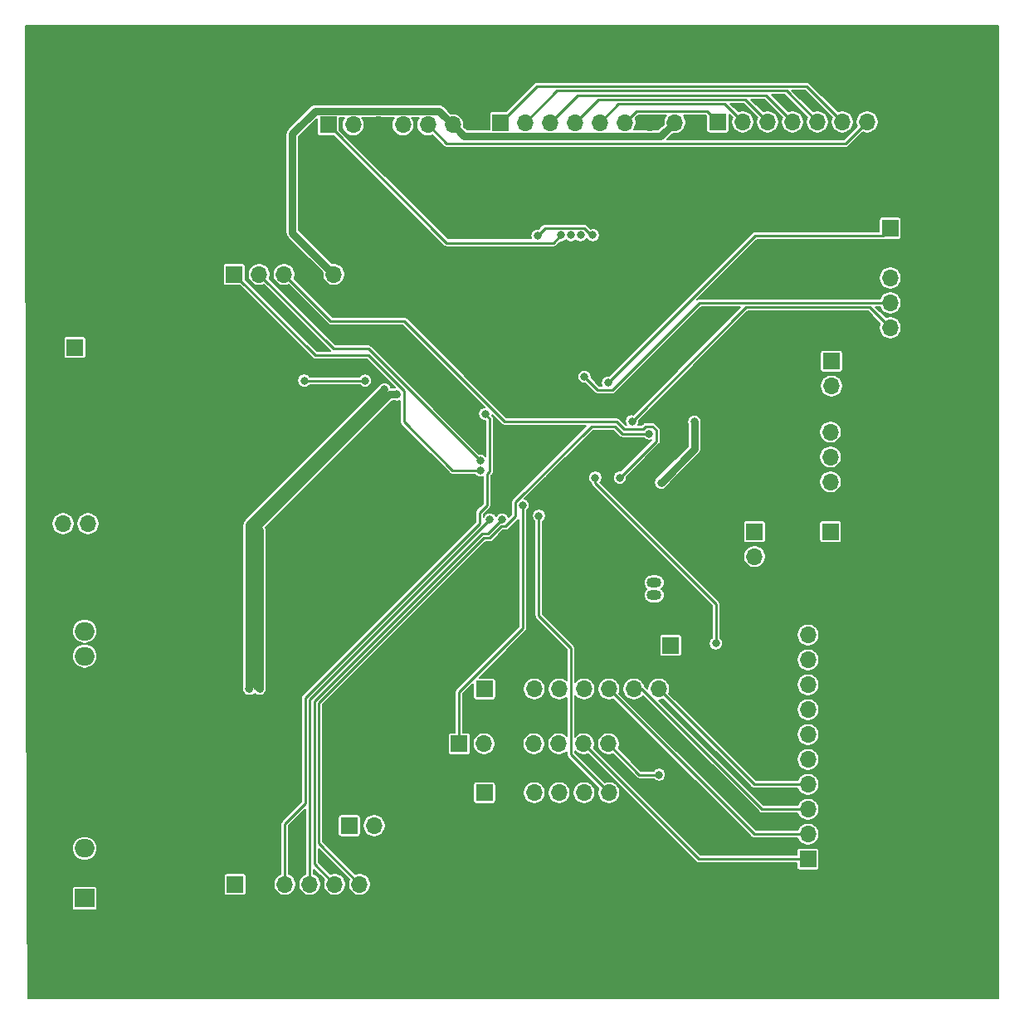
<source format=gbl>
%TF.GenerationSoftware,KiCad,Pcbnew,(5.1.12)-1*%
%TF.CreationDate,2022-08-06T16:23:42+02:00*%
%TF.ProjectId,PrototypV1_tx,50726f74-6f74-4797-9056-315f74782e6b,rev?*%
%TF.SameCoordinates,Original*%
%TF.FileFunction,Copper,L2,Bot*%
%TF.FilePolarity,Positive*%
%FSLAX46Y46*%
G04 Gerber Fmt 4.6, Leading zero omitted, Abs format (unit mm)*
G04 Created by KiCad (PCBNEW (5.1.12)-1) date 2022-08-06 16:23:42*
%MOMM*%
%LPD*%
G01*
G04 APERTURE LIST*
%TA.AperFunction,ComponentPad*%
%ADD10O,1.700000X1.700000*%
%TD*%
%TA.AperFunction,ComponentPad*%
%ADD11R,1.700000X1.700000*%
%TD*%
%TA.AperFunction,ComponentPad*%
%ADD12C,4.000000*%
%TD*%
%TA.AperFunction,ComponentPad*%
%ADD13O,2.000000X1.905000*%
%TD*%
%TA.AperFunction,ComponentPad*%
%ADD14R,2.000000X1.905000*%
%TD*%
%TA.AperFunction,ComponentPad*%
%ADD15R,1.500000X1.050000*%
%TD*%
%TA.AperFunction,ComponentPad*%
%ADD16O,1.500000X1.050000*%
%TD*%
%TA.AperFunction,ViaPad*%
%ADD17C,0.800000*%
%TD*%
%TA.AperFunction,Conductor*%
%ADD18C,0.750000*%
%TD*%
%TA.AperFunction,Conductor*%
%ADD19C,0.250000*%
%TD*%
%TA.AperFunction,Conductor*%
%ADD20C,0.200000*%
%TD*%
G04 APERTURE END LIST*
D10*
X49940000Y-177000000D03*
D11*
X47400000Y-177000000D03*
D10*
X96600000Y-132140000D03*
D11*
X96600000Y-129600000D03*
X80200000Y-158600000D03*
D12*
X110600000Y-98200000D03*
D11*
X106600000Y-111200000D03*
D12*
X17400000Y-191800000D03*
D11*
X94000000Y-188200000D03*
X18200000Y-137600000D03*
D10*
X100240000Y-105200000D03*
X97700000Y-105200000D03*
X95160000Y-105200000D03*
X92620000Y-105200000D03*
X90080000Y-105200000D03*
X87540000Y-105200000D03*
D11*
X85000000Y-105200000D03*
D10*
X94200000Y-157540000D03*
X94200000Y-160080000D03*
X94200000Y-162620000D03*
X94200000Y-165160000D03*
X94200000Y-167700000D03*
X94200000Y-170240000D03*
X94200000Y-172780000D03*
X94200000Y-175320000D03*
X94200000Y-177860000D03*
D11*
X94200000Y-180400000D03*
D10*
X19400000Y-130740000D03*
D11*
X19400000Y-128200000D03*
D13*
X20400000Y-179320000D03*
X20400000Y-181860000D03*
D14*
X20400000Y-184400000D03*
D15*
X78500000Y-154750000D03*
D16*
X78500000Y-152210000D03*
X78500000Y-153480000D03*
D10*
X88750000Y-152080000D03*
X88750000Y-149540000D03*
D11*
X88750000Y-147000000D03*
D10*
X96500000Y-136840000D03*
X96500000Y-139380000D03*
X96500000Y-141920000D03*
X96500000Y-144460000D03*
D11*
X96500000Y-147000000D03*
D10*
X102600000Y-126200000D03*
X102600000Y-123660000D03*
X102600000Y-121120000D03*
X102600000Y-118580000D03*
D11*
X102600000Y-116040000D03*
D10*
X78980000Y-163050000D03*
X76440000Y-163050000D03*
X73900000Y-163050000D03*
X71360000Y-163050000D03*
X68820000Y-163050000D03*
X66280000Y-163050000D03*
X63740000Y-163050000D03*
D11*
X61200000Y-163050000D03*
D10*
X73840000Y-168650000D03*
X71300000Y-168650000D03*
X68760000Y-168650000D03*
X66220000Y-168650000D03*
X63680000Y-168650000D03*
X61140000Y-168650000D03*
D11*
X58600000Y-168650000D03*
D10*
X20740000Y-146190000D03*
X18200000Y-146190000D03*
X20740000Y-143650000D03*
D11*
X18200000Y-143650000D03*
D10*
X73900000Y-173650000D03*
X71360000Y-173650000D03*
X68820000Y-173650000D03*
X66280000Y-173650000D03*
X63740000Y-173650000D03*
D11*
X61200000Y-173650000D03*
D10*
X53530000Y-183000000D03*
X50990000Y-183000000D03*
X48450000Y-183000000D03*
X45910000Y-183000000D03*
X43370000Y-183000000D03*
X40830000Y-183000000D03*
X38290000Y-183000000D03*
D11*
X35750000Y-183000000D03*
D10*
X45830000Y-120750000D03*
X43290000Y-120750000D03*
X40750000Y-120750000D03*
X38210000Y-120750000D03*
D11*
X35670000Y-120750000D03*
D10*
X80620000Y-105250000D03*
X78080000Y-105250000D03*
X75540000Y-105250000D03*
X73000000Y-105250000D03*
X70460000Y-105250000D03*
X67920000Y-105250000D03*
X65380000Y-105250000D03*
D11*
X62840000Y-105250000D03*
D10*
X57950000Y-105500000D03*
X55410000Y-105500000D03*
X52870000Y-105500000D03*
X50330000Y-105500000D03*
X47790000Y-105500000D03*
D11*
X45250000Y-105500000D03*
D13*
X20400000Y-157170000D03*
X20400000Y-159710000D03*
D14*
X20400000Y-162250000D03*
D17*
X33800000Y-131000000D03*
X84600000Y-163000000D03*
X44500000Y-136000000D03*
X22637500Y-157812500D03*
X57062500Y-126687500D03*
X51800000Y-139400000D03*
X60200000Y-150400000D03*
X75850000Y-144350000D03*
X80437500Y-135500000D03*
X29400000Y-190600000D03*
X61000000Y-131000000D03*
X66200000Y-122400000D03*
X73156250Y-119356250D03*
X74056250Y-118456250D03*
X74956250Y-117556250D03*
X75856250Y-116656250D03*
X76715001Y-115684999D03*
X76715001Y-114484999D03*
X50950000Y-128800000D03*
X44437500Y-143562500D03*
X44437500Y-144562500D03*
X63000000Y-142750000D03*
X63000000Y-132750000D03*
X38250000Y-163050000D03*
X37200000Y-163050000D03*
X51000000Y-132500000D03*
X52250000Y-133000000D03*
X82600000Y-135800000D03*
X79200000Y-142000000D03*
X66600000Y-116800000D03*
X72250000Y-116750000D03*
X69000000Y-116750000D03*
X70000000Y-116750000D03*
X71000000Y-116750000D03*
X71400000Y-131200000D03*
X76250000Y-135750000D03*
X78000000Y-137000000D03*
X75000000Y-141500000D03*
X84800000Y-158400000D03*
X72500000Y-141500000D03*
X79000000Y-171800000D03*
X66750000Y-145400010D03*
X65100000Y-144313590D03*
X63000000Y-145750000D03*
X61750000Y-145750000D03*
X60750000Y-140750000D03*
X60750000Y-139750000D03*
X73800000Y-131800000D03*
X61250000Y-135000000D03*
X49013499Y-131586501D03*
X42813499Y-131586501D03*
D18*
X37200000Y-163050000D02*
X37200000Y-146300000D01*
X37200000Y-146300000D02*
X51000000Y-132500000D01*
X51000000Y-132500000D02*
X51000000Y-132500000D01*
X51500000Y-133000000D02*
X51500000Y-133000000D01*
X51500000Y-133000000D02*
X51500000Y-133000000D01*
X51500000Y-133000000D02*
X37950000Y-146550000D01*
X52250000Y-133000000D02*
X51500000Y-133000000D01*
X38250000Y-146850000D02*
X37950000Y-146550000D01*
X38250000Y-163050000D02*
X38250000Y-146850000D01*
X37950000Y-146550000D02*
X37950000Y-162800000D01*
X79194999Y-106675001D02*
X80620000Y-105250000D01*
X59125001Y-106675001D02*
X79194999Y-106675001D01*
X57950000Y-105500000D02*
X59125001Y-106675001D01*
X43939999Y-104074999D02*
X41600000Y-106414998D01*
X56524999Y-104074999D02*
X43939999Y-104074999D01*
X57950000Y-105500000D02*
X56524999Y-104074999D01*
X41600000Y-116520000D02*
X45830000Y-120750000D01*
X41600000Y-106414998D02*
X41600000Y-116520000D01*
X82600000Y-135800000D02*
X82600000Y-138600000D01*
X82600000Y-138600000D02*
X79200000Y-142000000D01*
X79200000Y-142000000D02*
X79200000Y-142000000D01*
D19*
X57285011Y-107375011D02*
X55410000Y-105500000D01*
X98064989Y-107375011D02*
X57285011Y-107375011D01*
X100240000Y-105200000D02*
X98064989Y-107375011D01*
X67375001Y-116024999D02*
X66600000Y-116800000D01*
X71348001Y-116024999D02*
X67375001Y-116024999D01*
X72073002Y-116750000D02*
X71348001Y-116024999D01*
X72250000Y-116750000D02*
X72073002Y-116750000D01*
X76715001Y-104074999D02*
X75540000Y-105250000D01*
X83874999Y-104074999D02*
X76715001Y-104074999D01*
X85000000Y-105200000D02*
X83874999Y-104074999D01*
X66515050Y-101574950D02*
X62840000Y-105250000D01*
X94074950Y-101574950D02*
X66515050Y-101574950D01*
X97700000Y-105200000D02*
X94074950Y-101574950D01*
X95160000Y-105200000D02*
X91984960Y-102024960D01*
X68605040Y-102024960D02*
X65380000Y-105250000D01*
X91984960Y-102024960D02*
X68605040Y-102024960D01*
X68224999Y-117525001D02*
X69000000Y-116750000D01*
X57275001Y-117525001D02*
X68224999Y-117525001D01*
X45250000Y-105500000D02*
X57275001Y-117525001D01*
X92620000Y-105200000D02*
X89894970Y-102474970D01*
X70695030Y-102474970D02*
X67920000Y-105250000D01*
X89894970Y-102474970D02*
X70695030Y-102474970D01*
X87804979Y-102924979D02*
X72785020Y-102924980D01*
X72785020Y-102924980D02*
X70460000Y-105250000D01*
X90080000Y-105200000D02*
X87804979Y-102924979D01*
X74875011Y-103374989D02*
X73000000Y-105250000D01*
X85714989Y-103374989D02*
X74875011Y-103374989D01*
X87540000Y-105200000D02*
X85714989Y-103374989D01*
X72725001Y-132525001D02*
X74274999Y-132525001D01*
X71400000Y-131200000D02*
X72725001Y-132525001D01*
X83140000Y-123660000D02*
X102600000Y-123660000D01*
X74274999Y-132525001D02*
X83140000Y-123660000D01*
X102600000Y-126200000D02*
X100510010Y-124110010D01*
X87889990Y-124110010D02*
X76250000Y-135750000D01*
X100510010Y-124110010D02*
X87889990Y-124110010D01*
X75250000Y-137000000D02*
X78000000Y-137000000D01*
X74500000Y-136250000D02*
X75250000Y-137000000D01*
X72090588Y-136250000D02*
X74500000Y-136250000D01*
X63348001Y-146475001D02*
X64374999Y-145448003D01*
X62911409Y-146475001D02*
X63348001Y-146475001D01*
X64374999Y-143965589D02*
X72090588Y-136250000D01*
X61743196Y-147643214D02*
X62911409Y-146475001D01*
X64374999Y-145448003D02*
X64374999Y-143965589D01*
X61129605Y-147643215D02*
X61743196Y-147643214D01*
X44270020Y-164502800D02*
X61129605Y-147643215D01*
X44270020Y-178820020D02*
X44270020Y-164502800D01*
X48450000Y-183000000D02*
X44270020Y-178820020D01*
X75436400Y-136549990D02*
X74636410Y-135750000D01*
X77377008Y-136549990D02*
X75436400Y-136549990D01*
X77651999Y-136274999D02*
X77377008Y-136549990D01*
X78348001Y-136274999D02*
X77651999Y-136274999D01*
X78725001Y-136651999D02*
X78348001Y-136274999D01*
X78725001Y-137774999D02*
X78725001Y-136651999D01*
X75000000Y-141500000D02*
X78725001Y-137774999D01*
X74636410Y-135750000D02*
X63250000Y-135750000D01*
X45500000Y-125500000D02*
X40750000Y-120750000D01*
X53000000Y-125500000D02*
X45500000Y-125500000D01*
X63250000Y-135750000D02*
X53000000Y-125500000D01*
X72500000Y-142073002D02*
X72500000Y-141500000D01*
X84800000Y-154373002D02*
X72500000Y-142073002D01*
X84800000Y-158400000D02*
X84800000Y-154373002D01*
X76990000Y-171800000D02*
X73840000Y-168650000D01*
X79000000Y-171800000D02*
X76990000Y-171800000D01*
X88710000Y-172780000D02*
X78980000Y-163050000D01*
X94200000Y-172780000D02*
X88710000Y-172780000D01*
X77240998Y-163050000D02*
X76440000Y-163050000D01*
X89510998Y-175320000D02*
X77240998Y-163050000D01*
X94200000Y-175320000D02*
X89510998Y-175320000D01*
X88710000Y-177860000D02*
X73900000Y-163050000D01*
X94200000Y-177860000D02*
X88710000Y-177860000D01*
X83050000Y-180400000D02*
X94200000Y-180400000D01*
X71300000Y-168650000D02*
X83050000Y-180400000D01*
X69995001Y-169745001D02*
X69995001Y-158845001D01*
X73900000Y-173650000D02*
X69995001Y-169745001D01*
X66750000Y-155600000D02*
X66750000Y-145400010D01*
X69995001Y-158845001D02*
X66750000Y-155600000D01*
X65100000Y-156864998D02*
X65100000Y-144313590D01*
X58600000Y-163364998D02*
X65100000Y-156864998D01*
X58600000Y-168650000D02*
X58600000Y-163364998D01*
X45910000Y-183000000D02*
X43820010Y-180910010D01*
X63000000Y-145750000D02*
X61556795Y-147193205D01*
X61556795Y-147193205D02*
X60943205Y-147193205D01*
X60943205Y-147193205D02*
X43820010Y-164316400D01*
X43820010Y-164316400D02*
X43820010Y-180910010D01*
X43370000Y-164130000D02*
X43370000Y-183000000D01*
X61750000Y-145750000D02*
X43370000Y-164130000D01*
X52975001Y-132651999D02*
X49323002Y-129000000D01*
X52975001Y-135798003D02*
X52975001Y-132651999D01*
X57926998Y-140750000D02*
X52975001Y-135798003D01*
X60750000Y-140750000D02*
X57926998Y-140750000D01*
X43920000Y-129000000D02*
X35670000Y-120750000D01*
X49323002Y-129000000D02*
X43920000Y-129000000D01*
X60750000Y-139750000D02*
X49346795Y-128346795D01*
X45806795Y-128346795D02*
X38210000Y-120750000D01*
X49346795Y-128346795D02*
X45806795Y-128346795D01*
X73800000Y-131800000D02*
X88800000Y-116800000D01*
X101840000Y-116800000D02*
X102600000Y-116040000D01*
X88800000Y-116800000D02*
X101840000Y-116800000D01*
X61437501Y-135187501D02*
X61250000Y-135000000D01*
X60681795Y-145066207D02*
X61437501Y-144310501D01*
X60681795Y-146181795D02*
X60681795Y-145066207D01*
X42919991Y-163943599D02*
X60681795Y-146181795D01*
X42919990Y-174750000D02*
X42919991Y-163943599D01*
X40830000Y-176839990D02*
X42919990Y-174750000D01*
X40830000Y-183000000D02*
X40830000Y-176839990D01*
X61725001Y-135475001D02*
X61250000Y-135000000D01*
X61725001Y-140848001D02*
X61725001Y-135475001D01*
X61437501Y-141135501D02*
X61725001Y-140848001D01*
X61437501Y-144310501D02*
X61437501Y-141135501D01*
X49013499Y-131586501D02*
X42813499Y-131586501D01*
X42813499Y-131586501D02*
X42813499Y-131586501D01*
D20*
X113650000Y-194650000D02*
X14599749Y-194650000D01*
X14571603Y-183447500D01*
X19098549Y-183447500D01*
X19098549Y-185352500D01*
X19104341Y-185411310D01*
X19121496Y-185467860D01*
X19149353Y-185519977D01*
X19186842Y-185565658D01*
X19232523Y-185603147D01*
X19284640Y-185631004D01*
X19341190Y-185648159D01*
X19400000Y-185653951D01*
X21400000Y-185653951D01*
X21458810Y-185648159D01*
X21515360Y-185631004D01*
X21567477Y-185603147D01*
X21613158Y-185565658D01*
X21650647Y-185519977D01*
X21678504Y-185467860D01*
X21695659Y-185411310D01*
X21701451Y-185352500D01*
X21701451Y-183447500D01*
X21695659Y-183388690D01*
X21678504Y-183332140D01*
X21650647Y-183280023D01*
X21613158Y-183234342D01*
X21567477Y-183196853D01*
X21515360Y-183168996D01*
X21458810Y-183151841D01*
X21400000Y-183146049D01*
X19400000Y-183146049D01*
X19341190Y-183151841D01*
X19284640Y-183168996D01*
X19232523Y-183196853D01*
X19186842Y-183234342D01*
X19149353Y-183280023D01*
X19121496Y-183332140D01*
X19104341Y-183388690D01*
X19098549Y-183447500D01*
X14571603Y-183447500D01*
X14568343Y-182150000D01*
X34598549Y-182150000D01*
X34598549Y-183850000D01*
X34604341Y-183908810D01*
X34621496Y-183965360D01*
X34649353Y-184017477D01*
X34686842Y-184063158D01*
X34732523Y-184100647D01*
X34784640Y-184128504D01*
X34841190Y-184145659D01*
X34900000Y-184151451D01*
X36600000Y-184151451D01*
X36658810Y-184145659D01*
X36715360Y-184128504D01*
X36767477Y-184100647D01*
X36813158Y-184063158D01*
X36850647Y-184017477D01*
X36878504Y-183965360D01*
X36895659Y-183908810D01*
X36901451Y-183850000D01*
X36901451Y-182150000D01*
X36895659Y-182091190D01*
X36878504Y-182034640D01*
X36850647Y-181982523D01*
X36813158Y-181936842D01*
X36767477Y-181899353D01*
X36715360Y-181871496D01*
X36658810Y-181854341D01*
X36600000Y-181848549D01*
X34900000Y-181848549D01*
X34841190Y-181854341D01*
X34784640Y-181871496D01*
X34732523Y-181899353D01*
X34686842Y-181936842D01*
X34649353Y-181982523D01*
X34621496Y-182034640D01*
X34604341Y-182091190D01*
X34598549Y-182150000D01*
X14568343Y-182150000D01*
X14561232Y-179320000D01*
X19093940Y-179320000D01*
X19118123Y-179565533D01*
X19189742Y-179801630D01*
X19306046Y-180019218D01*
X19462564Y-180209936D01*
X19653282Y-180366454D01*
X19870870Y-180482758D01*
X20106967Y-180554377D01*
X20290972Y-180572500D01*
X20509028Y-180572500D01*
X20693033Y-180554377D01*
X20929130Y-180482758D01*
X21146718Y-180366454D01*
X21337436Y-180209936D01*
X21493954Y-180019218D01*
X21610258Y-179801630D01*
X21681877Y-179565533D01*
X21706060Y-179320000D01*
X21681877Y-179074467D01*
X21610258Y-178838370D01*
X21493954Y-178620782D01*
X21337436Y-178430064D01*
X21146718Y-178273546D01*
X20929130Y-178157242D01*
X20693033Y-178085623D01*
X20509028Y-178067500D01*
X20290972Y-178067500D01*
X20106967Y-178085623D01*
X19870870Y-178157242D01*
X19653282Y-178273546D01*
X19462564Y-178430064D01*
X19306046Y-178620782D01*
X19189742Y-178838370D01*
X19118123Y-179074467D01*
X19093940Y-179320000D01*
X14561232Y-179320000D01*
X14511961Y-159710000D01*
X19093940Y-159710000D01*
X19118123Y-159955533D01*
X19189742Y-160191630D01*
X19306046Y-160409218D01*
X19462564Y-160599936D01*
X19653282Y-160756454D01*
X19870870Y-160872758D01*
X20106967Y-160944377D01*
X20290972Y-160962500D01*
X20509028Y-160962500D01*
X20693033Y-160944377D01*
X20929130Y-160872758D01*
X21146718Y-160756454D01*
X21337436Y-160599936D01*
X21493954Y-160409218D01*
X21610258Y-160191630D01*
X21681877Y-159955533D01*
X21706060Y-159710000D01*
X21681877Y-159464467D01*
X21610258Y-159228370D01*
X21493954Y-159010782D01*
X21337436Y-158820064D01*
X21146718Y-158663546D01*
X20929130Y-158547242D01*
X20693033Y-158475623D01*
X20509028Y-158457500D01*
X20290972Y-158457500D01*
X20106967Y-158475623D01*
X19870870Y-158547242D01*
X19653282Y-158663546D01*
X19462564Y-158820064D01*
X19306046Y-159010782D01*
X19189742Y-159228370D01*
X19118123Y-159464467D01*
X19093940Y-159710000D01*
X14511961Y-159710000D01*
X14505579Y-157170000D01*
X19093940Y-157170000D01*
X19118123Y-157415533D01*
X19189742Y-157651630D01*
X19306046Y-157869218D01*
X19462564Y-158059936D01*
X19653282Y-158216454D01*
X19870870Y-158332758D01*
X20106967Y-158404377D01*
X20290972Y-158422500D01*
X20509028Y-158422500D01*
X20693033Y-158404377D01*
X20929130Y-158332758D01*
X21146718Y-158216454D01*
X21337436Y-158059936D01*
X21493954Y-157869218D01*
X21610258Y-157651630D01*
X21681877Y-157415533D01*
X21706060Y-157170000D01*
X21681877Y-156924467D01*
X21610258Y-156688370D01*
X21493954Y-156470782D01*
X21337436Y-156280064D01*
X21146718Y-156123546D01*
X20929130Y-156007242D01*
X20693033Y-155935623D01*
X20509028Y-155917500D01*
X20290972Y-155917500D01*
X20106967Y-155935623D01*
X19870870Y-156007242D01*
X19653282Y-156123546D01*
X19462564Y-156280064D01*
X19306046Y-156470782D01*
X19189742Y-156688370D01*
X19118123Y-156924467D01*
X19093940Y-157170000D01*
X14505579Y-157170000D01*
X14477706Y-146076735D01*
X17050000Y-146076735D01*
X17050000Y-146303265D01*
X17094194Y-146525443D01*
X17180884Y-146734729D01*
X17306737Y-146923082D01*
X17466918Y-147083263D01*
X17655271Y-147209116D01*
X17864557Y-147295806D01*
X18086735Y-147340000D01*
X18313265Y-147340000D01*
X18535443Y-147295806D01*
X18744729Y-147209116D01*
X18933082Y-147083263D01*
X19093263Y-146923082D01*
X19219116Y-146734729D01*
X19305806Y-146525443D01*
X19350000Y-146303265D01*
X19350000Y-146076735D01*
X19590000Y-146076735D01*
X19590000Y-146303265D01*
X19634194Y-146525443D01*
X19720884Y-146734729D01*
X19846737Y-146923082D01*
X20006918Y-147083263D01*
X20195271Y-147209116D01*
X20404557Y-147295806D01*
X20626735Y-147340000D01*
X20853265Y-147340000D01*
X21075443Y-147295806D01*
X21284729Y-147209116D01*
X21473082Y-147083263D01*
X21633263Y-146923082D01*
X21759116Y-146734729D01*
X21845806Y-146525443D01*
X21890000Y-146303265D01*
X21890000Y-146076735D01*
X21845806Y-145854557D01*
X21759116Y-145645271D01*
X21633263Y-145456918D01*
X21473082Y-145296737D01*
X21284729Y-145170884D01*
X21075443Y-145084194D01*
X20853265Y-145040000D01*
X20626735Y-145040000D01*
X20404557Y-145084194D01*
X20195271Y-145170884D01*
X20006918Y-145296737D01*
X19846737Y-145456918D01*
X19720884Y-145645271D01*
X19634194Y-145854557D01*
X19590000Y-146076735D01*
X19350000Y-146076735D01*
X19305806Y-145854557D01*
X19219116Y-145645271D01*
X19093263Y-145456918D01*
X18933082Y-145296737D01*
X18744729Y-145170884D01*
X18535443Y-145084194D01*
X18313265Y-145040000D01*
X18086735Y-145040000D01*
X17864557Y-145084194D01*
X17655271Y-145170884D01*
X17466918Y-145296737D01*
X17306737Y-145456918D01*
X17180884Y-145645271D01*
X17094194Y-145854557D01*
X17050000Y-146076735D01*
X14477706Y-146076735D01*
X14441126Y-131517557D01*
X42113499Y-131517557D01*
X42113499Y-131655445D01*
X42140400Y-131790683D01*
X42193167Y-131918075D01*
X42269773Y-132032725D01*
X42367275Y-132130227D01*
X42481925Y-132206833D01*
X42609317Y-132259600D01*
X42744555Y-132286501D01*
X42882443Y-132286501D01*
X43017681Y-132259600D01*
X43145073Y-132206833D01*
X43259723Y-132130227D01*
X43357225Y-132032725D01*
X43371406Y-132011501D01*
X48455592Y-132011501D01*
X48469773Y-132032725D01*
X48567275Y-132130227D01*
X48681925Y-132206833D01*
X48809317Y-132259600D01*
X48944555Y-132286501D01*
X49082443Y-132286501D01*
X49217681Y-132259600D01*
X49345073Y-132206833D01*
X49459723Y-132130227D01*
X49557225Y-132032725D01*
X49633831Y-131918075D01*
X49686598Y-131790683D01*
X49713499Y-131655445D01*
X49713499Y-131517557D01*
X49686598Y-131382319D01*
X49633831Y-131254927D01*
X49557225Y-131140277D01*
X49459723Y-131042775D01*
X49345073Y-130966169D01*
X49217681Y-130913402D01*
X49082443Y-130886501D01*
X48944555Y-130886501D01*
X48809317Y-130913402D01*
X48681925Y-130966169D01*
X48567275Y-131042775D01*
X48469773Y-131140277D01*
X48455592Y-131161501D01*
X43371406Y-131161501D01*
X43357225Y-131140277D01*
X43259723Y-131042775D01*
X43145073Y-130966169D01*
X43017681Y-130913402D01*
X42882443Y-130886501D01*
X42744555Y-130886501D01*
X42609317Y-130913402D01*
X42481925Y-130966169D01*
X42367275Y-131042775D01*
X42269773Y-131140277D01*
X42193167Y-131254927D01*
X42140400Y-131382319D01*
X42113499Y-131517557D01*
X14441126Y-131517557D01*
X14430654Y-127350000D01*
X18248549Y-127350000D01*
X18248549Y-129050000D01*
X18254341Y-129108810D01*
X18271496Y-129165360D01*
X18299353Y-129217477D01*
X18336842Y-129263158D01*
X18382523Y-129300647D01*
X18434640Y-129328504D01*
X18491190Y-129345659D01*
X18550000Y-129351451D01*
X20250000Y-129351451D01*
X20308810Y-129345659D01*
X20365360Y-129328504D01*
X20417477Y-129300647D01*
X20463158Y-129263158D01*
X20500647Y-129217477D01*
X20528504Y-129165360D01*
X20545659Y-129108810D01*
X20551451Y-129050000D01*
X20551451Y-127350000D01*
X20545659Y-127291190D01*
X20528504Y-127234640D01*
X20500647Y-127182523D01*
X20463158Y-127136842D01*
X20417477Y-127099353D01*
X20365360Y-127071496D01*
X20308810Y-127054341D01*
X20250000Y-127048549D01*
X18550000Y-127048549D01*
X18491190Y-127054341D01*
X18434640Y-127071496D01*
X18382523Y-127099353D01*
X18336842Y-127136842D01*
X18299353Y-127182523D01*
X18271496Y-127234640D01*
X18254341Y-127291190D01*
X18248549Y-127350000D01*
X14430654Y-127350000D01*
X14411936Y-119900000D01*
X34518549Y-119900000D01*
X34518549Y-121600000D01*
X34524341Y-121658810D01*
X34541496Y-121715360D01*
X34569353Y-121767477D01*
X34606842Y-121813158D01*
X34652523Y-121850647D01*
X34704640Y-121878504D01*
X34761190Y-121895659D01*
X34820000Y-121901451D01*
X36220411Y-121901451D01*
X43604719Y-129285760D01*
X43618026Y-129301974D01*
X43682740Y-129355084D01*
X43756573Y-129394548D01*
X43812383Y-129411478D01*
X43836685Y-129418850D01*
X43844327Y-129419603D01*
X43899126Y-129425000D01*
X43899133Y-129425000D01*
X43920000Y-129427055D01*
X43940867Y-129425000D01*
X49146962Y-129425000D01*
X52046962Y-132325000D01*
X51678904Y-132325000D01*
X51673099Y-132295818D01*
X51620332Y-132168426D01*
X51543726Y-132053776D01*
X51446224Y-131956274D01*
X51331574Y-131879668D01*
X51204182Y-131826901D01*
X51068944Y-131800000D01*
X50931056Y-131800000D01*
X50795818Y-131826901D01*
X50668426Y-131879668D01*
X50553776Y-131956274D01*
X50456274Y-132053776D01*
X50385081Y-132160325D01*
X36746143Y-145799263D01*
X36720395Y-145820394D01*
X36699264Y-145846142D01*
X36699256Y-145846150D01*
X36636043Y-145923176D01*
X36573365Y-146040439D01*
X36534767Y-146167677D01*
X36521735Y-146300000D01*
X36525001Y-146333162D01*
X36525000Y-162855375D01*
X36500000Y-162981056D01*
X36500000Y-163118944D01*
X36526901Y-163254182D01*
X36579668Y-163381574D01*
X36656274Y-163496224D01*
X36753776Y-163593726D01*
X36868426Y-163670332D01*
X36995818Y-163723099D01*
X37131056Y-163750000D01*
X37268944Y-163750000D01*
X37404182Y-163723099D01*
X37531574Y-163670332D01*
X37646224Y-163593726D01*
X37725000Y-163514950D01*
X37803776Y-163593726D01*
X37918426Y-163670332D01*
X38045818Y-163723099D01*
X38181056Y-163750000D01*
X38318944Y-163750000D01*
X38454182Y-163723099D01*
X38581574Y-163670332D01*
X38696224Y-163593726D01*
X38793726Y-163496224D01*
X38870332Y-163381574D01*
X38923099Y-163254182D01*
X38950000Y-163118944D01*
X38950000Y-162981056D01*
X38925000Y-162855375D01*
X38925000Y-146883151D01*
X38928265Y-146849999D01*
X38925000Y-146816847D01*
X38925000Y-146816841D01*
X38915233Y-146717677D01*
X38876636Y-146590439D01*
X38872289Y-146582305D01*
X51779594Y-133675000D01*
X52055375Y-133675000D01*
X52181056Y-133700000D01*
X52318944Y-133700000D01*
X52454182Y-133673099D01*
X52550002Y-133633410D01*
X52550001Y-135777136D01*
X52547946Y-135798003D01*
X52550001Y-135818870D01*
X52550001Y-135818876D01*
X52553604Y-135855452D01*
X52556151Y-135881317D01*
X52560277Y-135894917D01*
X52580453Y-135961429D01*
X52619917Y-136035262D01*
X52673027Y-136099977D01*
X52689245Y-136113287D01*
X57611719Y-141035762D01*
X57625024Y-141051974D01*
X57689738Y-141105084D01*
X57763571Y-141144548D01*
X57819381Y-141161478D01*
X57843683Y-141168850D01*
X57852096Y-141169679D01*
X57906124Y-141175000D01*
X57906130Y-141175000D01*
X57926997Y-141177055D01*
X57947864Y-141175000D01*
X60192093Y-141175000D01*
X60206274Y-141196224D01*
X60303776Y-141293726D01*
X60418426Y-141370332D01*
X60545818Y-141423099D01*
X60681056Y-141450000D01*
X60818944Y-141450000D01*
X60954182Y-141423099D01*
X61012502Y-141398942D01*
X61012501Y-144134460D01*
X60396034Y-144750928D01*
X60379822Y-144764233D01*
X60326712Y-144828947D01*
X60311549Y-144857316D01*
X60287248Y-144902780D01*
X60262945Y-144982893D01*
X60254740Y-145066207D01*
X60256796Y-145087083D01*
X60256795Y-146005754D01*
X42634230Y-163628320D01*
X42618018Y-163641625D01*
X42604713Y-163657837D01*
X42604711Y-163657839D01*
X42592445Y-163672786D01*
X42564908Y-163706339D01*
X42557563Y-163720081D01*
X42525444Y-163780172D01*
X42501141Y-163860285D01*
X42492936Y-163943599D01*
X42494992Y-163964476D01*
X42494990Y-174573959D01*
X40544239Y-176524711D01*
X40528027Y-176538016D01*
X40474917Y-176602730D01*
X40441870Y-176664557D01*
X40435453Y-176676563D01*
X40411150Y-176756676D01*
X40402945Y-176839990D01*
X40405001Y-176860867D01*
X40405000Y-181931290D01*
X40285271Y-181980884D01*
X40096918Y-182106737D01*
X39936737Y-182266918D01*
X39810884Y-182455271D01*
X39724194Y-182664557D01*
X39680000Y-182886735D01*
X39680000Y-183113265D01*
X39724194Y-183335443D01*
X39810884Y-183544729D01*
X39936737Y-183733082D01*
X40096918Y-183893263D01*
X40285271Y-184019116D01*
X40494557Y-184105806D01*
X40716735Y-184150000D01*
X40943265Y-184150000D01*
X41165443Y-184105806D01*
X41374729Y-184019116D01*
X41563082Y-183893263D01*
X41723263Y-183733082D01*
X41849116Y-183544729D01*
X41935806Y-183335443D01*
X41980000Y-183113265D01*
X41980000Y-182886735D01*
X41935806Y-182664557D01*
X41849116Y-182455271D01*
X41723263Y-182266918D01*
X41563082Y-182106737D01*
X41374729Y-181980884D01*
X41255000Y-181931290D01*
X41255000Y-177016030D01*
X42945001Y-175326030D01*
X42945001Y-181931290D01*
X42825271Y-181980884D01*
X42636918Y-182106737D01*
X42476737Y-182266918D01*
X42350884Y-182455271D01*
X42264194Y-182664557D01*
X42220000Y-182886735D01*
X42220000Y-183113265D01*
X42264194Y-183335443D01*
X42350884Y-183544729D01*
X42476737Y-183733082D01*
X42636918Y-183893263D01*
X42825271Y-184019116D01*
X43034557Y-184105806D01*
X43256735Y-184150000D01*
X43483265Y-184150000D01*
X43705443Y-184105806D01*
X43914729Y-184019116D01*
X44103082Y-183893263D01*
X44263263Y-183733082D01*
X44389116Y-183544729D01*
X44475806Y-183335443D01*
X44520000Y-183113265D01*
X44520000Y-182886735D01*
X44475806Y-182664557D01*
X44389116Y-182455271D01*
X44263263Y-182266918D01*
X44103082Y-182106737D01*
X43914729Y-181980884D01*
X43795000Y-181931290D01*
X43795000Y-181486040D01*
X44853788Y-182544828D01*
X44804194Y-182664557D01*
X44760000Y-182886735D01*
X44760000Y-183113265D01*
X44804194Y-183335443D01*
X44890884Y-183544729D01*
X45016737Y-183733082D01*
X45176918Y-183893263D01*
X45365271Y-184019116D01*
X45574557Y-184105806D01*
X45796735Y-184150000D01*
X46023265Y-184150000D01*
X46245443Y-184105806D01*
X46454729Y-184019116D01*
X46643082Y-183893263D01*
X46803263Y-183733082D01*
X46929116Y-183544729D01*
X47015806Y-183335443D01*
X47060000Y-183113265D01*
X47060000Y-182886735D01*
X47015806Y-182664557D01*
X46929116Y-182455271D01*
X46803263Y-182266918D01*
X46643082Y-182106737D01*
X46454729Y-181980884D01*
X46245443Y-181894194D01*
X46023265Y-181850000D01*
X45796735Y-181850000D01*
X45574557Y-181894194D01*
X45454828Y-181943788D01*
X44245010Y-180733970D01*
X44245010Y-179396050D01*
X47393788Y-182544829D01*
X47344194Y-182664557D01*
X47300000Y-182886735D01*
X47300000Y-183113265D01*
X47344194Y-183335443D01*
X47430884Y-183544729D01*
X47556737Y-183733082D01*
X47716918Y-183893263D01*
X47905271Y-184019116D01*
X48114557Y-184105806D01*
X48336735Y-184150000D01*
X48563265Y-184150000D01*
X48785443Y-184105806D01*
X48994729Y-184019116D01*
X49183082Y-183893263D01*
X49343263Y-183733082D01*
X49469116Y-183544729D01*
X49555806Y-183335443D01*
X49600000Y-183113265D01*
X49600000Y-182886735D01*
X49555806Y-182664557D01*
X49469116Y-182455271D01*
X49343263Y-182266918D01*
X49183082Y-182106737D01*
X48994729Y-181980884D01*
X48785443Y-181894194D01*
X48563265Y-181850000D01*
X48336735Y-181850000D01*
X48114557Y-181894194D01*
X47994829Y-181943788D01*
X44695020Y-178643980D01*
X44695020Y-176150000D01*
X46248549Y-176150000D01*
X46248549Y-177850000D01*
X46254341Y-177908810D01*
X46271496Y-177965360D01*
X46299353Y-178017477D01*
X46336842Y-178063158D01*
X46382523Y-178100647D01*
X46434640Y-178128504D01*
X46491190Y-178145659D01*
X46550000Y-178151451D01*
X48250000Y-178151451D01*
X48308810Y-178145659D01*
X48365360Y-178128504D01*
X48417477Y-178100647D01*
X48463158Y-178063158D01*
X48500647Y-178017477D01*
X48528504Y-177965360D01*
X48545659Y-177908810D01*
X48551451Y-177850000D01*
X48551451Y-176886735D01*
X48790000Y-176886735D01*
X48790000Y-177113265D01*
X48834194Y-177335443D01*
X48920884Y-177544729D01*
X49046737Y-177733082D01*
X49206918Y-177893263D01*
X49395271Y-178019116D01*
X49604557Y-178105806D01*
X49826735Y-178150000D01*
X50053265Y-178150000D01*
X50275443Y-178105806D01*
X50484729Y-178019116D01*
X50673082Y-177893263D01*
X50833263Y-177733082D01*
X50959116Y-177544729D01*
X51045806Y-177335443D01*
X51090000Y-177113265D01*
X51090000Y-176886735D01*
X51045806Y-176664557D01*
X50959116Y-176455271D01*
X50833263Y-176266918D01*
X50673082Y-176106737D01*
X50484729Y-175980884D01*
X50275443Y-175894194D01*
X50053265Y-175850000D01*
X49826735Y-175850000D01*
X49604557Y-175894194D01*
X49395271Y-175980884D01*
X49206918Y-176106737D01*
X49046737Y-176266918D01*
X48920884Y-176455271D01*
X48834194Y-176664557D01*
X48790000Y-176886735D01*
X48551451Y-176886735D01*
X48551451Y-176150000D01*
X48545659Y-176091190D01*
X48528504Y-176034640D01*
X48500647Y-175982523D01*
X48463158Y-175936842D01*
X48417477Y-175899353D01*
X48365360Y-175871496D01*
X48308810Y-175854341D01*
X48250000Y-175848549D01*
X46550000Y-175848549D01*
X46491190Y-175854341D01*
X46434640Y-175871496D01*
X46382523Y-175899353D01*
X46336842Y-175936842D01*
X46299353Y-175982523D01*
X46271496Y-176034640D01*
X46254341Y-176091190D01*
X46248549Y-176150000D01*
X44695020Y-176150000D01*
X44695020Y-172800000D01*
X60048549Y-172800000D01*
X60048549Y-174500000D01*
X60054341Y-174558810D01*
X60071496Y-174615360D01*
X60099353Y-174667477D01*
X60136842Y-174713158D01*
X60182523Y-174750647D01*
X60234640Y-174778504D01*
X60291190Y-174795659D01*
X60350000Y-174801451D01*
X62050000Y-174801451D01*
X62108810Y-174795659D01*
X62165360Y-174778504D01*
X62217477Y-174750647D01*
X62263158Y-174713158D01*
X62300647Y-174667477D01*
X62328504Y-174615360D01*
X62345659Y-174558810D01*
X62351451Y-174500000D01*
X62351451Y-173536735D01*
X65130000Y-173536735D01*
X65130000Y-173763265D01*
X65174194Y-173985443D01*
X65260884Y-174194729D01*
X65386737Y-174383082D01*
X65546918Y-174543263D01*
X65735271Y-174669116D01*
X65944557Y-174755806D01*
X66166735Y-174800000D01*
X66393265Y-174800000D01*
X66615443Y-174755806D01*
X66824729Y-174669116D01*
X67013082Y-174543263D01*
X67173263Y-174383082D01*
X67299116Y-174194729D01*
X67385806Y-173985443D01*
X67430000Y-173763265D01*
X67430000Y-173536735D01*
X67670000Y-173536735D01*
X67670000Y-173763265D01*
X67714194Y-173985443D01*
X67800884Y-174194729D01*
X67926737Y-174383082D01*
X68086918Y-174543263D01*
X68275271Y-174669116D01*
X68484557Y-174755806D01*
X68706735Y-174800000D01*
X68933265Y-174800000D01*
X69155443Y-174755806D01*
X69364729Y-174669116D01*
X69553082Y-174543263D01*
X69713263Y-174383082D01*
X69839116Y-174194729D01*
X69925806Y-173985443D01*
X69970000Y-173763265D01*
X69970000Y-173536735D01*
X70210000Y-173536735D01*
X70210000Y-173763265D01*
X70254194Y-173985443D01*
X70340884Y-174194729D01*
X70466737Y-174383082D01*
X70626918Y-174543263D01*
X70815271Y-174669116D01*
X71024557Y-174755806D01*
X71246735Y-174800000D01*
X71473265Y-174800000D01*
X71695443Y-174755806D01*
X71904729Y-174669116D01*
X72093082Y-174543263D01*
X72253263Y-174383082D01*
X72379116Y-174194729D01*
X72465806Y-173985443D01*
X72510000Y-173763265D01*
X72510000Y-173536735D01*
X72465806Y-173314557D01*
X72379116Y-173105271D01*
X72253263Y-172916918D01*
X72093082Y-172756737D01*
X71904729Y-172630884D01*
X71695443Y-172544194D01*
X71473265Y-172500000D01*
X71246735Y-172500000D01*
X71024557Y-172544194D01*
X70815271Y-172630884D01*
X70626918Y-172756737D01*
X70466737Y-172916918D01*
X70340884Y-173105271D01*
X70254194Y-173314557D01*
X70210000Y-173536735D01*
X69970000Y-173536735D01*
X69925806Y-173314557D01*
X69839116Y-173105271D01*
X69713263Y-172916918D01*
X69553082Y-172756737D01*
X69364729Y-172630884D01*
X69155443Y-172544194D01*
X68933265Y-172500000D01*
X68706735Y-172500000D01*
X68484557Y-172544194D01*
X68275271Y-172630884D01*
X68086918Y-172756737D01*
X67926737Y-172916918D01*
X67800884Y-173105271D01*
X67714194Y-173314557D01*
X67670000Y-173536735D01*
X67430000Y-173536735D01*
X67385806Y-173314557D01*
X67299116Y-173105271D01*
X67173263Y-172916918D01*
X67013082Y-172756737D01*
X66824729Y-172630884D01*
X66615443Y-172544194D01*
X66393265Y-172500000D01*
X66166735Y-172500000D01*
X65944557Y-172544194D01*
X65735271Y-172630884D01*
X65546918Y-172756737D01*
X65386737Y-172916918D01*
X65260884Y-173105271D01*
X65174194Y-173314557D01*
X65130000Y-173536735D01*
X62351451Y-173536735D01*
X62351451Y-172800000D01*
X62345659Y-172741190D01*
X62328504Y-172684640D01*
X62300647Y-172632523D01*
X62263158Y-172586842D01*
X62217477Y-172549353D01*
X62165360Y-172521496D01*
X62108810Y-172504341D01*
X62050000Y-172498549D01*
X60350000Y-172498549D01*
X60291190Y-172504341D01*
X60234640Y-172521496D01*
X60182523Y-172549353D01*
X60136842Y-172586842D01*
X60099353Y-172632523D01*
X60071496Y-172684640D01*
X60054341Y-172741190D01*
X60048549Y-172800000D01*
X44695020Y-172800000D01*
X44695020Y-164678840D01*
X61305647Y-148068214D01*
X61722321Y-148068213D01*
X61743196Y-148070269D01*
X61826510Y-148062064D01*
X61906623Y-148037761D01*
X61944572Y-148017477D01*
X61980456Y-147998297D01*
X62014009Y-147970760D01*
X62028956Y-147958494D01*
X62028958Y-147958492D01*
X62045170Y-147945187D01*
X62058475Y-147928975D01*
X63087450Y-146900001D01*
X63327134Y-146900001D01*
X63348001Y-146902056D01*
X63368868Y-146900001D01*
X63368875Y-146900001D01*
X63431315Y-146893851D01*
X63511428Y-146869549D01*
X63585261Y-146830085D01*
X63649975Y-146776975D01*
X63663285Y-146760757D01*
X64660757Y-145763285D01*
X64675001Y-145751595D01*
X64675000Y-156688957D01*
X58314239Y-163049719D01*
X58298027Y-163063024D01*
X58244917Y-163127738D01*
X58215742Y-163182322D01*
X58205453Y-163201571D01*
X58181150Y-163281684D01*
X58172945Y-163364998D01*
X58175001Y-163385875D01*
X58175000Y-167498549D01*
X57750000Y-167498549D01*
X57691190Y-167504341D01*
X57634640Y-167521496D01*
X57582523Y-167549353D01*
X57536842Y-167586842D01*
X57499353Y-167632523D01*
X57471496Y-167684640D01*
X57454341Y-167741190D01*
X57448549Y-167800000D01*
X57448549Y-169500000D01*
X57454341Y-169558810D01*
X57471496Y-169615360D01*
X57499353Y-169667477D01*
X57536842Y-169713158D01*
X57582523Y-169750647D01*
X57634640Y-169778504D01*
X57691190Y-169795659D01*
X57750000Y-169801451D01*
X59450000Y-169801451D01*
X59508810Y-169795659D01*
X59565360Y-169778504D01*
X59617477Y-169750647D01*
X59663158Y-169713158D01*
X59700647Y-169667477D01*
X59728504Y-169615360D01*
X59745659Y-169558810D01*
X59751451Y-169500000D01*
X59751451Y-168536735D01*
X59990000Y-168536735D01*
X59990000Y-168763265D01*
X60034194Y-168985443D01*
X60120884Y-169194729D01*
X60246737Y-169383082D01*
X60406918Y-169543263D01*
X60595271Y-169669116D01*
X60804557Y-169755806D01*
X61026735Y-169800000D01*
X61253265Y-169800000D01*
X61475443Y-169755806D01*
X61684729Y-169669116D01*
X61873082Y-169543263D01*
X62033263Y-169383082D01*
X62159116Y-169194729D01*
X62245806Y-168985443D01*
X62290000Y-168763265D01*
X62290000Y-168536735D01*
X65070000Y-168536735D01*
X65070000Y-168763265D01*
X65114194Y-168985443D01*
X65200884Y-169194729D01*
X65326737Y-169383082D01*
X65486918Y-169543263D01*
X65675271Y-169669116D01*
X65884557Y-169755806D01*
X66106735Y-169800000D01*
X66333265Y-169800000D01*
X66555443Y-169755806D01*
X66764729Y-169669116D01*
X66953082Y-169543263D01*
X67113263Y-169383082D01*
X67239116Y-169194729D01*
X67325806Y-168985443D01*
X67370000Y-168763265D01*
X67370000Y-168536735D01*
X67325806Y-168314557D01*
X67239116Y-168105271D01*
X67113263Y-167916918D01*
X66953082Y-167756737D01*
X66764729Y-167630884D01*
X66555443Y-167544194D01*
X66333265Y-167500000D01*
X66106735Y-167500000D01*
X65884557Y-167544194D01*
X65675271Y-167630884D01*
X65486918Y-167756737D01*
X65326737Y-167916918D01*
X65200884Y-168105271D01*
X65114194Y-168314557D01*
X65070000Y-168536735D01*
X62290000Y-168536735D01*
X62245806Y-168314557D01*
X62159116Y-168105271D01*
X62033263Y-167916918D01*
X61873082Y-167756737D01*
X61684729Y-167630884D01*
X61475443Y-167544194D01*
X61253265Y-167500000D01*
X61026735Y-167500000D01*
X60804557Y-167544194D01*
X60595271Y-167630884D01*
X60406918Y-167756737D01*
X60246737Y-167916918D01*
X60120884Y-168105271D01*
X60034194Y-168314557D01*
X59990000Y-168536735D01*
X59751451Y-168536735D01*
X59751451Y-167800000D01*
X59745659Y-167741190D01*
X59728504Y-167684640D01*
X59700647Y-167632523D01*
X59663158Y-167586842D01*
X59617477Y-167549353D01*
X59565360Y-167521496D01*
X59508810Y-167504341D01*
X59450000Y-167498549D01*
X59025000Y-167498549D01*
X59025000Y-163541038D01*
X60048549Y-162517489D01*
X60048549Y-163900000D01*
X60054341Y-163958810D01*
X60071496Y-164015360D01*
X60099353Y-164067477D01*
X60136842Y-164113158D01*
X60182523Y-164150647D01*
X60234640Y-164178504D01*
X60291190Y-164195659D01*
X60350000Y-164201451D01*
X62050000Y-164201451D01*
X62108810Y-164195659D01*
X62165360Y-164178504D01*
X62217477Y-164150647D01*
X62263158Y-164113158D01*
X62300647Y-164067477D01*
X62328504Y-164015360D01*
X62345659Y-163958810D01*
X62351451Y-163900000D01*
X62351451Y-162936735D01*
X65130000Y-162936735D01*
X65130000Y-163163265D01*
X65174194Y-163385443D01*
X65260884Y-163594729D01*
X65386737Y-163783082D01*
X65546918Y-163943263D01*
X65735271Y-164069116D01*
X65944557Y-164155806D01*
X66166735Y-164200000D01*
X66393265Y-164200000D01*
X66615443Y-164155806D01*
X66824729Y-164069116D01*
X67013082Y-163943263D01*
X67173263Y-163783082D01*
X67299116Y-163594729D01*
X67385806Y-163385443D01*
X67430000Y-163163265D01*
X67430000Y-162936735D01*
X67385806Y-162714557D01*
X67299116Y-162505271D01*
X67173263Y-162316918D01*
X67013082Y-162156737D01*
X66824729Y-162030884D01*
X66615443Y-161944194D01*
X66393265Y-161900000D01*
X66166735Y-161900000D01*
X65944557Y-161944194D01*
X65735271Y-162030884D01*
X65546918Y-162156737D01*
X65386737Y-162316918D01*
X65260884Y-162505271D01*
X65174194Y-162714557D01*
X65130000Y-162936735D01*
X62351451Y-162936735D01*
X62351451Y-162200000D01*
X62345659Y-162141190D01*
X62328504Y-162084640D01*
X62300647Y-162032523D01*
X62263158Y-161986842D01*
X62217477Y-161949353D01*
X62165360Y-161921496D01*
X62108810Y-161904341D01*
X62050000Y-161898549D01*
X60667489Y-161898549D01*
X65385763Y-157180276D01*
X65401974Y-157166972D01*
X65455084Y-157102258D01*
X65494548Y-157028425D01*
X65518850Y-156948312D01*
X65525000Y-156885872D01*
X65525000Y-156885866D01*
X65527055Y-156864999D01*
X65525000Y-156844132D01*
X65525000Y-145331066D01*
X66050000Y-145331066D01*
X66050000Y-145468954D01*
X66076901Y-145604192D01*
X66129668Y-145731584D01*
X66206274Y-145846234D01*
X66303776Y-145943736D01*
X66325001Y-145957918D01*
X66325000Y-155579133D01*
X66322945Y-155600000D01*
X66325000Y-155620867D01*
X66325000Y-155620873D01*
X66331150Y-155683313D01*
X66355452Y-155763426D01*
X66394916Y-155837259D01*
X66448026Y-155901974D01*
X66464243Y-155915283D01*
X69570002Y-159021043D01*
X69570002Y-162173657D01*
X69553082Y-162156737D01*
X69364729Y-162030884D01*
X69155443Y-161944194D01*
X68933265Y-161900000D01*
X68706735Y-161900000D01*
X68484557Y-161944194D01*
X68275271Y-162030884D01*
X68086918Y-162156737D01*
X67926737Y-162316918D01*
X67800884Y-162505271D01*
X67714194Y-162714557D01*
X67670000Y-162936735D01*
X67670000Y-163163265D01*
X67714194Y-163385443D01*
X67800884Y-163594729D01*
X67926737Y-163783082D01*
X68086918Y-163943263D01*
X68275271Y-164069116D01*
X68484557Y-164155806D01*
X68706735Y-164200000D01*
X68933265Y-164200000D01*
X69155443Y-164155806D01*
X69364729Y-164069116D01*
X69553082Y-163943263D01*
X69570002Y-163926343D01*
X69570001Y-167833656D01*
X69493082Y-167756737D01*
X69304729Y-167630884D01*
X69095443Y-167544194D01*
X68873265Y-167500000D01*
X68646735Y-167500000D01*
X68424557Y-167544194D01*
X68215271Y-167630884D01*
X68026918Y-167756737D01*
X67866737Y-167916918D01*
X67740884Y-168105271D01*
X67654194Y-168314557D01*
X67610000Y-168536735D01*
X67610000Y-168763265D01*
X67654194Y-168985443D01*
X67740884Y-169194729D01*
X67866737Y-169383082D01*
X68026918Y-169543263D01*
X68215271Y-169669116D01*
X68424557Y-169755806D01*
X68646735Y-169800000D01*
X68873265Y-169800000D01*
X69095443Y-169755806D01*
X69304729Y-169669116D01*
X69493082Y-169543263D01*
X69570001Y-169466344D01*
X69570001Y-169724134D01*
X69567946Y-169745001D01*
X69570001Y-169765868D01*
X69570001Y-169765874D01*
X69576151Y-169828314D01*
X69600453Y-169908427D01*
X69639917Y-169982260D01*
X69693027Y-170046975D01*
X69709245Y-170060285D01*
X72843788Y-173194828D01*
X72794194Y-173314557D01*
X72750000Y-173536735D01*
X72750000Y-173763265D01*
X72794194Y-173985443D01*
X72880884Y-174194729D01*
X73006737Y-174383082D01*
X73166918Y-174543263D01*
X73355271Y-174669116D01*
X73564557Y-174755806D01*
X73786735Y-174800000D01*
X74013265Y-174800000D01*
X74235443Y-174755806D01*
X74444729Y-174669116D01*
X74633082Y-174543263D01*
X74793263Y-174383082D01*
X74919116Y-174194729D01*
X75005806Y-173985443D01*
X75050000Y-173763265D01*
X75050000Y-173536735D01*
X75005806Y-173314557D01*
X74919116Y-173105271D01*
X74793263Y-172916918D01*
X74633082Y-172756737D01*
X74444729Y-172630884D01*
X74235443Y-172544194D01*
X74013265Y-172500000D01*
X73786735Y-172500000D01*
X73564557Y-172544194D01*
X73444828Y-172593788D01*
X70420001Y-169568961D01*
X70420001Y-169396346D01*
X70566918Y-169543263D01*
X70755271Y-169669116D01*
X70964557Y-169755806D01*
X71186735Y-169800000D01*
X71413265Y-169800000D01*
X71635443Y-169755806D01*
X71755172Y-169706212D01*
X82734721Y-180685762D01*
X82748026Y-180701974D01*
X82812740Y-180755084D01*
X82886573Y-180794548D01*
X82942383Y-180811478D01*
X82966685Y-180818850D01*
X82975098Y-180819679D01*
X83029126Y-180825000D01*
X83029132Y-180825000D01*
X83049999Y-180827055D01*
X83070866Y-180825000D01*
X93048549Y-180825000D01*
X93048549Y-181250000D01*
X93054341Y-181308810D01*
X93071496Y-181365360D01*
X93099353Y-181417477D01*
X93136842Y-181463158D01*
X93182523Y-181500647D01*
X93234640Y-181528504D01*
X93291190Y-181545659D01*
X93350000Y-181551451D01*
X95050000Y-181551451D01*
X95108810Y-181545659D01*
X95165360Y-181528504D01*
X95217477Y-181500647D01*
X95263158Y-181463158D01*
X95300647Y-181417477D01*
X95328504Y-181365360D01*
X95345659Y-181308810D01*
X95351451Y-181250000D01*
X95351451Y-179550000D01*
X95345659Y-179491190D01*
X95328504Y-179434640D01*
X95300647Y-179382523D01*
X95263158Y-179336842D01*
X95217477Y-179299353D01*
X95165360Y-179271496D01*
X95108810Y-179254341D01*
X95050000Y-179248549D01*
X93350000Y-179248549D01*
X93291190Y-179254341D01*
X93234640Y-179271496D01*
X93182523Y-179299353D01*
X93136842Y-179336842D01*
X93099353Y-179382523D01*
X93071496Y-179434640D01*
X93054341Y-179491190D01*
X93048549Y-179550000D01*
X93048549Y-179975000D01*
X83226041Y-179975000D01*
X72356212Y-169105172D01*
X72405806Y-168985443D01*
X72450000Y-168763265D01*
X72450000Y-168536735D01*
X72690000Y-168536735D01*
X72690000Y-168763265D01*
X72734194Y-168985443D01*
X72820884Y-169194729D01*
X72946737Y-169383082D01*
X73106918Y-169543263D01*
X73295271Y-169669116D01*
X73504557Y-169755806D01*
X73726735Y-169800000D01*
X73953265Y-169800000D01*
X74175443Y-169755806D01*
X74295172Y-169706212D01*
X76674721Y-172085762D01*
X76688026Y-172101974D01*
X76752740Y-172155084D01*
X76800855Y-172180801D01*
X76826572Y-172194548D01*
X76906686Y-172218850D01*
X76969126Y-172225000D01*
X76969133Y-172225000D01*
X76990000Y-172227055D01*
X77010867Y-172225000D01*
X78442093Y-172225000D01*
X78456274Y-172246224D01*
X78553776Y-172343726D01*
X78668426Y-172420332D01*
X78795818Y-172473099D01*
X78931056Y-172500000D01*
X79068944Y-172500000D01*
X79204182Y-172473099D01*
X79331574Y-172420332D01*
X79446224Y-172343726D01*
X79543726Y-172246224D01*
X79620332Y-172131574D01*
X79673099Y-172004182D01*
X79700000Y-171868944D01*
X79700000Y-171731056D01*
X79673099Y-171595818D01*
X79620332Y-171468426D01*
X79543726Y-171353776D01*
X79446224Y-171256274D01*
X79331574Y-171179668D01*
X79204182Y-171126901D01*
X79068944Y-171100000D01*
X78931056Y-171100000D01*
X78795818Y-171126901D01*
X78668426Y-171179668D01*
X78553776Y-171256274D01*
X78456274Y-171353776D01*
X78442093Y-171375000D01*
X77166041Y-171375000D01*
X74896212Y-169105172D01*
X74945806Y-168985443D01*
X74990000Y-168763265D01*
X74990000Y-168536735D01*
X74945806Y-168314557D01*
X74859116Y-168105271D01*
X74733263Y-167916918D01*
X74573082Y-167756737D01*
X74384729Y-167630884D01*
X74175443Y-167544194D01*
X73953265Y-167500000D01*
X73726735Y-167500000D01*
X73504557Y-167544194D01*
X73295271Y-167630884D01*
X73106918Y-167756737D01*
X72946737Y-167916918D01*
X72820884Y-168105271D01*
X72734194Y-168314557D01*
X72690000Y-168536735D01*
X72450000Y-168536735D01*
X72405806Y-168314557D01*
X72319116Y-168105271D01*
X72193263Y-167916918D01*
X72033082Y-167756737D01*
X71844729Y-167630884D01*
X71635443Y-167544194D01*
X71413265Y-167500000D01*
X71186735Y-167500000D01*
X70964557Y-167544194D01*
X70755271Y-167630884D01*
X70566918Y-167756737D01*
X70420001Y-167903654D01*
X70420001Y-163713136D01*
X70466737Y-163783082D01*
X70626918Y-163943263D01*
X70815271Y-164069116D01*
X71024557Y-164155806D01*
X71246735Y-164200000D01*
X71473265Y-164200000D01*
X71695443Y-164155806D01*
X71904729Y-164069116D01*
X72093082Y-163943263D01*
X72253263Y-163783082D01*
X72379116Y-163594729D01*
X72465806Y-163385443D01*
X72510000Y-163163265D01*
X72510000Y-162936735D01*
X72750000Y-162936735D01*
X72750000Y-163163265D01*
X72794194Y-163385443D01*
X72880884Y-163594729D01*
X73006737Y-163783082D01*
X73166918Y-163943263D01*
X73355271Y-164069116D01*
X73564557Y-164155806D01*
X73786735Y-164200000D01*
X74013265Y-164200000D01*
X74235443Y-164155806D01*
X74355172Y-164106212D01*
X88394721Y-178145762D01*
X88408026Y-178161974D01*
X88472740Y-178215084D01*
X88520855Y-178240801D01*
X88546572Y-178254548D01*
X88626685Y-178278850D01*
X88634327Y-178279603D01*
X88689126Y-178285000D01*
X88689133Y-178285000D01*
X88710000Y-178287055D01*
X88730867Y-178285000D01*
X93131290Y-178285000D01*
X93180884Y-178404729D01*
X93306737Y-178593082D01*
X93466918Y-178753263D01*
X93655271Y-178879116D01*
X93864557Y-178965806D01*
X94086735Y-179010000D01*
X94313265Y-179010000D01*
X94535443Y-178965806D01*
X94744729Y-178879116D01*
X94933082Y-178753263D01*
X95093263Y-178593082D01*
X95219116Y-178404729D01*
X95305806Y-178195443D01*
X95350000Y-177973265D01*
X95350000Y-177746735D01*
X95305806Y-177524557D01*
X95219116Y-177315271D01*
X95093263Y-177126918D01*
X94933082Y-176966737D01*
X94744729Y-176840884D01*
X94535443Y-176754194D01*
X94313265Y-176710000D01*
X94086735Y-176710000D01*
X93864557Y-176754194D01*
X93655271Y-176840884D01*
X93466918Y-176966737D01*
X93306737Y-177126918D01*
X93180884Y-177315271D01*
X93131290Y-177435000D01*
X88886041Y-177435000D01*
X74956212Y-163505172D01*
X75005806Y-163385443D01*
X75050000Y-163163265D01*
X75050000Y-162936735D01*
X75290000Y-162936735D01*
X75290000Y-163163265D01*
X75334194Y-163385443D01*
X75420884Y-163594729D01*
X75546737Y-163783082D01*
X75706918Y-163943263D01*
X75895271Y-164069116D01*
X76104557Y-164155806D01*
X76326735Y-164200000D01*
X76553265Y-164200000D01*
X76775443Y-164155806D01*
X76984729Y-164069116D01*
X77173082Y-163943263D01*
X77333263Y-163783082D01*
X77349195Y-163759237D01*
X89195719Y-175605762D01*
X89209024Y-175621974D01*
X89273738Y-175675084D01*
X89347571Y-175714548D01*
X89403381Y-175731478D01*
X89427683Y-175738850D01*
X89436096Y-175739679D01*
X89490124Y-175745000D01*
X89490130Y-175745000D01*
X89510997Y-175747055D01*
X89531864Y-175745000D01*
X93131290Y-175745000D01*
X93180884Y-175864729D01*
X93306737Y-176053082D01*
X93466918Y-176213263D01*
X93655271Y-176339116D01*
X93864557Y-176425806D01*
X94086735Y-176470000D01*
X94313265Y-176470000D01*
X94535443Y-176425806D01*
X94744729Y-176339116D01*
X94933082Y-176213263D01*
X95093263Y-176053082D01*
X95219116Y-175864729D01*
X95305806Y-175655443D01*
X95350000Y-175433265D01*
X95350000Y-175206735D01*
X95305806Y-174984557D01*
X95219116Y-174775271D01*
X95093263Y-174586918D01*
X94933082Y-174426737D01*
X94744729Y-174300884D01*
X94535443Y-174214194D01*
X94313265Y-174170000D01*
X94086735Y-174170000D01*
X93864557Y-174214194D01*
X93655271Y-174300884D01*
X93466918Y-174426737D01*
X93306737Y-174586918D01*
X93180884Y-174775271D01*
X93131290Y-174895000D01*
X89687039Y-174895000D01*
X78992038Y-164200000D01*
X79093265Y-164200000D01*
X79315443Y-164155806D01*
X79435172Y-164106212D01*
X88394721Y-173065762D01*
X88408026Y-173081974D01*
X88472740Y-173135084D01*
X88546573Y-173174548D01*
X88602383Y-173191478D01*
X88626685Y-173198850D01*
X88634327Y-173199603D01*
X88689126Y-173205000D01*
X88689133Y-173205000D01*
X88710000Y-173207055D01*
X88730867Y-173205000D01*
X93131290Y-173205000D01*
X93180884Y-173324729D01*
X93306737Y-173513082D01*
X93466918Y-173673263D01*
X93655271Y-173799116D01*
X93864557Y-173885806D01*
X94086735Y-173930000D01*
X94313265Y-173930000D01*
X94535443Y-173885806D01*
X94744729Y-173799116D01*
X94933082Y-173673263D01*
X95093263Y-173513082D01*
X95219116Y-173324729D01*
X95305806Y-173115443D01*
X95350000Y-172893265D01*
X95350000Y-172666735D01*
X95305806Y-172444557D01*
X95219116Y-172235271D01*
X95093263Y-172046918D01*
X94933082Y-171886737D01*
X94744729Y-171760884D01*
X94535443Y-171674194D01*
X94313265Y-171630000D01*
X94086735Y-171630000D01*
X93864557Y-171674194D01*
X93655271Y-171760884D01*
X93466918Y-171886737D01*
X93306737Y-172046918D01*
X93180884Y-172235271D01*
X93131290Y-172355000D01*
X88886041Y-172355000D01*
X86657776Y-170126735D01*
X93050000Y-170126735D01*
X93050000Y-170353265D01*
X93094194Y-170575443D01*
X93180884Y-170784729D01*
X93306737Y-170973082D01*
X93466918Y-171133263D01*
X93655271Y-171259116D01*
X93864557Y-171345806D01*
X94086735Y-171390000D01*
X94313265Y-171390000D01*
X94535443Y-171345806D01*
X94744729Y-171259116D01*
X94933082Y-171133263D01*
X95093263Y-170973082D01*
X95219116Y-170784729D01*
X95305806Y-170575443D01*
X95350000Y-170353265D01*
X95350000Y-170126735D01*
X95305806Y-169904557D01*
X95219116Y-169695271D01*
X95093263Y-169506918D01*
X94933082Y-169346737D01*
X94744729Y-169220884D01*
X94535443Y-169134194D01*
X94313265Y-169090000D01*
X94086735Y-169090000D01*
X93864557Y-169134194D01*
X93655271Y-169220884D01*
X93466918Y-169346737D01*
X93306737Y-169506918D01*
X93180884Y-169695271D01*
X93094194Y-169904557D01*
X93050000Y-170126735D01*
X86657776Y-170126735D01*
X84117776Y-167586735D01*
X93050000Y-167586735D01*
X93050000Y-167813265D01*
X93094194Y-168035443D01*
X93180884Y-168244729D01*
X93306737Y-168433082D01*
X93466918Y-168593263D01*
X93655271Y-168719116D01*
X93864557Y-168805806D01*
X94086735Y-168850000D01*
X94313265Y-168850000D01*
X94535443Y-168805806D01*
X94744729Y-168719116D01*
X94933082Y-168593263D01*
X95093263Y-168433082D01*
X95219116Y-168244729D01*
X95305806Y-168035443D01*
X95350000Y-167813265D01*
X95350000Y-167586735D01*
X95305806Y-167364557D01*
X95219116Y-167155271D01*
X95093263Y-166966918D01*
X94933082Y-166806737D01*
X94744729Y-166680884D01*
X94535443Y-166594194D01*
X94313265Y-166550000D01*
X94086735Y-166550000D01*
X93864557Y-166594194D01*
X93655271Y-166680884D01*
X93466918Y-166806737D01*
X93306737Y-166966918D01*
X93180884Y-167155271D01*
X93094194Y-167364557D01*
X93050000Y-167586735D01*
X84117776Y-167586735D01*
X81577776Y-165046735D01*
X93050000Y-165046735D01*
X93050000Y-165273265D01*
X93094194Y-165495443D01*
X93180884Y-165704729D01*
X93306737Y-165893082D01*
X93466918Y-166053263D01*
X93655271Y-166179116D01*
X93864557Y-166265806D01*
X94086735Y-166310000D01*
X94313265Y-166310000D01*
X94535443Y-166265806D01*
X94744729Y-166179116D01*
X94933082Y-166053263D01*
X95093263Y-165893082D01*
X95219116Y-165704729D01*
X95305806Y-165495443D01*
X95350000Y-165273265D01*
X95350000Y-165046735D01*
X95305806Y-164824557D01*
X95219116Y-164615271D01*
X95093263Y-164426918D01*
X94933082Y-164266737D01*
X94744729Y-164140884D01*
X94535443Y-164054194D01*
X94313265Y-164010000D01*
X94086735Y-164010000D01*
X93864557Y-164054194D01*
X93655271Y-164140884D01*
X93466918Y-164266737D01*
X93306737Y-164426918D01*
X93180884Y-164615271D01*
X93094194Y-164824557D01*
X93050000Y-165046735D01*
X81577776Y-165046735D01*
X80036212Y-163505172D01*
X80085806Y-163385443D01*
X80130000Y-163163265D01*
X80130000Y-162936735D01*
X80085806Y-162714557D01*
X79999723Y-162506735D01*
X93050000Y-162506735D01*
X93050000Y-162733265D01*
X93094194Y-162955443D01*
X93180884Y-163164729D01*
X93306737Y-163353082D01*
X93466918Y-163513263D01*
X93655271Y-163639116D01*
X93864557Y-163725806D01*
X94086735Y-163770000D01*
X94313265Y-163770000D01*
X94535443Y-163725806D01*
X94744729Y-163639116D01*
X94933082Y-163513263D01*
X95093263Y-163353082D01*
X95219116Y-163164729D01*
X95305806Y-162955443D01*
X95350000Y-162733265D01*
X95350000Y-162506735D01*
X95305806Y-162284557D01*
X95219116Y-162075271D01*
X95093263Y-161886918D01*
X94933082Y-161726737D01*
X94744729Y-161600884D01*
X94535443Y-161514194D01*
X94313265Y-161470000D01*
X94086735Y-161470000D01*
X93864557Y-161514194D01*
X93655271Y-161600884D01*
X93466918Y-161726737D01*
X93306737Y-161886918D01*
X93180884Y-162075271D01*
X93094194Y-162284557D01*
X93050000Y-162506735D01*
X79999723Y-162506735D01*
X79999116Y-162505271D01*
X79873263Y-162316918D01*
X79713082Y-162156737D01*
X79524729Y-162030884D01*
X79315443Y-161944194D01*
X79093265Y-161900000D01*
X78866735Y-161900000D01*
X78644557Y-161944194D01*
X78435271Y-162030884D01*
X78246918Y-162156737D01*
X78086737Y-162316918D01*
X77960884Y-162505271D01*
X77874194Y-162714557D01*
X77830000Y-162936735D01*
X77830000Y-163037962D01*
X77556282Y-162764244D01*
X77555500Y-162763291D01*
X77545806Y-162714557D01*
X77459116Y-162505271D01*
X77333263Y-162316918D01*
X77173082Y-162156737D01*
X76984729Y-162030884D01*
X76775443Y-161944194D01*
X76553265Y-161900000D01*
X76326735Y-161900000D01*
X76104557Y-161944194D01*
X75895271Y-162030884D01*
X75706918Y-162156737D01*
X75546737Y-162316918D01*
X75420884Y-162505271D01*
X75334194Y-162714557D01*
X75290000Y-162936735D01*
X75050000Y-162936735D01*
X75005806Y-162714557D01*
X74919116Y-162505271D01*
X74793263Y-162316918D01*
X74633082Y-162156737D01*
X74444729Y-162030884D01*
X74235443Y-161944194D01*
X74013265Y-161900000D01*
X73786735Y-161900000D01*
X73564557Y-161944194D01*
X73355271Y-162030884D01*
X73166918Y-162156737D01*
X73006737Y-162316918D01*
X72880884Y-162505271D01*
X72794194Y-162714557D01*
X72750000Y-162936735D01*
X72510000Y-162936735D01*
X72465806Y-162714557D01*
X72379116Y-162505271D01*
X72253263Y-162316918D01*
X72093082Y-162156737D01*
X71904729Y-162030884D01*
X71695443Y-161944194D01*
X71473265Y-161900000D01*
X71246735Y-161900000D01*
X71024557Y-161944194D01*
X70815271Y-162030884D01*
X70626918Y-162156737D01*
X70466737Y-162316918D01*
X70420001Y-162386864D01*
X70420001Y-159966735D01*
X93050000Y-159966735D01*
X93050000Y-160193265D01*
X93094194Y-160415443D01*
X93180884Y-160624729D01*
X93306737Y-160813082D01*
X93466918Y-160973263D01*
X93655271Y-161099116D01*
X93864557Y-161185806D01*
X94086735Y-161230000D01*
X94313265Y-161230000D01*
X94535443Y-161185806D01*
X94744729Y-161099116D01*
X94933082Y-160973263D01*
X95093263Y-160813082D01*
X95219116Y-160624729D01*
X95305806Y-160415443D01*
X95350000Y-160193265D01*
X95350000Y-159966735D01*
X95305806Y-159744557D01*
X95219116Y-159535271D01*
X95093263Y-159346918D01*
X94933082Y-159186737D01*
X94744729Y-159060884D01*
X94535443Y-158974194D01*
X94313265Y-158930000D01*
X94086735Y-158930000D01*
X93864557Y-158974194D01*
X93655271Y-159060884D01*
X93466918Y-159186737D01*
X93306737Y-159346918D01*
X93180884Y-159535271D01*
X93094194Y-159744557D01*
X93050000Y-159966735D01*
X70420001Y-159966735D01*
X70420001Y-158865867D01*
X70422056Y-158845000D01*
X70420001Y-158824133D01*
X70420001Y-158824127D01*
X70413851Y-158761687D01*
X70389549Y-158681574D01*
X70350085Y-158607741D01*
X70296975Y-158543027D01*
X70280763Y-158529722D01*
X69501041Y-157750000D01*
X79048549Y-157750000D01*
X79048549Y-159450000D01*
X79054341Y-159508810D01*
X79071496Y-159565360D01*
X79099353Y-159617477D01*
X79136842Y-159663158D01*
X79182523Y-159700647D01*
X79234640Y-159728504D01*
X79291190Y-159745659D01*
X79350000Y-159751451D01*
X81050000Y-159751451D01*
X81108810Y-159745659D01*
X81165360Y-159728504D01*
X81217477Y-159700647D01*
X81263158Y-159663158D01*
X81300647Y-159617477D01*
X81328504Y-159565360D01*
X81345659Y-159508810D01*
X81351451Y-159450000D01*
X81351451Y-157750000D01*
X81345659Y-157691190D01*
X81328504Y-157634640D01*
X81300647Y-157582523D01*
X81263158Y-157536842D01*
X81217477Y-157499353D01*
X81165360Y-157471496D01*
X81108810Y-157454341D01*
X81050000Y-157448549D01*
X79350000Y-157448549D01*
X79291190Y-157454341D01*
X79234640Y-157471496D01*
X79182523Y-157499353D01*
X79136842Y-157536842D01*
X79099353Y-157582523D01*
X79071496Y-157634640D01*
X79054341Y-157691190D01*
X79048549Y-157750000D01*
X69501041Y-157750000D01*
X67175000Y-155423960D01*
X67175000Y-152210000D01*
X77446009Y-152210000D01*
X77461938Y-152371728D01*
X77509112Y-152527241D01*
X77585719Y-152670563D01*
X77688815Y-152796185D01*
X77748296Y-152845000D01*
X77688815Y-152893815D01*
X77585719Y-153019437D01*
X77509112Y-153162759D01*
X77461938Y-153318272D01*
X77446009Y-153480000D01*
X77461938Y-153641728D01*
X77509112Y-153797241D01*
X77585719Y-153940563D01*
X77688815Y-154066185D01*
X77814437Y-154169281D01*
X77957759Y-154245888D01*
X78113272Y-154293062D01*
X78234479Y-154305000D01*
X78765521Y-154305000D01*
X78886728Y-154293062D01*
X79042241Y-154245888D01*
X79185563Y-154169281D01*
X79311185Y-154066185D01*
X79414281Y-153940563D01*
X79490888Y-153797241D01*
X79538062Y-153641728D01*
X79553991Y-153480000D01*
X79538062Y-153318272D01*
X79490888Y-153162759D01*
X79414281Y-153019437D01*
X79311185Y-152893815D01*
X79251704Y-152845000D01*
X79311185Y-152796185D01*
X79414281Y-152670563D01*
X79490888Y-152527241D01*
X79538062Y-152371728D01*
X79553991Y-152210000D01*
X79538062Y-152048272D01*
X79490888Y-151892759D01*
X79414281Y-151749437D01*
X79311185Y-151623815D01*
X79185563Y-151520719D01*
X79042241Y-151444112D01*
X78886728Y-151396938D01*
X78765521Y-151385000D01*
X78234479Y-151385000D01*
X78113272Y-151396938D01*
X77957759Y-151444112D01*
X77814437Y-151520719D01*
X77688815Y-151623815D01*
X77585719Y-151749437D01*
X77509112Y-151892759D01*
X77461938Y-152048272D01*
X77446009Y-152210000D01*
X67175000Y-152210000D01*
X67175000Y-145957917D01*
X67196224Y-145943736D01*
X67293726Y-145846234D01*
X67370332Y-145731584D01*
X67423099Y-145604192D01*
X67450000Y-145468954D01*
X67450000Y-145331066D01*
X67423099Y-145195828D01*
X67370332Y-145068436D01*
X67293726Y-144953786D01*
X67196224Y-144856284D01*
X67081574Y-144779678D01*
X66954182Y-144726911D01*
X66818944Y-144700010D01*
X66681056Y-144700010D01*
X66545818Y-144726911D01*
X66418426Y-144779678D01*
X66303776Y-144856284D01*
X66206274Y-144953786D01*
X66129668Y-145068436D01*
X66076901Y-145195828D01*
X66050000Y-145331066D01*
X65525000Y-145331066D01*
X65525000Y-144871497D01*
X65546224Y-144857316D01*
X65643726Y-144759814D01*
X65720332Y-144645164D01*
X65773099Y-144517772D01*
X65800000Y-144382534D01*
X65800000Y-144244646D01*
X65773099Y-144109408D01*
X65720332Y-143982016D01*
X65643726Y-143867366D01*
X65546224Y-143769864D01*
X65431574Y-143693258D01*
X65304182Y-143640491D01*
X65301642Y-143639986D01*
X67510572Y-141431056D01*
X71800000Y-141431056D01*
X71800000Y-141568944D01*
X71826901Y-141704182D01*
X71879668Y-141831574D01*
X71956274Y-141946224D01*
X72053776Y-142043726D01*
X72074467Y-142057551D01*
X72072945Y-142073002D01*
X72075000Y-142093869D01*
X72075000Y-142093875D01*
X72081150Y-142156315D01*
X72105452Y-142236428D01*
X72144916Y-142310261D01*
X72198026Y-142374976D01*
X72214244Y-142388286D01*
X84375001Y-154549044D01*
X84375000Y-157842093D01*
X84353776Y-157856274D01*
X84256274Y-157953776D01*
X84179668Y-158068426D01*
X84126901Y-158195818D01*
X84100000Y-158331056D01*
X84100000Y-158468944D01*
X84126901Y-158604182D01*
X84179668Y-158731574D01*
X84256274Y-158846224D01*
X84353776Y-158943726D01*
X84468426Y-159020332D01*
X84595818Y-159073099D01*
X84731056Y-159100000D01*
X84868944Y-159100000D01*
X85004182Y-159073099D01*
X85131574Y-159020332D01*
X85246224Y-158943726D01*
X85343726Y-158846224D01*
X85420332Y-158731574D01*
X85473099Y-158604182D01*
X85500000Y-158468944D01*
X85500000Y-158331056D01*
X85473099Y-158195818D01*
X85420332Y-158068426D01*
X85343726Y-157953776D01*
X85246224Y-157856274D01*
X85225000Y-157842093D01*
X85225000Y-157426735D01*
X93050000Y-157426735D01*
X93050000Y-157653265D01*
X93094194Y-157875443D01*
X93180884Y-158084729D01*
X93306737Y-158273082D01*
X93466918Y-158433263D01*
X93655271Y-158559116D01*
X93864557Y-158645806D01*
X94086735Y-158690000D01*
X94313265Y-158690000D01*
X94535443Y-158645806D01*
X94744729Y-158559116D01*
X94933082Y-158433263D01*
X95093263Y-158273082D01*
X95219116Y-158084729D01*
X95305806Y-157875443D01*
X95350000Y-157653265D01*
X95350000Y-157426735D01*
X95305806Y-157204557D01*
X95219116Y-156995271D01*
X95093263Y-156806918D01*
X94933082Y-156646737D01*
X94744729Y-156520884D01*
X94535443Y-156434194D01*
X94313265Y-156390000D01*
X94086735Y-156390000D01*
X93864557Y-156434194D01*
X93655271Y-156520884D01*
X93466918Y-156646737D01*
X93306737Y-156806918D01*
X93180884Y-156995271D01*
X93094194Y-157204557D01*
X93050000Y-157426735D01*
X85225000Y-157426735D01*
X85225000Y-154393869D01*
X85227055Y-154373002D01*
X85225000Y-154352135D01*
X85225000Y-154352128D01*
X85218850Y-154289688D01*
X85218850Y-154289687D01*
X85194548Y-154209574D01*
X85180801Y-154183857D01*
X85155084Y-154135742D01*
X85101974Y-154071028D01*
X85085762Y-154057723D01*
X80454774Y-149426735D01*
X87600000Y-149426735D01*
X87600000Y-149653265D01*
X87644194Y-149875443D01*
X87730884Y-150084729D01*
X87856737Y-150273082D01*
X88016918Y-150433263D01*
X88205271Y-150559116D01*
X88414557Y-150645806D01*
X88636735Y-150690000D01*
X88863265Y-150690000D01*
X89085443Y-150645806D01*
X89294729Y-150559116D01*
X89483082Y-150433263D01*
X89643263Y-150273082D01*
X89769116Y-150084729D01*
X89855806Y-149875443D01*
X89900000Y-149653265D01*
X89900000Y-149426735D01*
X89855806Y-149204557D01*
X89769116Y-148995271D01*
X89643263Y-148806918D01*
X89483082Y-148646737D01*
X89294729Y-148520884D01*
X89085443Y-148434194D01*
X88863265Y-148390000D01*
X88636735Y-148390000D01*
X88414557Y-148434194D01*
X88205271Y-148520884D01*
X88016918Y-148646737D01*
X87856737Y-148806918D01*
X87730884Y-148995271D01*
X87644194Y-149204557D01*
X87600000Y-149426735D01*
X80454774Y-149426735D01*
X77178039Y-146150000D01*
X87598549Y-146150000D01*
X87598549Y-147850000D01*
X87604341Y-147908810D01*
X87621496Y-147965360D01*
X87649353Y-148017477D01*
X87686842Y-148063158D01*
X87732523Y-148100647D01*
X87784640Y-148128504D01*
X87841190Y-148145659D01*
X87900000Y-148151451D01*
X89600000Y-148151451D01*
X89658810Y-148145659D01*
X89715360Y-148128504D01*
X89767477Y-148100647D01*
X89813158Y-148063158D01*
X89850647Y-148017477D01*
X89878504Y-147965360D01*
X89895659Y-147908810D01*
X89901451Y-147850000D01*
X89901451Y-146150000D01*
X95348549Y-146150000D01*
X95348549Y-147850000D01*
X95354341Y-147908810D01*
X95371496Y-147965360D01*
X95399353Y-148017477D01*
X95436842Y-148063158D01*
X95482523Y-148100647D01*
X95534640Y-148128504D01*
X95591190Y-148145659D01*
X95650000Y-148151451D01*
X97350000Y-148151451D01*
X97408810Y-148145659D01*
X97465360Y-148128504D01*
X97517477Y-148100647D01*
X97563158Y-148063158D01*
X97600647Y-148017477D01*
X97628504Y-147965360D01*
X97645659Y-147908810D01*
X97651451Y-147850000D01*
X97651451Y-146150000D01*
X97645659Y-146091190D01*
X97628504Y-146034640D01*
X97600647Y-145982523D01*
X97563158Y-145936842D01*
X97517477Y-145899353D01*
X97465360Y-145871496D01*
X97408810Y-145854341D01*
X97350000Y-145848549D01*
X95650000Y-145848549D01*
X95591190Y-145854341D01*
X95534640Y-145871496D01*
X95482523Y-145899353D01*
X95436842Y-145936842D01*
X95399353Y-145982523D01*
X95371496Y-146034640D01*
X95354341Y-146091190D01*
X95348549Y-146150000D01*
X89901451Y-146150000D01*
X89895659Y-146091190D01*
X89878504Y-146034640D01*
X89850647Y-145982523D01*
X89813158Y-145936842D01*
X89767477Y-145899353D01*
X89715360Y-145871496D01*
X89658810Y-145854341D01*
X89600000Y-145848549D01*
X87900000Y-145848549D01*
X87841190Y-145854341D01*
X87784640Y-145871496D01*
X87732523Y-145899353D01*
X87686842Y-145936842D01*
X87649353Y-145982523D01*
X87621496Y-146034640D01*
X87604341Y-146091190D01*
X87598549Y-146150000D01*
X77178039Y-146150000D01*
X73008994Y-141980956D01*
X73043726Y-141946224D01*
X73120332Y-141831574D01*
X73173099Y-141704182D01*
X73200000Y-141568944D01*
X73200000Y-141431056D01*
X73173099Y-141295818D01*
X73120332Y-141168426D01*
X73043726Y-141053776D01*
X72946224Y-140956274D01*
X72831574Y-140879668D01*
X72704182Y-140826901D01*
X72568944Y-140800000D01*
X72431056Y-140800000D01*
X72295818Y-140826901D01*
X72168426Y-140879668D01*
X72053776Y-140956274D01*
X71956274Y-141053776D01*
X71879668Y-141168426D01*
X71826901Y-141295818D01*
X71800000Y-141431056D01*
X67510572Y-141431056D01*
X72266628Y-136675000D01*
X74323960Y-136675000D01*
X74934721Y-137285762D01*
X74948026Y-137301974D01*
X75012740Y-137355084D01*
X75086573Y-137394548D01*
X75142383Y-137411478D01*
X75166685Y-137418850D01*
X75175098Y-137419679D01*
X75229126Y-137425000D01*
X75229132Y-137425000D01*
X75249999Y-137427055D01*
X75270866Y-137425000D01*
X77442093Y-137425000D01*
X77456274Y-137446224D01*
X77553776Y-137543726D01*
X77668426Y-137620332D01*
X77795818Y-137673099D01*
X77931056Y-137700000D01*
X78068944Y-137700000D01*
X78204182Y-137673099D01*
X78241189Y-137657771D01*
X75093980Y-140804980D01*
X75068944Y-140800000D01*
X74931056Y-140800000D01*
X74795818Y-140826901D01*
X74668426Y-140879668D01*
X74553776Y-140956274D01*
X74456274Y-141053776D01*
X74379668Y-141168426D01*
X74326901Y-141295818D01*
X74300000Y-141431056D01*
X74300000Y-141568944D01*
X74326901Y-141704182D01*
X74379668Y-141831574D01*
X74456274Y-141946224D01*
X74553776Y-142043726D01*
X74668426Y-142120332D01*
X74795818Y-142173099D01*
X74931056Y-142200000D01*
X75068944Y-142200000D01*
X75204182Y-142173099D01*
X75331574Y-142120332D01*
X75446224Y-142043726D01*
X75543726Y-141946224D01*
X75553860Y-141931056D01*
X78500000Y-141931056D01*
X78500000Y-142068944D01*
X78526901Y-142204182D01*
X78579668Y-142331574D01*
X78656274Y-142446224D01*
X78753776Y-142543726D01*
X78868426Y-142620332D01*
X78995818Y-142673099D01*
X79131056Y-142700000D01*
X79268944Y-142700000D01*
X79404182Y-142673099D01*
X79531574Y-142620332D01*
X79646224Y-142543726D01*
X79743726Y-142446224D01*
X79814919Y-142339675D01*
X80347859Y-141806735D01*
X95350000Y-141806735D01*
X95350000Y-142033265D01*
X95394194Y-142255443D01*
X95480884Y-142464729D01*
X95606737Y-142653082D01*
X95766918Y-142813263D01*
X95955271Y-142939116D01*
X96164557Y-143025806D01*
X96386735Y-143070000D01*
X96613265Y-143070000D01*
X96835443Y-143025806D01*
X97044729Y-142939116D01*
X97233082Y-142813263D01*
X97393263Y-142653082D01*
X97519116Y-142464729D01*
X97605806Y-142255443D01*
X97650000Y-142033265D01*
X97650000Y-141806735D01*
X97605806Y-141584557D01*
X97519116Y-141375271D01*
X97393263Y-141186918D01*
X97233082Y-141026737D01*
X97044729Y-140900884D01*
X96835443Y-140814194D01*
X96613265Y-140770000D01*
X96386735Y-140770000D01*
X96164557Y-140814194D01*
X95955271Y-140900884D01*
X95766918Y-141026737D01*
X95606737Y-141186918D01*
X95480884Y-141375271D01*
X95394194Y-141584557D01*
X95350000Y-141806735D01*
X80347859Y-141806735D01*
X82887859Y-139266735D01*
X95350000Y-139266735D01*
X95350000Y-139493265D01*
X95394194Y-139715443D01*
X95480884Y-139924729D01*
X95606737Y-140113082D01*
X95766918Y-140273263D01*
X95955271Y-140399116D01*
X96164557Y-140485806D01*
X96386735Y-140530000D01*
X96613265Y-140530000D01*
X96835443Y-140485806D01*
X97044729Y-140399116D01*
X97233082Y-140273263D01*
X97393263Y-140113082D01*
X97519116Y-139924729D01*
X97605806Y-139715443D01*
X97650000Y-139493265D01*
X97650000Y-139266735D01*
X97605806Y-139044557D01*
X97519116Y-138835271D01*
X97393263Y-138646918D01*
X97233082Y-138486737D01*
X97044729Y-138360884D01*
X96835443Y-138274194D01*
X96613265Y-138230000D01*
X96386735Y-138230000D01*
X96164557Y-138274194D01*
X95955271Y-138360884D01*
X95766918Y-138486737D01*
X95606737Y-138646918D01*
X95480884Y-138835271D01*
X95394194Y-139044557D01*
X95350000Y-139266735D01*
X82887859Y-139266735D01*
X83053852Y-139100742D01*
X83079606Y-139079606D01*
X83163958Y-138976824D01*
X83226636Y-138859561D01*
X83265233Y-138732323D01*
X83275000Y-138633159D01*
X83275000Y-138633153D01*
X83278265Y-138600001D01*
X83275000Y-138566849D01*
X83275000Y-136726735D01*
X95350000Y-136726735D01*
X95350000Y-136953265D01*
X95394194Y-137175443D01*
X95480884Y-137384729D01*
X95606737Y-137573082D01*
X95766918Y-137733263D01*
X95955271Y-137859116D01*
X96164557Y-137945806D01*
X96386735Y-137990000D01*
X96613265Y-137990000D01*
X96835443Y-137945806D01*
X97044729Y-137859116D01*
X97233082Y-137733263D01*
X97393263Y-137573082D01*
X97519116Y-137384729D01*
X97605806Y-137175443D01*
X97650000Y-136953265D01*
X97650000Y-136726735D01*
X97605806Y-136504557D01*
X97519116Y-136295271D01*
X97393263Y-136106918D01*
X97233082Y-135946737D01*
X97044729Y-135820884D01*
X96835443Y-135734194D01*
X96613265Y-135690000D01*
X96386735Y-135690000D01*
X96164557Y-135734194D01*
X95955271Y-135820884D01*
X95766918Y-135946737D01*
X95606737Y-136106918D01*
X95480884Y-136295271D01*
X95394194Y-136504557D01*
X95350000Y-136726735D01*
X83275000Y-136726735D01*
X83275000Y-135994625D01*
X83300000Y-135868944D01*
X83300000Y-135731056D01*
X83273099Y-135595818D01*
X83220332Y-135468426D01*
X83143726Y-135353776D01*
X83046224Y-135256274D01*
X82931574Y-135179668D01*
X82804182Y-135126901D01*
X82668944Y-135100000D01*
X82531056Y-135100000D01*
X82395818Y-135126901D01*
X82268426Y-135179668D01*
X82153776Y-135256274D01*
X82056274Y-135353776D01*
X81979668Y-135468426D01*
X81926901Y-135595818D01*
X81900000Y-135731056D01*
X81900000Y-135868944D01*
X81925000Y-135994626D01*
X81925001Y-138320405D01*
X78860325Y-141385081D01*
X78753776Y-141456274D01*
X78656274Y-141553776D01*
X78579668Y-141668426D01*
X78526901Y-141795818D01*
X78500000Y-141931056D01*
X75553860Y-141931056D01*
X75620332Y-141831574D01*
X75673099Y-141704182D01*
X75700000Y-141568944D01*
X75700000Y-141431056D01*
X75695020Y-141406020D01*
X79010764Y-138090277D01*
X79026975Y-138076973D01*
X79080085Y-138012259D01*
X79119549Y-137938426D01*
X79136479Y-137882616D01*
X79143851Y-137858314D01*
X79144604Y-137850672D01*
X79150001Y-137795873D01*
X79150001Y-137795866D01*
X79152056Y-137774999D01*
X79150001Y-137754132D01*
X79150001Y-136672873D01*
X79152057Y-136651999D01*
X79143851Y-136568685D01*
X79119549Y-136488572D01*
X79118847Y-136487259D01*
X79080085Y-136414739D01*
X79026975Y-136350025D01*
X79010757Y-136336715D01*
X78663285Y-135989243D01*
X78649975Y-135973025D01*
X78585261Y-135919915D01*
X78511428Y-135880451D01*
X78431315Y-135856149D01*
X78368875Y-135849999D01*
X78368868Y-135849999D01*
X78348001Y-135847944D01*
X78327134Y-135849999D01*
X77672865Y-135849999D01*
X77651998Y-135847944D01*
X77631131Y-135849999D01*
X77631125Y-135849999D01*
X77577097Y-135855320D01*
X77568684Y-135856149D01*
X77544382Y-135863521D01*
X77488572Y-135880451D01*
X77414739Y-135919915D01*
X77350025Y-135973025D01*
X77336715Y-135989243D01*
X77200968Y-136124990D01*
X76841323Y-136124990D01*
X76870332Y-136081574D01*
X76923099Y-135954182D01*
X76950000Y-135818944D01*
X76950000Y-135681056D01*
X76945020Y-135656020D01*
X80574305Y-132026735D01*
X95450000Y-132026735D01*
X95450000Y-132253265D01*
X95494194Y-132475443D01*
X95580884Y-132684729D01*
X95706737Y-132873082D01*
X95866918Y-133033263D01*
X96055271Y-133159116D01*
X96264557Y-133245806D01*
X96486735Y-133290000D01*
X96713265Y-133290000D01*
X96935443Y-133245806D01*
X97144729Y-133159116D01*
X97333082Y-133033263D01*
X97493263Y-132873082D01*
X97619116Y-132684729D01*
X97705806Y-132475443D01*
X97750000Y-132253265D01*
X97750000Y-132026735D01*
X97705806Y-131804557D01*
X97619116Y-131595271D01*
X97493263Y-131406918D01*
X97333082Y-131246737D01*
X97144729Y-131120884D01*
X96935443Y-131034194D01*
X96713265Y-130990000D01*
X96486735Y-130990000D01*
X96264557Y-131034194D01*
X96055271Y-131120884D01*
X95866918Y-131246737D01*
X95706737Y-131406918D01*
X95580884Y-131595271D01*
X95494194Y-131804557D01*
X95450000Y-132026735D01*
X80574305Y-132026735D01*
X83851040Y-128750000D01*
X95448549Y-128750000D01*
X95448549Y-130450000D01*
X95454341Y-130508810D01*
X95471496Y-130565360D01*
X95499353Y-130617477D01*
X95536842Y-130663158D01*
X95582523Y-130700647D01*
X95634640Y-130728504D01*
X95691190Y-130745659D01*
X95750000Y-130751451D01*
X97450000Y-130751451D01*
X97508810Y-130745659D01*
X97565360Y-130728504D01*
X97617477Y-130700647D01*
X97663158Y-130663158D01*
X97700647Y-130617477D01*
X97728504Y-130565360D01*
X97745659Y-130508810D01*
X97751451Y-130450000D01*
X97751451Y-128750000D01*
X97745659Y-128691190D01*
X97728504Y-128634640D01*
X97700647Y-128582523D01*
X97663158Y-128536842D01*
X97617477Y-128499353D01*
X97565360Y-128471496D01*
X97508810Y-128454341D01*
X97450000Y-128448549D01*
X95750000Y-128448549D01*
X95691190Y-128454341D01*
X95634640Y-128471496D01*
X95582523Y-128499353D01*
X95536842Y-128536842D01*
X95499353Y-128582523D01*
X95471496Y-128634640D01*
X95454341Y-128691190D01*
X95448549Y-128750000D01*
X83851040Y-128750000D01*
X88066031Y-124535010D01*
X100333970Y-124535010D01*
X101543788Y-125744828D01*
X101494194Y-125864557D01*
X101450000Y-126086735D01*
X101450000Y-126313265D01*
X101494194Y-126535443D01*
X101580884Y-126744729D01*
X101706737Y-126933082D01*
X101866918Y-127093263D01*
X102055271Y-127219116D01*
X102264557Y-127305806D01*
X102486735Y-127350000D01*
X102713265Y-127350000D01*
X102935443Y-127305806D01*
X103144729Y-127219116D01*
X103333082Y-127093263D01*
X103493263Y-126933082D01*
X103619116Y-126744729D01*
X103705806Y-126535443D01*
X103750000Y-126313265D01*
X103750000Y-126086735D01*
X103705806Y-125864557D01*
X103619116Y-125655271D01*
X103493263Y-125466918D01*
X103333082Y-125306737D01*
X103144729Y-125180884D01*
X102935443Y-125094194D01*
X102713265Y-125050000D01*
X102486735Y-125050000D01*
X102264557Y-125094194D01*
X102144828Y-125143788D01*
X101086040Y-124085000D01*
X101531290Y-124085000D01*
X101580884Y-124204729D01*
X101706737Y-124393082D01*
X101866918Y-124553263D01*
X102055271Y-124679116D01*
X102264557Y-124765806D01*
X102486735Y-124810000D01*
X102713265Y-124810000D01*
X102935443Y-124765806D01*
X103144729Y-124679116D01*
X103333082Y-124553263D01*
X103493263Y-124393082D01*
X103619116Y-124204729D01*
X103705806Y-123995443D01*
X103750000Y-123773265D01*
X103750000Y-123546735D01*
X103705806Y-123324557D01*
X103619116Y-123115271D01*
X103493263Y-122926918D01*
X103333082Y-122766737D01*
X103144729Y-122640884D01*
X102935443Y-122554194D01*
X102713265Y-122510000D01*
X102486735Y-122510000D01*
X102264557Y-122554194D01*
X102055271Y-122640884D01*
X101866918Y-122766737D01*
X101706737Y-122926918D01*
X101580884Y-123115271D01*
X101531290Y-123235000D01*
X83160867Y-123235000D01*
X83140000Y-123232945D01*
X83119133Y-123235000D01*
X83119126Y-123235000D01*
X83056686Y-123241150D01*
X82976573Y-123265452D01*
X82902740Y-123304916D01*
X82865847Y-123335194D01*
X85194306Y-121006735D01*
X101450000Y-121006735D01*
X101450000Y-121233265D01*
X101494194Y-121455443D01*
X101580884Y-121664729D01*
X101706737Y-121853082D01*
X101866918Y-122013263D01*
X102055271Y-122139116D01*
X102264557Y-122225806D01*
X102486735Y-122270000D01*
X102713265Y-122270000D01*
X102935443Y-122225806D01*
X103144729Y-122139116D01*
X103333082Y-122013263D01*
X103493263Y-121853082D01*
X103619116Y-121664729D01*
X103705806Y-121455443D01*
X103750000Y-121233265D01*
X103750000Y-121006735D01*
X103705806Y-120784557D01*
X103619116Y-120575271D01*
X103493263Y-120386918D01*
X103333082Y-120226737D01*
X103144729Y-120100884D01*
X102935443Y-120014194D01*
X102713265Y-119970000D01*
X102486735Y-119970000D01*
X102264557Y-120014194D01*
X102055271Y-120100884D01*
X101866918Y-120226737D01*
X101706737Y-120386918D01*
X101580884Y-120575271D01*
X101494194Y-120784557D01*
X101450000Y-121006735D01*
X85194306Y-121006735D01*
X88976041Y-117225000D01*
X101819133Y-117225000D01*
X101840000Y-117227055D01*
X101860867Y-117225000D01*
X101860874Y-117225000D01*
X101923314Y-117218850D01*
X102003427Y-117194548D01*
X102009221Y-117191451D01*
X103450000Y-117191451D01*
X103508810Y-117185659D01*
X103565360Y-117168504D01*
X103617477Y-117140647D01*
X103663158Y-117103158D01*
X103700647Y-117057477D01*
X103728504Y-117005360D01*
X103745659Y-116948810D01*
X103751451Y-116890000D01*
X103751451Y-115190000D01*
X103745659Y-115131190D01*
X103728504Y-115074640D01*
X103700647Y-115022523D01*
X103663158Y-114976842D01*
X103617477Y-114939353D01*
X103565360Y-114911496D01*
X103508810Y-114894341D01*
X103450000Y-114888549D01*
X101750000Y-114888549D01*
X101691190Y-114894341D01*
X101634640Y-114911496D01*
X101582523Y-114939353D01*
X101536842Y-114976842D01*
X101499353Y-115022523D01*
X101471496Y-115074640D01*
X101454341Y-115131190D01*
X101448549Y-115190000D01*
X101448549Y-116375000D01*
X88820866Y-116375000D01*
X88799999Y-116372945D01*
X88779132Y-116375000D01*
X88779126Y-116375000D01*
X88727519Y-116380083D01*
X88716685Y-116381150D01*
X88695169Y-116387677D01*
X88636573Y-116405452D01*
X88562740Y-116444916D01*
X88498026Y-116498026D01*
X88484721Y-116514238D01*
X73893980Y-131104980D01*
X73868944Y-131100000D01*
X73731056Y-131100000D01*
X73595818Y-131126901D01*
X73468426Y-131179668D01*
X73353776Y-131256274D01*
X73256274Y-131353776D01*
X73179668Y-131468426D01*
X73126901Y-131595818D01*
X73100000Y-131731056D01*
X73100000Y-131868944D01*
X73126901Y-132004182D01*
X73166590Y-132100001D01*
X72901042Y-132100001D01*
X72095020Y-131293980D01*
X72100000Y-131268944D01*
X72100000Y-131131056D01*
X72073099Y-130995818D01*
X72020332Y-130868426D01*
X71943726Y-130753776D01*
X71846224Y-130656274D01*
X71731574Y-130579668D01*
X71604182Y-130526901D01*
X71468944Y-130500000D01*
X71331056Y-130500000D01*
X71195818Y-130526901D01*
X71068426Y-130579668D01*
X70953776Y-130656274D01*
X70856274Y-130753776D01*
X70779668Y-130868426D01*
X70726901Y-130995818D01*
X70700000Y-131131056D01*
X70700000Y-131268944D01*
X70726901Y-131404182D01*
X70779668Y-131531574D01*
X70856274Y-131646224D01*
X70953776Y-131743726D01*
X71068426Y-131820332D01*
X71195818Y-131873099D01*
X71331056Y-131900000D01*
X71468944Y-131900000D01*
X71493980Y-131895020D01*
X72409722Y-132810763D01*
X72423027Y-132826975D01*
X72487741Y-132880085D01*
X72561574Y-132919549D01*
X72599508Y-132931056D01*
X72641686Y-132943851D01*
X72650099Y-132944680D01*
X72704127Y-132950001D01*
X72704133Y-132950001D01*
X72725000Y-132952056D01*
X72745867Y-132950001D01*
X74254132Y-132950001D01*
X74274999Y-132952056D01*
X74295866Y-132950001D01*
X74295873Y-132950001D01*
X74358313Y-132943851D01*
X74438426Y-132919549D01*
X74512259Y-132880085D01*
X74576973Y-132826975D01*
X74590283Y-132810757D01*
X83316040Y-124085000D01*
X87313959Y-124085000D01*
X76343980Y-135054980D01*
X76318944Y-135050000D01*
X76181056Y-135050000D01*
X76045818Y-135076901D01*
X75918426Y-135129668D01*
X75803776Y-135206274D01*
X75706274Y-135303776D01*
X75629668Y-135418426D01*
X75576901Y-135545818D01*
X75550000Y-135681056D01*
X75550000Y-135818944D01*
X75576901Y-135954182D01*
X75629668Y-136081574D01*
X75658677Y-136124990D01*
X75612441Y-136124990D01*
X74951693Y-135464243D01*
X74938384Y-135448026D01*
X74873670Y-135394916D01*
X74799837Y-135355452D01*
X74719724Y-135331150D01*
X74657284Y-135325000D01*
X74657277Y-135325000D01*
X74636410Y-135322945D01*
X74615543Y-135325000D01*
X63426041Y-135325000D01*
X53315284Y-125214244D01*
X53301974Y-125198026D01*
X53237260Y-125144916D01*
X53163427Y-125105452D01*
X53083314Y-125081150D01*
X53020874Y-125075000D01*
X53020867Y-125075000D01*
X53000000Y-125072945D01*
X52979133Y-125075000D01*
X45676041Y-125075000D01*
X41806212Y-121205172D01*
X41855806Y-121085443D01*
X41900000Y-120863265D01*
X41900000Y-120636735D01*
X41855806Y-120414557D01*
X41769116Y-120205271D01*
X41643263Y-120016918D01*
X41483082Y-119856737D01*
X41294729Y-119730884D01*
X41085443Y-119644194D01*
X40863265Y-119600000D01*
X40636735Y-119600000D01*
X40414557Y-119644194D01*
X40205271Y-119730884D01*
X40016918Y-119856737D01*
X39856737Y-120016918D01*
X39730884Y-120205271D01*
X39644194Y-120414557D01*
X39600000Y-120636735D01*
X39600000Y-120863265D01*
X39644194Y-121085443D01*
X39730884Y-121294729D01*
X39856737Y-121483082D01*
X40016918Y-121643263D01*
X40205271Y-121769116D01*
X40414557Y-121855806D01*
X40636735Y-121900000D01*
X40863265Y-121900000D01*
X41085443Y-121855806D01*
X41205172Y-121806212D01*
X45184719Y-125785760D01*
X45198026Y-125801974D01*
X45262740Y-125855084D01*
X45336573Y-125894548D01*
X45392383Y-125911478D01*
X45416685Y-125918850D01*
X45425098Y-125919679D01*
X45479126Y-125925000D01*
X45479132Y-125925000D01*
X45499999Y-125927055D01*
X45520866Y-125925000D01*
X52823960Y-125925000D01*
X61198959Y-134300000D01*
X61181056Y-134300000D01*
X61045818Y-134326901D01*
X60918426Y-134379668D01*
X60803776Y-134456274D01*
X60706274Y-134553776D01*
X60629668Y-134668426D01*
X60576901Y-134795818D01*
X60550000Y-134931056D01*
X60550000Y-135068944D01*
X60576901Y-135204182D01*
X60629668Y-135331574D01*
X60706274Y-135446224D01*
X60803776Y-135543726D01*
X60918426Y-135620332D01*
X61045818Y-135673099D01*
X61181056Y-135700000D01*
X61300002Y-135700000D01*
X61300001Y-139313168D01*
X61293726Y-139303776D01*
X61196224Y-139206274D01*
X61081574Y-139129668D01*
X60954182Y-139076901D01*
X60818944Y-139050000D01*
X60681056Y-139050000D01*
X60656021Y-139054980D01*
X49662079Y-128061039D01*
X49648769Y-128044821D01*
X49584055Y-127991711D01*
X49510222Y-127952247D01*
X49430109Y-127927945D01*
X49367669Y-127921795D01*
X49367662Y-127921795D01*
X49346795Y-127919740D01*
X49325928Y-127921795D01*
X45982835Y-127921795D01*
X39266212Y-121205172D01*
X39315806Y-121085443D01*
X39360000Y-120863265D01*
X39360000Y-120636735D01*
X39315806Y-120414557D01*
X39229116Y-120205271D01*
X39103263Y-120016918D01*
X38943082Y-119856737D01*
X38754729Y-119730884D01*
X38545443Y-119644194D01*
X38323265Y-119600000D01*
X38096735Y-119600000D01*
X37874557Y-119644194D01*
X37665271Y-119730884D01*
X37476918Y-119856737D01*
X37316737Y-120016918D01*
X37190884Y-120205271D01*
X37104194Y-120414557D01*
X37060000Y-120636735D01*
X37060000Y-120863265D01*
X37104194Y-121085443D01*
X37190884Y-121294729D01*
X37316737Y-121483082D01*
X37476918Y-121643263D01*
X37665271Y-121769116D01*
X37874557Y-121855806D01*
X38096735Y-121900000D01*
X38323265Y-121900000D01*
X38545443Y-121855806D01*
X38665172Y-121806212D01*
X45433960Y-128575000D01*
X44096041Y-128575000D01*
X36821451Y-121300411D01*
X36821451Y-119900000D01*
X36815659Y-119841190D01*
X36798504Y-119784640D01*
X36770647Y-119732523D01*
X36733158Y-119686842D01*
X36687477Y-119649353D01*
X36635360Y-119621496D01*
X36578810Y-119604341D01*
X36520000Y-119598549D01*
X34820000Y-119598549D01*
X34761190Y-119604341D01*
X34704640Y-119621496D01*
X34652523Y-119649353D01*
X34606842Y-119686842D01*
X34569353Y-119732523D01*
X34541496Y-119784640D01*
X34524341Y-119841190D01*
X34518549Y-119900000D01*
X14411936Y-119900000D01*
X14378054Y-106414998D01*
X40921735Y-106414998D01*
X40925000Y-106448150D01*
X40925001Y-116486838D01*
X40921735Y-116520000D01*
X40934767Y-116652323D01*
X40973365Y-116779561D01*
X41036043Y-116896824D01*
X41099256Y-116973850D01*
X41099264Y-116973858D01*
X41120395Y-116999606D01*
X41146143Y-117020737D01*
X44693628Y-120568222D01*
X44680000Y-120636735D01*
X44680000Y-120863265D01*
X44724194Y-121085443D01*
X44810884Y-121294729D01*
X44936737Y-121483082D01*
X45096918Y-121643263D01*
X45285271Y-121769116D01*
X45494557Y-121855806D01*
X45716735Y-121900000D01*
X45943265Y-121900000D01*
X46165443Y-121855806D01*
X46374729Y-121769116D01*
X46563082Y-121643263D01*
X46723263Y-121483082D01*
X46849116Y-121294729D01*
X46935806Y-121085443D01*
X46980000Y-120863265D01*
X46980000Y-120636735D01*
X46935806Y-120414557D01*
X46849116Y-120205271D01*
X46723263Y-120016918D01*
X46563082Y-119856737D01*
X46374729Y-119730884D01*
X46165443Y-119644194D01*
X45943265Y-119600000D01*
X45716735Y-119600000D01*
X45648222Y-119613628D01*
X42275000Y-116240406D01*
X42275000Y-106694592D01*
X44098549Y-104871043D01*
X44098549Y-106350000D01*
X44104341Y-106408810D01*
X44121496Y-106465360D01*
X44149353Y-106517477D01*
X44186842Y-106563158D01*
X44232523Y-106600647D01*
X44284640Y-106628504D01*
X44341190Y-106645659D01*
X44400000Y-106651451D01*
X45800411Y-106651451D01*
X56959717Y-117810757D01*
X56973027Y-117826975D01*
X57037741Y-117880085D01*
X57111572Y-117919548D01*
X57111574Y-117919549D01*
X57191687Y-117943851D01*
X57275001Y-117952057D01*
X57295875Y-117950001D01*
X68204132Y-117950001D01*
X68224999Y-117952056D01*
X68245866Y-117950001D01*
X68245873Y-117950001D01*
X68308313Y-117943851D01*
X68388426Y-117919549D01*
X68462259Y-117880085D01*
X68526973Y-117826975D01*
X68540282Y-117810758D01*
X68906020Y-117445020D01*
X68931056Y-117450000D01*
X69068944Y-117450000D01*
X69204182Y-117423099D01*
X69331574Y-117370332D01*
X69446224Y-117293726D01*
X69500000Y-117239950D01*
X69553776Y-117293726D01*
X69668426Y-117370332D01*
X69795818Y-117423099D01*
X69931056Y-117450000D01*
X70068944Y-117450000D01*
X70204182Y-117423099D01*
X70331574Y-117370332D01*
X70446224Y-117293726D01*
X70500000Y-117239950D01*
X70553776Y-117293726D01*
X70668426Y-117370332D01*
X70795818Y-117423099D01*
X70931056Y-117450000D01*
X71068944Y-117450000D01*
X71204182Y-117423099D01*
X71331574Y-117370332D01*
X71446224Y-117293726D01*
X71543726Y-117196224D01*
X71620332Y-117081574D01*
X71625000Y-117070304D01*
X71629668Y-117081574D01*
X71706274Y-117196224D01*
X71803776Y-117293726D01*
X71918426Y-117370332D01*
X72045818Y-117423099D01*
X72181056Y-117450000D01*
X72318944Y-117450000D01*
X72454182Y-117423099D01*
X72581574Y-117370332D01*
X72696224Y-117293726D01*
X72793726Y-117196224D01*
X72870332Y-117081574D01*
X72923099Y-116954182D01*
X72950000Y-116818944D01*
X72950000Y-116681056D01*
X72923099Y-116545818D01*
X72870332Y-116418426D01*
X72793726Y-116303776D01*
X72696224Y-116206274D01*
X72581574Y-116129668D01*
X72454182Y-116076901D01*
X72318944Y-116050000D01*
X72181056Y-116050000D01*
X72045818Y-116076901D01*
X72014087Y-116090044D01*
X71663284Y-115739242D01*
X71649975Y-115723025D01*
X71585261Y-115669915D01*
X71511428Y-115630451D01*
X71431315Y-115606149D01*
X71368875Y-115599999D01*
X71368868Y-115599999D01*
X71348001Y-115597944D01*
X71327134Y-115599999D01*
X67395868Y-115599999D01*
X67375001Y-115597944D01*
X67354134Y-115599999D01*
X67354127Y-115599999D01*
X67299328Y-115605396D01*
X67291686Y-115606149D01*
X67269284Y-115612945D01*
X67211574Y-115630451D01*
X67137741Y-115669915D01*
X67073027Y-115723025D01*
X67059722Y-115739237D01*
X66693980Y-116104980D01*
X66668944Y-116100000D01*
X66531056Y-116100000D01*
X66395818Y-116126901D01*
X66268426Y-116179668D01*
X66153776Y-116256274D01*
X66056274Y-116353776D01*
X65979668Y-116468426D01*
X65926901Y-116595818D01*
X65900000Y-116731056D01*
X65900000Y-116868944D01*
X65926901Y-117004182D01*
X65966590Y-117100001D01*
X57451041Y-117100001D01*
X46401451Y-106050411D01*
X46401451Y-104749999D01*
X46913656Y-104749999D01*
X46896737Y-104766918D01*
X46770884Y-104955271D01*
X46684194Y-105164557D01*
X46640000Y-105386735D01*
X46640000Y-105613265D01*
X46684194Y-105835443D01*
X46770884Y-106044729D01*
X46896737Y-106233082D01*
X47056918Y-106393263D01*
X47245271Y-106519116D01*
X47454557Y-106605806D01*
X47676735Y-106650000D01*
X47903265Y-106650000D01*
X48125443Y-106605806D01*
X48334729Y-106519116D01*
X48523082Y-106393263D01*
X48683263Y-106233082D01*
X48809116Y-106044729D01*
X48895806Y-105835443D01*
X48940000Y-105613265D01*
X48940000Y-105386735D01*
X48895806Y-105164557D01*
X48809116Y-104955271D01*
X48683263Y-104766918D01*
X48666344Y-104749999D01*
X51993656Y-104749999D01*
X51976737Y-104766918D01*
X51850884Y-104955271D01*
X51764194Y-105164557D01*
X51720000Y-105386735D01*
X51720000Y-105613265D01*
X51764194Y-105835443D01*
X51850884Y-106044729D01*
X51976737Y-106233082D01*
X52136918Y-106393263D01*
X52325271Y-106519116D01*
X52534557Y-106605806D01*
X52756735Y-106650000D01*
X52983265Y-106650000D01*
X53205443Y-106605806D01*
X53414729Y-106519116D01*
X53603082Y-106393263D01*
X53763263Y-106233082D01*
X53889116Y-106044729D01*
X53975806Y-105835443D01*
X54020000Y-105613265D01*
X54020000Y-105386735D01*
X53975806Y-105164557D01*
X53889116Y-104955271D01*
X53763263Y-104766918D01*
X53746344Y-104749999D01*
X54533656Y-104749999D01*
X54516737Y-104766918D01*
X54390884Y-104955271D01*
X54304194Y-105164557D01*
X54260000Y-105386735D01*
X54260000Y-105613265D01*
X54304194Y-105835443D01*
X54390884Y-106044729D01*
X54516737Y-106233082D01*
X54676918Y-106393263D01*
X54865271Y-106519116D01*
X55074557Y-106605806D01*
X55296735Y-106650000D01*
X55523265Y-106650000D01*
X55745443Y-106605806D01*
X55865172Y-106556212D01*
X56969732Y-107660773D01*
X56983037Y-107676985D01*
X57047751Y-107730095D01*
X57121584Y-107769559D01*
X57177394Y-107786489D01*
X57201696Y-107793861D01*
X57209338Y-107794614D01*
X57264137Y-107800011D01*
X57264144Y-107800011D01*
X57285011Y-107802066D01*
X57305878Y-107800011D01*
X98044122Y-107800011D01*
X98064989Y-107802066D01*
X98085856Y-107800011D01*
X98085863Y-107800011D01*
X98148303Y-107793861D01*
X98228416Y-107769559D01*
X98302249Y-107730095D01*
X98366963Y-107676985D01*
X98380272Y-107660768D01*
X99784828Y-106256212D01*
X99904557Y-106305806D01*
X100126735Y-106350000D01*
X100353265Y-106350000D01*
X100575443Y-106305806D01*
X100784729Y-106219116D01*
X100973082Y-106093263D01*
X101133263Y-105933082D01*
X101259116Y-105744729D01*
X101345806Y-105535443D01*
X101390000Y-105313265D01*
X101390000Y-105086735D01*
X101345806Y-104864557D01*
X101259116Y-104655271D01*
X101133263Y-104466918D01*
X100973082Y-104306737D01*
X100784729Y-104180884D01*
X100575443Y-104094194D01*
X100353265Y-104050000D01*
X100126735Y-104050000D01*
X99904557Y-104094194D01*
X99695271Y-104180884D01*
X99506918Y-104306737D01*
X99346737Y-104466918D01*
X99220884Y-104655271D01*
X99134194Y-104864557D01*
X99090000Y-105086735D01*
X99090000Y-105313265D01*
X99134194Y-105535443D01*
X99183788Y-105655172D01*
X97888949Y-106950011D01*
X79874583Y-106950011D01*
X80438222Y-106386372D01*
X80506735Y-106400000D01*
X80733265Y-106400000D01*
X80955443Y-106355806D01*
X81164729Y-106269116D01*
X81353082Y-106143263D01*
X81513263Y-105983082D01*
X81639116Y-105794729D01*
X81725806Y-105585443D01*
X81770000Y-105363265D01*
X81770000Y-105136735D01*
X81725806Y-104914557D01*
X81639116Y-104705271D01*
X81513263Y-104516918D01*
X81496344Y-104499999D01*
X83698959Y-104499999D01*
X83848549Y-104649589D01*
X83848549Y-106050000D01*
X83854341Y-106108810D01*
X83871496Y-106165360D01*
X83899353Y-106217477D01*
X83936842Y-106263158D01*
X83982523Y-106300647D01*
X84034640Y-106328504D01*
X84091190Y-106345659D01*
X84150000Y-106351451D01*
X85850000Y-106351451D01*
X85908810Y-106345659D01*
X85965360Y-106328504D01*
X86017477Y-106300647D01*
X86063158Y-106263158D01*
X86100647Y-106217477D01*
X86128504Y-106165360D01*
X86145659Y-106108810D01*
X86151451Y-106050000D01*
X86151451Y-104412491D01*
X86483788Y-104744828D01*
X86434194Y-104864557D01*
X86390000Y-105086735D01*
X86390000Y-105313265D01*
X86434194Y-105535443D01*
X86520884Y-105744729D01*
X86646737Y-105933082D01*
X86806918Y-106093263D01*
X86995271Y-106219116D01*
X87204557Y-106305806D01*
X87426735Y-106350000D01*
X87653265Y-106350000D01*
X87875443Y-106305806D01*
X88084729Y-106219116D01*
X88273082Y-106093263D01*
X88433263Y-105933082D01*
X88559116Y-105744729D01*
X88645806Y-105535443D01*
X88690000Y-105313265D01*
X88690000Y-105086735D01*
X88645806Y-104864557D01*
X88559116Y-104655271D01*
X88433263Y-104466918D01*
X88273082Y-104306737D01*
X88084729Y-104180884D01*
X87875443Y-104094194D01*
X87653265Y-104050000D01*
X87426735Y-104050000D01*
X87204557Y-104094194D01*
X87084828Y-104143788D01*
X86291018Y-103349978D01*
X87628938Y-103349978D01*
X89023788Y-104744828D01*
X88974194Y-104864557D01*
X88930000Y-105086735D01*
X88930000Y-105313265D01*
X88974194Y-105535443D01*
X89060884Y-105744729D01*
X89186737Y-105933082D01*
X89346918Y-106093263D01*
X89535271Y-106219116D01*
X89744557Y-106305806D01*
X89966735Y-106350000D01*
X90193265Y-106350000D01*
X90415443Y-106305806D01*
X90624729Y-106219116D01*
X90813082Y-106093263D01*
X90973263Y-105933082D01*
X91099116Y-105744729D01*
X91185806Y-105535443D01*
X91230000Y-105313265D01*
X91230000Y-105086735D01*
X91185806Y-104864557D01*
X91099116Y-104655271D01*
X90973263Y-104466918D01*
X90813082Y-104306737D01*
X90624729Y-104180884D01*
X90415443Y-104094194D01*
X90193265Y-104050000D01*
X89966735Y-104050000D01*
X89744557Y-104094194D01*
X89624828Y-104143788D01*
X88381010Y-102899970D01*
X89718930Y-102899970D01*
X91563788Y-104744828D01*
X91514194Y-104864557D01*
X91470000Y-105086735D01*
X91470000Y-105313265D01*
X91514194Y-105535443D01*
X91600884Y-105744729D01*
X91726737Y-105933082D01*
X91886918Y-106093263D01*
X92075271Y-106219116D01*
X92284557Y-106305806D01*
X92506735Y-106350000D01*
X92733265Y-106350000D01*
X92955443Y-106305806D01*
X93164729Y-106219116D01*
X93353082Y-106093263D01*
X93513263Y-105933082D01*
X93639116Y-105744729D01*
X93725806Y-105535443D01*
X93770000Y-105313265D01*
X93770000Y-105086735D01*
X93725806Y-104864557D01*
X93639116Y-104655271D01*
X93513263Y-104466918D01*
X93353082Y-104306737D01*
X93164729Y-104180884D01*
X92955443Y-104094194D01*
X92733265Y-104050000D01*
X92506735Y-104050000D01*
X92284557Y-104094194D01*
X92164828Y-104143788D01*
X90471000Y-102449960D01*
X91808920Y-102449960D01*
X94103788Y-104744828D01*
X94054194Y-104864557D01*
X94010000Y-105086735D01*
X94010000Y-105313265D01*
X94054194Y-105535443D01*
X94140884Y-105744729D01*
X94266737Y-105933082D01*
X94426918Y-106093263D01*
X94615271Y-106219116D01*
X94824557Y-106305806D01*
X95046735Y-106350000D01*
X95273265Y-106350000D01*
X95495443Y-106305806D01*
X95704729Y-106219116D01*
X95893082Y-106093263D01*
X96053263Y-105933082D01*
X96179116Y-105744729D01*
X96265806Y-105535443D01*
X96310000Y-105313265D01*
X96310000Y-105086735D01*
X96265806Y-104864557D01*
X96179116Y-104655271D01*
X96053263Y-104466918D01*
X95893082Y-104306737D01*
X95704729Y-104180884D01*
X95495443Y-104094194D01*
X95273265Y-104050000D01*
X95046735Y-104050000D01*
X94824557Y-104094194D01*
X94704828Y-104143788D01*
X92560990Y-101999950D01*
X93898910Y-101999950D01*
X96643788Y-104744828D01*
X96594194Y-104864557D01*
X96550000Y-105086735D01*
X96550000Y-105313265D01*
X96594194Y-105535443D01*
X96680884Y-105744729D01*
X96806737Y-105933082D01*
X96966918Y-106093263D01*
X97155271Y-106219116D01*
X97364557Y-106305806D01*
X97586735Y-106350000D01*
X97813265Y-106350000D01*
X98035443Y-106305806D01*
X98244729Y-106219116D01*
X98433082Y-106093263D01*
X98593263Y-105933082D01*
X98719116Y-105744729D01*
X98805806Y-105535443D01*
X98850000Y-105313265D01*
X98850000Y-105086735D01*
X98805806Y-104864557D01*
X98719116Y-104655271D01*
X98593263Y-104466918D01*
X98433082Y-104306737D01*
X98244729Y-104180884D01*
X98035443Y-104094194D01*
X97813265Y-104050000D01*
X97586735Y-104050000D01*
X97364557Y-104094194D01*
X97244828Y-104143788D01*
X94390234Y-101289193D01*
X94376924Y-101272976D01*
X94312210Y-101219866D01*
X94238377Y-101180402D01*
X94158264Y-101156100D01*
X94095824Y-101149950D01*
X94095817Y-101149950D01*
X94074950Y-101147895D01*
X94054083Y-101149950D01*
X66535924Y-101149950D01*
X66515050Y-101147894D01*
X66494176Y-101149950D01*
X66431736Y-101156100D01*
X66351623Y-101180402D01*
X66277790Y-101219866D01*
X66213076Y-101272976D01*
X66199766Y-101289194D01*
X63390411Y-104098549D01*
X61990000Y-104098549D01*
X61931190Y-104104341D01*
X61874640Y-104121496D01*
X61822523Y-104149353D01*
X61776842Y-104186842D01*
X61739353Y-104232523D01*
X61711496Y-104284640D01*
X61694341Y-104341190D01*
X61688549Y-104400000D01*
X61688549Y-106000001D01*
X59404595Y-106000001D01*
X59086372Y-105681778D01*
X59100000Y-105613265D01*
X59100000Y-105386735D01*
X59055806Y-105164557D01*
X58969116Y-104955271D01*
X58843263Y-104766918D01*
X58683082Y-104606737D01*
X58494729Y-104480884D01*
X58285443Y-104394194D01*
X58063265Y-104350000D01*
X57836735Y-104350000D01*
X57768222Y-104363628D01*
X57025741Y-103621147D01*
X57004605Y-103595393D01*
X56901823Y-103511041D01*
X56784560Y-103448363D01*
X56657322Y-103409766D01*
X56558158Y-103399999D01*
X56558151Y-103399999D01*
X56524999Y-103396734D01*
X56491847Y-103399999D01*
X43973150Y-103399999D01*
X43939998Y-103396734D01*
X43906846Y-103399999D01*
X43906840Y-103399999D01*
X43821498Y-103408405D01*
X43807675Y-103409766D01*
X43769078Y-103421475D01*
X43680438Y-103448363D01*
X43563175Y-103511041D01*
X43460393Y-103595393D01*
X43439257Y-103621147D01*
X41146144Y-105914260D01*
X41120394Y-105935393D01*
X41099263Y-105961141D01*
X41099256Y-105961148D01*
X41066761Y-106000744D01*
X41036042Y-106038175D01*
X40973364Y-106155438D01*
X40955187Y-106215360D01*
X40939378Y-106267477D01*
X40934767Y-106282676D01*
X40925000Y-106381840D01*
X40925000Y-106381846D01*
X40921735Y-106414998D01*
X14378054Y-106414998D01*
X14350252Y-95350000D01*
X113650000Y-95350000D01*
X113650000Y-194650000D01*
%TA.AperFunction,Conductor*%
G36*
X113650000Y-194650000D02*
G01*
X14599749Y-194650000D01*
X14571603Y-183447500D01*
X19098549Y-183447500D01*
X19098549Y-185352500D01*
X19104341Y-185411310D01*
X19121496Y-185467860D01*
X19149353Y-185519977D01*
X19186842Y-185565658D01*
X19232523Y-185603147D01*
X19284640Y-185631004D01*
X19341190Y-185648159D01*
X19400000Y-185653951D01*
X21400000Y-185653951D01*
X21458810Y-185648159D01*
X21515360Y-185631004D01*
X21567477Y-185603147D01*
X21613158Y-185565658D01*
X21650647Y-185519977D01*
X21678504Y-185467860D01*
X21695659Y-185411310D01*
X21701451Y-185352500D01*
X21701451Y-183447500D01*
X21695659Y-183388690D01*
X21678504Y-183332140D01*
X21650647Y-183280023D01*
X21613158Y-183234342D01*
X21567477Y-183196853D01*
X21515360Y-183168996D01*
X21458810Y-183151841D01*
X21400000Y-183146049D01*
X19400000Y-183146049D01*
X19341190Y-183151841D01*
X19284640Y-183168996D01*
X19232523Y-183196853D01*
X19186842Y-183234342D01*
X19149353Y-183280023D01*
X19121496Y-183332140D01*
X19104341Y-183388690D01*
X19098549Y-183447500D01*
X14571603Y-183447500D01*
X14568343Y-182150000D01*
X34598549Y-182150000D01*
X34598549Y-183850000D01*
X34604341Y-183908810D01*
X34621496Y-183965360D01*
X34649353Y-184017477D01*
X34686842Y-184063158D01*
X34732523Y-184100647D01*
X34784640Y-184128504D01*
X34841190Y-184145659D01*
X34900000Y-184151451D01*
X36600000Y-184151451D01*
X36658810Y-184145659D01*
X36715360Y-184128504D01*
X36767477Y-184100647D01*
X36813158Y-184063158D01*
X36850647Y-184017477D01*
X36878504Y-183965360D01*
X36895659Y-183908810D01*
X36901451Y-183850000D01*
X36901451Y-182150000D01*
X36895659Y-182091190D01*
X36878504Y-182034640D01*
X36850647Y-181982523D01*
X36813158Y-181936842D01*
X36767477Y-181899353D01*
X36715360Y-181871496D01*
X36658810Y-181854341D01*
X36600000Y-181848549D01*
X34900000Y-181848549D01*
X34841190Y-181854341D01*
X34784640Y-181871496D01*
X34732523Y-181899353D01*
X34686842Y-181936842D01*
X34649353Y-181982523D01*
X34621496Y-182034640D01*
X34604341Y-182091190D01*
X34598549Y-182150000D01*
X14568343Y-182150000D01*
X14561232Y-179320000D01*
X19093940Y-179320000D01*
X19118123Y-179565533D01*
X19189742Y-179801630D01*
X19306046Y-180019218D01*
X19462564Y-180209936D01*
X19653282Y-180366454D01*
X19870870Y-180482758D01*
X20106967Y-180554377D01*
X20290972Y-180572500D01*
X20509028Y-180572500D01*
X20693033Y-180554377D01*
X20929130Y-180482758D01*
X21146718Y-180366454D01*
X21337436Y-180209936D01*
X21493954Y-180019218D01*
X21610258Y-179801630D01*
X21681877Y-179565533D01*
X21706060Y-179320000D01*
X21681877Y-179074467D01*
X21610258Y-178838370D01*
X21493954Y-178620782D01*
X21337436Y-178430064D01*
X21146718Y-178273546D01*
X20929130Y-178157242D01*
X20693033Y-178085623D01*
X20509028Y-178067500D01*
X20290972Y-178067500D01*
X20106967Y-178085623D01*
X19870870Y-178157242D01*
X19653282Y-178273546D01*
X19462564Y-178430064D01*
X19306046Y-178620782D01*
X19189742Y-178838370D01*
X19118123Y-179074467D01*
X19093940Y-179320000D01*
X14561232Y-179320000D01*
X14511961Y-159710000D01*
X19093940Y-159710000D01*
X19118123Y-159955533D01*
X19189742Y-160191630D01*
X19306046Y-160409218D01*
X19462564Y-160599936D01*
X19653282Y-160756454D01*
X19870870Y-160872758D01*
X20106967Y-160944377D01*
X20290972Y-160962500D01*
X20509028Y-160962500D01*
X20693033Y-160944377D01*
X20929130Y-160872758D01*
X21146718Y-160756454D01*
X21337436Y-160599936D01*
X21493954Y-160409218D01*
X21610258Y-160191630D01*
X21681877Y-159955533D01*
X21706060Y-159710000D01*
X21681877Y-159464467D01*
X21610258Y-159228370D01*
X21493954Y-159010782D01*
X21337436Y-158820064D01*
X21146718Y-158663546D01*
X20929130Y-158547242D01*
X20693033Y-158475623D01*
X20509028Y-158457500D01*
X20290972Y-158457500D01*
X20106967Y-158475623D01*
X19870870Y-158547242D01*
X19653282Y-158663546D01*
X19462564Y-158820064D01*
X19306046Y-159010782D01*
X19189742Y-159228370D01*
X19118123Y-159464467D01*
X19093940Y-159710000D01*
X14511961Y-159710000D01*
X14505579Y-157170000D01*
X19093940Y-157170000D01*
X19118123Y-157415533D01*
X19189742Y-157651630D01*
X19306046Y-157869218D01*
X19462564Y-158059936D01*
X19653282Y-158216454D01*
X19870870Y-158332758D01*
X20106967Y-158404377D01*
X20290972Y-158422500D01*
X20509028Y-158422500D01*
X20693033Y-158404377D01*
X20929130Y-158332758D01*
X21146718Y-158216454D01*
X21337436Y-158059936D01*
X21493954Y-157869218D01*
X21610258Y-157651630D01*
X21681877Y-157415533D01*
X21706060Y-157170000D01*
X21681877Y-156924467D01*
X21610258Y-156688370D01*
X21493954Y-156470782D01*
X21337436Y-156280064D01*
X21146718Y-156123546D01*
X20929130Y-156007242D01*
X20693033Y-155935623D01*
X20509028Y-155917500D01*
X20290972Y-155917500D01*
X20106967Y-155935623D01*
X19870870Y-156007242D01*
X19653282Y-156123546D01*
X19462564Y-156280064D01*
X19306046Y-156470782D01*
X19189742Y-156688370D01*
X19118123Y-156924467D01*
X19093940Y-157170000D01*
X14505579Y-157170000D01*
X14477706Y-146076735D01*
X17050000Y-146076735D01*
X17050000Y-146303265D01*
X17094194Y-146525443D01*
X17180884Y-146734729D01*
X17306737Y-146923082D01*
X17466918Y-147083263D01*
X17655271Y-147209116D01*
X17864557Y-147295806D01*
X18086735Y-147340000D01*
X18313265Y-147340000D01*
X18535443Y-147295806D01*
X18744729Y-147209116D01*
X18933082Y-147083263D01*
X19093263Y-146923082D01*
X19219116Y-146734729D01*
X19305806Y-146525443D01*
X19350000Y-146303265D01*
X19350000Y-146076735D01*
X19590000Y-146076735D01*
X19590000Y-146303265D01*
X19634194Y-146525443D01*
X19720884Y-146734729D01*
X19846737Y-146923082D01*
X20006918Y-147083263D01*
X20195271Y-147209116D01*
X20404557Y-147295806D01*
X20626735Y-147340000D01*
X20853265Y-147340000D01*
X21075443Y-147295806D01*
X21284729Y-147209116D01*
X21473082Y-147083263D01*
X21633263Y-146923082D01*
X21759116Y-146734729D01*
X21845806Y-146525443D01*
X21890000Y-146303265D01*
X21890000Y-146076735D01*
X21845806Y-145854557D01*
X21759116Y-145645271D01*
X21633263Y-145456918D01*
X21473082Y-145296737D01*
X21284729Y-145170884D01*
X21075443Y-145084194D01*
X20853265Y-145040000D01*
X20626735Y-145040000D01*
X20404557Y-145084194D01*
X20195271Y-145170884D01*
X20006918Y-145296737D01*
X19846737Y-145456918D01*
X19720884Y-145645271D01*
X19634194Y-145854557D01*
X19590000Y-146076735D01*
X19350000Y-146076735D01*
X19305806Y-145854557D01*
X19219116Y-145645271D01*
X19093263Y-145456918D01*
X18933082Y-145296737D01*
X18744729Y-145170884D01*
X18535443Y-145084194D01*
X18313265Y-145040000D01*
X18086735Y-145040000D01*
X17864557Y-145084194D01*
X17655271Y-145170884D01*
X17466918Y-145296737D01*
X17306737Y-145456918D01*
X17180884Y-145645271D01*
X17094194Y-145854557D01*
X17050000Y-146076735D01*
X14477706Y-146076735D01*
X14441126Y-131517557D01*
X42113499Y-131517557D01*
X42113499Y-131655445D01*
X42140400Y-131790683D01*
X42193167Y-131918075D01*
X42269773Y-132032725D01*
X42367275Y-132130227D01*
X42481925Y-132206833D01*
X42609317Y-132259600D01*
X42744555Y-132286501D01*
X42882443Y-132286501D01*
X43017681Y-132259600D01*
X43145073Y-132206833D01*
X43259723Y-132130227D01*
X43357225Y-132032725D01*
X43371406Y-132011501D01*
X48455592Y-132011501D01*
X48469773Y-132032725D01*
X48567275Y-132130227D01*
X48681925Y-132206833D01*
X48809317Y-132259600D01*
X48944555Y-132286501D01*
X49082443Y-132286501D01*
X49217681Y-132259600D01*
X49345073Y-132206833D01*
X49459723Y-132130227D01*
X49557225Y-132032725D01*
X49633831Y-131918075D01*
X49686598Y-131790683D01*
X49713499Y-131655445D01*
X49713499Y-131517557D01*
X49686598Y-131382319D01*
X49633831Y-131254927D01*
X49557225Y-131140277D01*
X49459723Y-131042775D01*
X49345073Y-130966169D01*
X49217681Y-130913402D01*
X49082443Y-130886501D01*
X48944555Y-130886501D01*
X48809317Y-130913402D01*
X48681925Y-130966169D01*
X48567275Y-131042775D01*
X48469773Y-131140277D01*
X48455592Y-131161501D01*
X43371406Y-131161501D01*
X43357225Y-131140277D01*
X43259723Y-131042775D01*
X43145073Y-130966169D01*
X43017681Y-130913402D01*
X42882443Y-130886501D01*
X42744555Y-130886501D01*
X42609317Y-130913402D01*
X42481925Y-130966169D01*
X42367275Y-131042775D01*
X42269773Y-131140277D01*
X42193167Y-131254927D01*
X42140400Y-131382319D01*
X42113499Y-131517557D01*
X14441126Y-131517557D01*
X14430654Y-127350000D01*
X18248549Y-127350000D01*
X18248549Y-129050000D01*
X18254341Y-129108810D01*
X18271496Y-129165360D01*
X18299353Y-129217477D01*
X18336842Y-129263158D01*
X18382523Y-129300647D01*
X18434640Y-129328504D01*
X18491190Y-129345659D01*
X18550000Y-129351451D01*
X20250000Y-129351451D01*
X20308810Y-129345659D01*
X20365360Y-129328504D01*
X20417477Y-129300647D01*
X20463158Y-129263158D01*
X20500647Y-129217477D01*
X20528504Y-129165360D01*
X20545659Y-129108810D01*
X20551451Y-129050000D01*
X20551451Y-127350000D01*
X20545659Y-127291190D01*
X20528504Y-127234640D01*
X20500647Y-127182523D01*
X20463158Y-127136842D01*
X20417477Y-127099353D01*
X20365360Y-127071496D01*
X20308810Y-127054341D01*
X20250000Y-127048549D01*
X18550000Y-127048549D01*
X18491190Y-127054341D01*
X18434640Y-127071496D01*
X18382523Y-127099353D01*
X18336842Y-127136842D01*
X18299353Y-127182523D01*
X18271496Y-127234640D01*
X18254341Y-127291190D01*
X18248549Y-127350000D01*
X14430654Y-127350000D01*
X14411936Y-119900000D01*
X34518549Y-119900000D01*
X34518549Y-121600000D01*
X34524341Y-121658810D01*
X34541496Y-121715360D01*
X34569353Y-121767477D01*
X34606842Y-121813158D01*
X34652523Y-121850647D01*
X34704640Y-121878504D01*
X34761190Y-121895659D01*
X34820000Y-121901451D01*
X36220411Y-121901451D01*
X43604719Y-129285760D01*
X43618026Y-129301974D01*
X43682740Y-129355084D01*
X43756573Y-129394548D01*
X43812383Y-129411478D01*
X43836685Y-129418850D01*
X43844327Y-129419603D01*
X43899126Y-129425000D01*
X43899133Y-129425000D01*
X43920000Y-129427055D01*
X43940867Y-129425000D01*
X49146962Y-129425000D01*
X52046962Y-132325000D01*
X51678904Y-132325000D01*
X51673099Y-132295818D01*
X51620332Y-132168426D01*
X51543726Y-132053776D01*
X51446224Y-131956274D01*
X51331574Y-131879668D01*
X51204182Y-131826901D01*
X51068944Y-131800000D01*
X50931056Y-131800000D01*
X50795818Y-131826901D01*
X50668426Y-131879668D01*
X50553776Y-131956274D01*
X50456274Y-132053776D01*
X50385081Y-132160325D01*
X36746143Y-145799263D01*
X36720395Y-145820394D01*
X36699264Y-145846142D01*
X36699256Y-145846150D01*
X36636043Y-145923176D01*
X36573365Y-146040439D01*
X36534767Y-146167677D01*
X36521735Y-146300000D01*
X36525001Y-146333162D01*
X36525000Y-162855375D01*
X36500000Y-162981056D01*
X36500000Y-163118944D01*
X36526901Y-163254182D01*
X36579668Y-163381574D01*
X36656274Y-163496224D01*
X36753776Y-163593726D01*
X36868426Y-163670332D01*
X36995818Y-163723099D01*
X37131056Y-163750000D01*
X37268944Y-163750000D01*
X37404182Y-163723099D01*
X37531574Y-163670332D01*
X37646224Y-163593726D01*
X37725000Y-163514950D01*
X37803776Y-163593726D01*
X37918426Y-163670332D01*
X38045818Y-163723099D01*
X38181056Y-163750000D01*
X38318944Y-163750000D01*
X38454182Y-163723099D01*
X38581574Y-163670332D01*
X38696224Y-163593726D01*
X38793726Y-163496224D01*
X38870332Y-163381574D01*
X38923099Y-163254182D01*
X38950000Y-163118944D01*
X38950000Y-162981056D01*
X38925000Y-162855375D01*
X38925000Y-146883151D01*
X38928265Y-146849999D01*
X38925000Y-146816847D01*
X38925000Y-146816841D01*
X38915233Y-146717677D01*
X38876636Y-146590439D01*
X38872289Y-146582305D01*
X51779594Y-133675000D01*
X52055375Y-133675000D01*
X52181056Y-133700000D01*
X52318944Y-133700000D01*
X52454182Y-133673099D01*
X52550002Y-133633410D01*
X52550001Y-135777136D01*
X52547946Y-135798003D01*
X52550001Y-135818870D01*
X52550001Y-135818876D01*
X52553604Y-135855452D01*
X52556151Y-135881317D01*
X52560277Y-135894917D01*
X52580453Y-135961429D01*
X52619917Y-136035262D01*
X52673027Y-136099977D01*
X52689245Y-136113287D01*
X57611719Y-141035762D01*
X57625024Y-141051974D01*
X57689738Y-141105084D01*
X57763571Y-141144548D01*
X57819381Y-141161478D01*
X57843683Y-141168850D01*
X57852096Y-141169679D01*
X57906124Y-141175000D01*
X57906130Y-141175000D01*
X57926997Y-141177055D01*
X57947864Y-141175000D01*
X60192093Y-141175000D01*
X60206274Y-141196224D01*
X60303776Y-141293726D01*
X60418426Y-141370332D01*
X60545818Y-141423099D01*
X60681056Y-141450000D01*
X60818944Y-141450000D01*
X60954182Y-141423099D01*
X61012502Y-141398942D01*
X61012501Y-144134460D01*
X60396034Y-144750928D01*
X60379822Y-144764233D01*
X60326712Y-144828947D01*
X60311549Y-144857316D01*
X60287248Y-144902780D01*
X60262945Y-144982893D01*
X60254740Y-145066207D01*
X60256796Y-145087083D01*
X60256795Y-146005754D01*
X42634230Y-163628320D01*
X42618018Y-163641625D01*
X42604713Y-163657837D01*
X42604711Y-163657839D01*
X42592445Y-163672786D01*
X42564908Y-163706339D01*
X42557563Y-163720081D01*
X42525444Y-163780172D01*
X42501141Y-163860285D01*
X42492936Y-163943599D01*
X42494992Y-163964476D01*
X42494990Y-174573959D01*
X40544239Y-176524711D01*
X40528027Y-176538016D01*
X40474917Y-176602730D01*
X40441870Y-176664557D01*
X40435453Y-176676563D01*
X40411150Y-176756676D01*
X40402945Y-176839990D01*
X40405001Y-176860867D01*
X40405000Y-181931290D01*
X40285271Y-181980884D01*
X40096918Y-182106737D01*
X39936737Y-182266918D01*
X39810884Y-182455271D01*
X39724194Y-182664557D01*
X39680000Y-182886735D01*
X39680000Y-183113265D01*
X39724194Y-183335443D01*
X39810884Y-183544729D01*
X39936737Y-183733082D01*
X40096918Y-183893263D01*
X40285271Y-184019116D01*
X40494557Y-184105806D01*
X40716735Y-184150000D01*
X40943265Y-184150000D01*
X41165443Y-184105806D01*
X41374729Y-184019116D01*
X41563082Y-183893263D01*
X41723263Y-183733082D01*
X41849116Y-183544729D01*
X41935806Y-183335443D01*
X41980000Y-183113265D01*
X41980000Y-182886735D01*
X41935806Y-182664557D01*
X41849116Y-182455271D01*
X41723263Y-182266918D01*
X41563082Y-182106737D01*
X41374729Y-181980884D01*
X41255000Y-181931290D01*
X41255000Y-177016030D01*
X42945001Y-175326030D01*
X42945001Y-181931290D01*
X42825271Y-181980884D01*
X42636918Y-182106737D01*
X42476737Y-182266918D01*
X42350884Y-182455271D01*
X42264194Y-182664557D01*
X42220000Y-182886735D01*
X42220000Y-183113265D01*
X42264194Y-183335443D01*
X42350884Y-183544729D01*
X42476737Y-183733082D01*
X42636918Y-183893263D01*
X42825271Y-184019116D01*
X43034557Y-184105806D01*
X43256735Y-184150000D01*
X43483265Y-184150000D01*
X43705443Y-184105806D01*
X43914729Y-184019116D01*
X44103082Y-183893263D01*
X44263263Y-183733082D01*
X44389116Y-183544729D01*
X44475806Y-183335443D01*
X44520000Y-183113265D01*
X44520000Y-182886735D01*
X44475806Y-182664557D01*
X44389116Y-182455271D01*
X44263263Y-182266918D01*
X44103082Y-182106737D01*
X43914729Y-181980884D01*
X43795000Y-181931290D01*
X43795000Y-181486040D01*
X44853788Y-182544828D01*
X44804194Y-182664557D01*
X44760000Y-182886735D01*
X44760000Y-183113265D01*
X44804194Y-183335443D01*
X44890884Y-183544729D01*
X45016737Y-183733082D01*
X45176918Y-183893263D01*
X45365271Y-184019116D01*
X45574557Y-184105806D01*
X45796735Y-184150000D01*
X46023265Y-184150000D01*
X46245443Y-184105806D01*
X46454729Y-184019116D01*
X46643082Y-183893263D01*
X46803263Y-183733082D01*
X46929116Y-183544729D01*
X47015806Y-183335443D01*
X47060000Y-183113265D01*
X47060000Y-182886735D01*
X47015806Y-182664557D01*
X46929116Y-182455271D01*
X46803263Y-182266918D01*
X46643082Y-182106737D01*
X46454729Y-181980884D01*
X46245443Y-181894194D01*
X46023265Y-181850000D01*
X45796735Y-181850000D01*
X45574557Y-181894194D01*
X45454828Y-181943788D01*
X44245010Y-180733970D01*
X44245010Y-179396050D01*
X47393788Y-182544829D01*
X47344194Y-182664557D01*
X47300000Y-182886735D01*
X47300000Y-183113265D01*
X47344194Y-183335443D01*
X47430884Y-183544729D01*
X47556737Y-183733082D01*
X47716918Y-183893263D01*
X47905271Y-184019116D01*
X48114557Y-184105806D01*
X48336735Y-184150000D01*
X48563265Y-184150000D01*
X48785443Y-184105806D01*
X48994729Y-184019116D01*
X49183082Y-183893263D01*
X49343263Y-183733082D01*
X49469116Y-183544729D01*
X49555806Y-183335443D01*
X49600000Y-183113265D01*
X49600000Y-182886735D01*
X49555806Y-182664557D01*
X49469116Y-182455271D01*
X49343263Y-182266918D01*
X49183082Y-182106737D01*
X48994729Y-181980884D01*
X48785443Y-181894194D01*
X48563265Y-181850000D01*
X48336735Y-181850000D01*
X48114557Y-181894194D01*
X47994829Y-181943788D01*
X44695020Y-178643980D01*
X44695020Y-176150000D01*
X46248549Y-176150000D01*
X46248549Y-177850000D01*
X46254341Y-177908810D01*
X46271496Y-177965360D01*
X46299353Y-178017477D01*
X46336842Y-178063158D01*
X46382523Y-178100647D01*
X46434640Y-178128504D01*
X46491190Y-178145659D01*
X46550000Y-178151451D01*
X48250000Y-178151451D01*
X48308810Y-178145659D01*
X48365360Y-178128504D01*
X48417477Y-178100647D01*
X48463158Y-178063158D01*
X48500647Y-178017477D01*
X48528504Y-177965360D01*
X48545659Y-177908810D01*
X48551451Y-177850000D01*
X48551451Y-176886735D01*
X48790000Y-176886735D01*
X48790000Y-177113265D01*
X48834194Y-177335443D01*
X48920884Y-177544729D01*
X49046737Y-177733082D01*
X49206918Y-177893263D01*
X49395271Y-178019116D01*
X49604557Y-178105806D01*
X49826735Y-178150000D01*
X50053265Y-178150000D01*
X50275443Y-178105806D01*
X50484729Y-178019116D01*
X50673082Y-177893263D01*
X50833263Y-177733082D01*
X50959116Y-177544729D01*
X51045806Y-177335443D01*
X51090000Y-177113265D01*
X51090000Y-176886735D01*
X51045806Y-176664557D01*
X50959116Y-176455271D01*
X50833263Y-176266918D01*
X50673082Y-176106737D01*
X50484729Y-175980884D01*
X50275443Y-175894194D01*
X50053265Y-175850000D01*
X49826735Y-175850000D01*
X49604557Y-175894194D01*
X49395271Y-175980884D01*
X49206918Y-176106737D01*
X49046737Y-176266918D01*
X48920884Y-176455271D01*
X48834194Y-176664557D01*
X48790000Y-176886735D01*
X48551451Y-176886735D01*
X48551451Y-176150000D01*
X48545659Y-176091190D01*
X48528504Y-176034640D01*
X48500647Y-175982523D01*
X48463158Y-175936842D01*
X48417477Y-175899353D01*
X48365360Y-175871496D01*
X48308810Y-175854341D01*
X48250000Y-175848549D01*
X46550000Y-175848549D01*
X46491190Y-175854341D01*
X46434640Y-175871496D01*
X46382523Y-175899353D01*
X46336842Y-175936842D01*
X46299353Y-175982523D01*
X46271496Y-176034640D01*
X46254341Y-176091190D01*
X46248549Y-176150000D01*
X44695020Y-176150000D01*
X44695020Y-172800000D01*
X60048549Y-172800000D01*
X60048549Y-174500000D01*
X60054341Y-174558810D01*
X60071496Y-174615360D01*
X60099353Y-174667477D01*
X60136842Y-174713158D01*
X60182523Y-174750647D01*
X60234640Y-174778504D01*
X60291190Y-174795659D01*
X60350000Y-174801451D01*
X62050000Y-174801451D01*
X62108810Y-174795659D01*
X62165360Y-174778504D01*
X62217477Y-174750647D01*
X62263158Y-174713158D01*
X62300647Y-174667477D01*
X62328504Y-174615360D01*
X62345659Y-174558810D01*
X62351451Y-174500000D01*
X62351451Y-173536735D01*
X65130000Y-173536735D01*
X65130000Y-173763265D01*
X65174194Y-173985443D01*
X65260884Y-174194729D01*
X65386737Y-174383082D01*
X65546918Y-174543263D01*
X65735271Y-174669116D01*
X65944557Y-174755806D01*
X66166735Y-174800000D01*
X66393265Y-174800000D01*
X66615443Y-174755806D01*
X66824729Y-174669116D01*
X67013082Y-174543263D01*
X67173263Y-174383082D01*
X67299116Y-174194729D01*
X67385806Y-173985443D01*
X67430000Y-173763265D01*
X67430000Y-173536735D01*
X67670000Y-173536735D01*
X67670000Y-173763265D01*
X67714194Y-173985443D01*
X67800884Y-174194729D01*
X67926737Y-174383082D01*
X68086918Y-174543263D01*
X68275271Y-174669116D01*
X68484557Y-174755806D01*
X68706735Y-174800000D01*
X68933265Y-174800000D01*
X69155443Y-174755806D01*
X69364729Y-174669116D01*
X69553082Y-174543263D01*
X69713263Y-174383082D01*
X69839116Y-174194729D01*
X69925806Y-173985443D01*
X69970000Y-173763265D01*
X69970000Y-173536735D01*
X70210000Y-173536735D01*
X70210000Y-173763265D01*
X70254194Y-173985443D01*
X70340884Y-174194729D01*
X70466737Y-174383082D01*
X70626918Y-174543263D01*
X70815271Y-174669116D01*
X71024557Y-174755806D01*
X71246735Y-174800000D01*
X71473265Y-174800000D01*
X71695443Y-174755806D01*
X71904729Y-174669116D01*
X72093082Y-174543263D01*
X72253263Y-174383082D01*
X72379116Y-174194729D01*
X72465806Y-173985443D01*
X72510000Y-173763265D01*
X72510000Y-173536735D01*
X72465806Y-173314557D01*
X72379116Y-173105271D01*
X72253263Y-172916918D01*
X72093082Y-172756737D01*
X71904729Y-172630884D01*
X71695443Y-172544194D01*
X71473265Y-172500000D01*
X71246735Y-172500000D01*
X71024557Y-172544194D01*
X70815271Y-172630884D01*
X70626918Y-172756737D01*
X70466737Y-172916918D01*
X70340884Y-173105271D01*
X70254194Y-173314557D01*
X70210000Y-173536735D01*
X69970000Y-173536735D01*
X69925806Y-173314557D01*
X69839116Y-173105271D01*
X69713263Y-172916918D01*
X69553082Y-172756737D01*
X69364729Y-172630884D01*
X69155443Y-172544194D01*
X68933265Y-172500000D01*
X68706735Y-172500000D01*
X68484557Y-172544194D01*
X68275271Y-172630884D01*
X68086918Y-172756737D01*
X67926737Y-172916918D01*
X67800884Y-173105271D01*
X67714194Y-173314557D01*
X67670000Y-173536735D01*
X67430000Y-173536735D01*
X67385806Y-173314557D01*
X67299116Y-173105271D01*
X67173263Y-172916918D01*
X67013082Y-172756737D01*
X66824729Y-172630884D01*
X66615443Y-172544194D01*
X66393265Y-172500000D01*
X66166735Y-172500000D01*
X65944557Y-172544194D01*
X65735271Y-172630884D01*
X65546918Y-172756737D01*
X65386737Y-172916918D01*
X65260884Y-173105271D01*
X65174194Y-173314557D01*
X65130000Y-173536735D01*
X62351451Y-173536735D01*
X62351451Y-172800000D01*
X62345659Y-172741190D01*
X62328504Y-172684640D01*
X62300647Y-172632523D01*
X62263158Y-172586842D01*
X62217477Y-172549353D01*
X62165360Y-172521496D01*
X62108810Y-172504341D01*
X62050000Y-172498549D01*
X60350000Y-172498549D01*
X60291190Y-172504341D01*
X60234640Y-172521496D01*
X60182523Y-172549353D01*
X60136842Y-172586842D01*
X60099353Y-172632523D01*
X60071496Y-172684640D01*
X60054341Y-172741190D01*
X60048549Y-172800000D01*
X44695020Y-172800000D01*
X44695020Y-164678840D01*
X61305647Y-148068214D01*
X61722321Y-148068213D01*
X61743196Y-148070269D01*
X61826510Y-148062064D01*
X61906623Y-148037761D01*
X61944572Y-148017477D01*
X61980456Y-147998297D01*
X62014009Y-147970760D01*
X62028956Y-147958494D01*
X62028958Y-147958492D01*
X62045170Y-147945187D01*
X62058475Y-147928975D01*
X63087450Y-146900001D01*
X63327134Y-146900001D01*
X63348001Y-146902056D01*
X63368868Y-146900001D01*
X63368875Y-146900001D01*
X63431315Y-146893851D01*
X63511428Y-146869549D01*
X63585261Y-146830085D01*
X63649975Y-146776975D01*
X63663285Y-146760757D01*
X64660757Y-145763285D01*
X64675001Y-145751595D01*
X64675000Y-156688957D01*
X58314239Y-163049719D01*
X58298027Y-163063024D01*
X58244917Y-163127738D01*
X58215742Y-163182322D01*
X58205453Y-163201571D01*
X58181150Y-163281684D01*
X58172945Y-163364998D01*
X58175001Y-163385875D01*
X58175000Y-167498549D01*
X57750000Y-167498549D01*
X57691190Y-167504341D01*
X57634640Y-167521496D01*
X57582523Y-167549353D01*
X57536842Y-167586842D01*
X57499353Y-167632523D01*
X57471496Y-167684640D01*
X57454341Y-167741190D01*
X57448549Y-167800000D01*
X57448549Y-169500000D01*
X57454341Y-169558810D01*
X57471496Y-169615360D01*
X57499353Y-169667477D01*
X57536842Y-169713158D01*
X57582523Y-169750647D01*
X57634640Y-169778504D01*
X57691190Y-169795659D01*
X57750000Y-169801451D01*
X59450000Y-169801451D01*
X59508810Y-169795659D01*
X59565360Y-169778504D01*
X59617477Y-169750647D01*
X59663158Y-169713158D01*
X59700647Y-169667477D01*
X59728504Y-169615360D01*
X59745659Y-169558810D01*
X59751451Y-169500000D01*
X59751451Y-168536735D01*
X59990000Y-168536735D01*
X59990000Y-168763265D01*
X60034194Y-168985443D01*
X60120884Y-169194729D01*
X60246737Y-169383082D01*
X60406918Y-169543263D01*
X60595271Y-169669116D01*
X60804557Y-169755806D01*
X61026735Y-169800000D01*
X61253265Y-169800000D01*
X61475443Y-169755806D01*
X61684729Y-169669116D01*
X61873082Y-169543263D01*
X62033263Y-169383082D01*
X62159116Y-169194729D01*
X62245806Y-168985443D01*
X62290000Y-168763265D01*
X62290000Y-168536735D01*
X65070000Y-168536735D01*
X65070000Y-168763265D01*
X65114194Y-168985443D01*
X65200884Y-169194729D01*
X65326737Y-169383082D01*
X65486918Y-169543263D01*
X65675271Y-169669116D01*
X65884557Y-169755806D01*
X66106735Y-169800000D01*
X66333265Y-169800000D01*
X66555443Y-169755806D01*
X66764729Y-169669116D01*
X66953082Y-169543263D01*
X67113263Y-169383082D01*
X67239116Y-169194729D01*
X67325806Y-168985443D01*
X67370000Y-168763265D01*
X67370000Y-168536735D01*
X67325806Y-168314557D01*
X67239116Y-168105271D01*
X67113263Y-167916918D01*
X66953082Y-167756737D01*
X66764729Y-167630884D01*
X66555443Y-167544194D01*
X66333265Y-167500000D01*
X66106735Y-167500000D01*
X65884557Y-167544194D01*
X65675271Y-167630884D01*
X65486918Y-167756737D01*
X65326737Y-167916918D01*
X65200884Y-168105271D01*
X65114194Y-168314557D01*
X65070000Y-168536735D01*
X62290000Y-168536735D01*
X62245806Y-168314557D01*
X62159116Y-168105271D01*
X62033263Y-167916918D01*
X61873082Y-167756737D01*
X61684729Y-167630884D01*
X61475443Y-167544194D01*
X61253265Y-167500000D01*
X61026735Y-167500000D01*
X60804557Y-167544194D01*
X60595271Y-167630884D01*
X60406918Y-167756737D01*
X60246737Y-167916918D01*
X60120884Y-168105271D01*
X60034194Y-168314557D01*
X59990000Y-168536735D01*
X59751451Y-168536735D01*
X59751451Y-167800000D01*
X59745659Y-167741190D01*
X59728504Y-167684640D01*
X59700647Y-167632523D01*
X59663158Y-167586842D01*
X59617477Y-167549353D01*
X59565360Y-167521496D01*
X59508810Y-167504341D01*
X59450000Y-167498549D01*
X59025000Y-167498549D01*
X59025000Y-163541038D01*
X60048549Y-162517489D01*
X60048549Y-163900000D01*
X60054341Y-163958810D01*
X60071496Y-164015360D01*
X60099353Y-164067477D01*
X60136842Y-164113158D01*
X60182523Y-164150647D01*
X60234640Y-164178504D01*
X60291190Y-164195659D01*
X60350000Y-164201451D01*
X62050000Y-164201451D01*
X62108810Y-164195659D01*
X62165360Y-164178504D01*
X62217477Y-164150647D01*
X62263158Y-164113158D01*
X62300647Y-164067477D01*
X62328504Y-164015360D01*
X62345659Y-163958810D01*
X62351451Y-163900000D01*
X62351451Y-162936735D01*
X65130000Y-162936735D01*
X65130000Y-163163265D01*
X65174194Y-163385443D01*
X65260884Y-163594729D01*
X65386737Y-163783082D01*
X65546918Y-163943263D01*
X65735271Y-164069116D01*
X65944557Y-164155806D01*
X66166735Y-164200000D01*
X66393265Y-164200000D01*
X66615443Y-164155806D01*
X66824729Y-164069116D01*
X67013082Y-163943263D01*
X67173263Y-163783082D01*
X67299116Y-163594729D01*
X67385806Y-163385443D01*
X67430000Y-163163265D01*
X67430000Y-162936735D01*
X67385806Y-162714557D01*
X67299116Y-162505271D01*
X67173263Y-162316918D01*
X67013082Y-162156737D01*
X66824729Y-162030884D01*
X66615443Y-161944194D01*
X66393265Y-161900000D01*
X66166735Y-161900000D01*
X65944557Y-161944194D01*
X65735271Y-162030884D01*
X65546918Y-162156737D01*
X65386737Y-162316918D01*
X65260884Y-162505271D01*
X65174194Y-162714557D01*
X65130000Y-162936735D01*
X62351451Y-162936735D01*
X62351451Y-162200000D01*
X62345659Y-162141190D01*
X62328504Y-162084640D01*
X62300647Y-162032523D01*
X62263158Y-161986842D01*
X62217477Y-161949353D01*
X62165360Y-161921496D01*
X62108810Y-161904341D01*
X62050000Y-161898549D01*
X60667489Y-161898549D01*
X65385763Y-157180276D01*
X65401974Y-157166972D01*
X65455084Y-157102258D01*
X65494548Y-157028425D01*
X65518850Y-156948312D01*
X65525000Y-156885872D01*
X65525000Y-156885866D01*
X65527055Y-156864999D01*
X65525000Y-156844132D01*
X65525000Y-145331066D01*
X66050000Y-145331066D01*
X66050000Y-145468954D01*
X66076901Y-145604192D01*
X66129668Y-145731584D01*
X66206274Y-145846234D01*
X66303776Y-145943736D01*
X66325001Y-145957918D01*
X66325000Y-155579133D01*
X66322945Y-155600000D01*
X66325000Y-155620867D01*
X66325000Y-155620873D01*
X66331150Y-155683313D01*
X66355452Y-155763426D01*
X66394916Y-155837259D01*
X66448026Y-155901974D01*
X66464243Y-155915283D01*
X69570002Y-159021043D01*
X69570002Y-162173657D01*
X69553082Y-162156737D01*
X69364729Y-162030884D01*
X69155443Y-161944194D01*
X68933265Y-161900000D01*
X68706735Y-161900000D01*
X68484557Y-161944194D01*
X68275271Y-162030884D01*
X68086918Y-162156737D01*
X67926737Y-162316918D01*
X67800884Y-162505271D01*
X67714194Y-162714557D01*
X67670000Y-162936735D01*
X67670000Y-163163265D01*
X67714194Y-163385443D01*
X67800884Y-163594729D01*
X67926737Y-163783082D01*
X68086918Y-163943263D01*
X68275271Y-164069116D01*
X68484557Y-164155806D01*
X68706735Y-164200000D01*
X68933265Y-164200000D01*
X69155443Y-164155806D01*
X69364729Y-164069116D01*
X69553082Y-163943263D01*
X69570002Y-163926343D01*
X69570001Y-167833656D01*
X69493082Y-167756737D01*
X69304729Y-167630884D01*
X69095443Y-167544194D01*
X68873265Y-167500000D01*
X68646735Y-167500000D01*
X68424557Y-167544194D01*
X68215271Y-167630884D01*
X68026918Y-167756737D01*
X67866737Y-167916918D01*
X67740884Y-168105271D01*
X67654194Y-168314557D01*
X67610000Y-168536735D01*
X67610000Y-168763265D01*
X67654194Y-168985443D01*
X67740884Y-169194729D01*
X67866737Y-169383082D01*
X68026918Y-169543263D01*
X68215271Y-169669116D01*
X68424557Y-169755806D01*
X68646735Y-169800000D01*
X68873265Y-169800000D01*
X69095443Y-169755806D01*
X69304729Y-169669116D01*
X69493082Y-169543263D01*
X69570001Y-169466344D01*
X69570001Y-169724134D01*
X69567946Y-169745001D01*
X69570001Y-169765868D01*
X69570001Y-169765874D01*
X69576151Y-169828314D01*
X69600453Y-169908427D01*
X69639917Y-169982260D01*
X69693027Y-170046975D01*
X69709245Y-170060285D01*
X72843788Y-173194828D01*
X72794194Y-173314557D01*
X72750000Y-173536735D01*
X72750000Y-173763265D01*
X72794194Y-173985443D01*
X72880884Y-174194729D01*
X73006737Y-174383082D01*
X73166918Y-174543263D01*
X73355271Y-174669116D01*
X73564557Y-174755806D01*
X73786735Y-174800000D01*
X74013265Y-174800000D01*
X74235443Y-174755806D01*
X74444729Y-174669116D01*
X74633082Y-174543263D01*
X74793263Y-174383082D01*
X74919116Y-174194729D01*
X75005806Y-173985443D01*
X75050000Y-173763265D01*
X75050000Y-173536735D01*
X75005806Y-173314557D01*
X74919116Y-173105271D01*
X74793263Y-172916918D01*
X74633082Y-172756737D01*
X74444729Y-172630884D01*
X74235443Y-172544194D01*
X74013265Y-172500000D01*
X73786735Y-172500000D01*
X73564557Y-172544194D01*
X73444828Y-172593788D01*
X70420001Y-169568961D01*
X70420001Y-169396346D01*
X70566918Y-169543263D01*
X70755271Y-169669116D01*
X70964557Y-169755806D01*
X71186735Y-169800000D01*
X71413265Y-169800000D01*
X71635443Y-169755806D01*
X71755172Y-169706212D01*
X82734721Y-180685762D01*
X82748026Y-180701974D01*
X82812740Y-180755084D01*
X82886573Y-180794548D01*
X82942383Y-180811478D01*
X82966685Y-180818850D01*
X82975098Y-180819679D01*
X83029126Y-180825000D01*
X83029132Y-180825000D01*
X83049999Y-180827055D01*
X83070866Y-180825000D01*
X93048549Y-180825000D01*
X93048549Y-181250000D01*
X93054341Y-181308810D01*
X93071496Y-181365360D01*
X93099353Y-181417477D01*
X93136842Y-181463158D01*
X93182523Y-181500647D01*
X93234640Y-181528504D01*
X93291190Y-181545659D01*
X93350000Y-181551451D01*
X95050000Y-181551451D01*
X95108810Y-181545659D01*
X95165360Y-181528504D01*
X95217477Y-181500647D01*
X95263158Y-181463158D01*
X95300647Y-181417477D01*
X95328504Y-181365360D01*
X95345659Y-181308810D01*
X95351451Y-181250000D01*
X95351451Y-179550000D01*
X95345659Y-179491190D01*
X95328504Y-179434640D01*
X95300647Y-179382523D01*
X95263158Y-179336842D01*
X95217477Y-179299353D01*
X95165360Y-179271496D01*
X95108810Y-179254341D01*
X95050000Y-179248549D01*
X93350000Y-179248549D01*
X93291190Y-179254341D01*
X93234640Y-179271496D01*
X93182523Y-179299353D01*
X93136842Y-179336842D01*
X93099353Y-179382523D01*
X93071496Y-179434640D01*
X93054341Y-179491190D01*
X93048549Y-179550000D01*
X93048549Y-179975000D01*
X83226041Y-179975000D01*
X72356212Y-169105172D01*
X72405806Y-168985443D01*
X72450000Y-168763265D01*
X72450000Y-168536735D01*
X72690000Y-168536735D01*
X72690000Y-168763265D01*
X72734194Y-168985443D01*
X72820884Y-169194729D01*
X72946737Y-169383082D01*
X73106918Y-169543263D01*
X73295271Y-169669116D01*
X73504557Y-169755806D01*
X73726735Y-169800000D01*
X73953265Y-169800000D01*
X74175443Y-169755806D01*
X74295172Y-169706212D01*
X76674721Y-172085762D01*
X76688026Y-172101974D01*
X76752740Y-172155084D01*
X76800855Y-172180801D01*
X76826572Y-172194548D01*
X76906686Y-172218850D01*
X76969126Y-172225000D01*
X76969133Y-172225000D01*
X76990000Y-172227055D01*
X77010867Y-172225000D01*
X78442093Y-172225000D01*
X78456274Y-172246224D01*
X78553776Y-172343726D01*
X78668426Y-172420332D01*
X78795818Y-172473099D01*
X78931056Y-172500000D01*
X79068944Y-172500000D01*
X79204182Y-172473099D01*
X79331574Y-172420332D01*
X79446224Y-172343726D01*
X79543726Y-172246224D01*
X79620332Y-172131574D01*
X79673099Y-172004182D01*
X79700000Y-171868944D01*
X79700000Y-171731056D01*
X79673099Y-171595818D01*
X79620332Y-171468426D01*
X79543726Y-171353776D01*
X79446224Y-171256274D01*
X79331574Y-171179668D01*
X79204182Y-171126901D01*
X79068944Y-171100000D01*
X78931056Y-171100000D01*
X78795818Y-171126901D01*
X78668426Y-171179668D01*
X78553776Y-171256274D01*
X78456274Y-171353776D01*
X78442093Y-171375000D01*
X77166041Y-171375000D01*
X74896212Y-169105172D01*
X74945806Y-168985443D01*
X74990000Y-168763265D01*
X74990000Y-168536735D01*
X74945806Y-168314557D01*
X74859116Y-168105271D01*
X74733263Y-167916918D01*
X74573082Y-167756737D01*
X74384729Y-167630884D01*
X74175443Y-167544194D01*
X73953265Y-167500000D01*
X73726735Y-167500000D01*
X73504557Y-167544194D01*
X73295271Y-167630884D01*
X73106918Y-167756737D01*
X72946737Y-167916918D01*
X72820884Y-168105271D01*
X72734194Y-168314557D01*
X72690000Y-168536735D01*
X72450000Y-168536735D01*
X72405806Y-168314557D01*
X72319116Y-168105271D01*
X72193263Y-167916918D01*
X72033082Y-167756737D01*
X71844729Y-167630884D01*
X71635443Y-167544194D01*
X71413265Y-167500000D01*
X71186735Y-167500000D01*
X70964557Y-167544194D01*
X70755271Y-167630884D01*
X70566918Y-167756737D01*
X70420001Y-167903654D01*
X70420001Y-163713136D01*
X70466737Y-163783082D01*
X70626918Y-163943263D01*
X70815271Y-164069116D01*
X71024557Y-164155806D01*
X71246735Y-164200000D01*
X71473265Y-164200000D01*
X71695443Y-164155806D01*
X71904729Y-164069116D01*
X72093082Y-163943263D01*
X72253263Y-163783082D01*
X72379116Y-163594729D01*
X72465806Y-163385443D01*
X72510000Y-163163265D01*
X72510000Y-162936735D01*
X72750000Y-162936735D01*
X72750000Y-163163265D01*
X72794194Y-163385443D01*
X72880884Y-163594729D01*
X73006737Y-163783082D01*
X73166918Y-163943263D01*
X73355271Y-164069116D01*
X73564557Y-164155806D01*
X73786735Y-164200000D01*
X74013265Y-164200000D01*
X74235443Y-164155806D01*
X74355172Y-164106212D01*
X88394721Y-178145762D01*
X88408026Y-178161974D01*
X88472740Y-178215084D01*
X88520855Y-178240801D01*
X88546572Y-178254548D01*
X88626685Y-178278850D01*
X88634327Y-178279603D01*
X88689126Y-178285000D01*
X88689133Y-178285000D01*
X88710000Y-178287055D01*
X88730867Y-178285000D01*
X93131290Y-178285000D01*
X93180884Y-178404729D01*
X93306737Y-178593082D01*
X93466918Y-178753263D01*
X93655271Y-178879116D01*
X93864557Y-178965806D01*
X94086735Y-179010000D01*
X94313265Y-179010000D01*
X94535443Y-178965806D01*
X94744729Y-178879116D01*
X94933082Y-178753263D01*
X95093263Y-178593082D01*
X95219116Y-178404729D01*
X95305806Y-178195443D01*
X95350000Y-177973265D01*
X95350000Y-177746735D01*
X95305806Y-177524557D01*
X95219116Y-177315271D01*
X95093263Y-177126918D01*
X94933082Y-176966737D01*
X94744729Y-176840884D01*
X94535443Y-176754194D01*
X94313265Y-176710000D01*
X94086735Y-176710000D01*
X93864557Y-176754194D01*
X93655271Y-176840884D01*
X93466918Y-176966737D01*
X93306737Y-177126918D01*
X93180884Y-177315271D01*
X93131290Y-177435000D01*
X88886041Y-177435000D01*
X74956212Y-163505172D01*
X75005806Y-163385443D01*
X75050000Y-163163265D01*
X75050000Y-162936735D01*
X75290000Y-162936735D01*
X75290000Y-163163265D01*
X75334194Y-163385443D01*
X75420884Y-163594729D01*
X75546737Y-163783082D01*
X75706918Y-163943263D01*
X75895271Y-164069116D01*
X76104557Y-164155806D01*
X76326735Y-164200000D01*
X76553265Y-164200000D01*
X76775443Y-164155806D01*
X76984729Y-164069116D01*
X77173082Y-163943263D01*
X77333263Y-163783082D01*
X77349195Y-163759237D01*
X89195719Y-175605762D01*
X89209024Y-175621974D01*
X89273738Y-175675084D01*
X89347571Y-175714548D01*
X89403381Y-175731478D01*
X89427683Y-175738850D01*
X89436096Y-175739679D01*
X89490124Y-175745000D01*
X89490130Y-175745000D01*
X89510997Y-175747055D01*
X89531864Y-175745000D01*
X93131290Y-175745000D01*
X93180884Y-175864729D01*
X93306737Y-176053082D01*
X93466918Y-176213263D01*
X93655271Y-176339116D01*
X93864557Y-176425806D01*
X94086735Y-176470000D01*
X94313265Y-176470000D01*
X94535443Y-176425806D01*
X94744729Y-176339116D01*
X94933082Y-176213263D01*
X95093263Y-176053082D01*
X95219116Y-175864729D01*
X95305806Y-175655443D01*
X95350000Y-175433265D01*
X95350000Y-175206735D01*
X95305806Y-174984557D01*
X95219116Y-174775271D01*
X95093263Y-174586918D01*
X94933082Y-174426737D01*
X94744729Y-174300884D01*
X94535443Y-174214194D01*
X94313265Y-174170000D01*
X94086735Y-174170000D01*
X93864557Y-174214194D01*
X93655271Y-174300884D01*
X93466918Y-174426737D01*
X93306737Y-174586918D01*
X93180884Y-174775271D01*
X93131290Y-174895000D01*
X89687039Y-174895000D01*
X78992038Y-164200000D01*
X79093265Y-164200000D01*
X79315443Y-164155806D01*
X79435172Y-164106212D01*
X88394721Y-173065762D01*
X88408026Y-173081974D01*
X88472740Y-173135084D01*
X88546573Y-173174548D01*
X88602383Y-173191478D01*
X88626685Y-173198850D01*
X88634327Y-173199603D01*
X88689126Y-173205000D01*
X88689133Y-173205000D01*
X88710000Y-173207055D01*
X88730867Y-173205000D01*
X93131290Y-173205000D01*
X93180884Y-173324729D01*
X93306737Y-173513082D01*
X93466918Y-173673263D01*
X93655271Y-173799116D01*
X93864557Y-173885806D01*
X94086735Y-173930000D01*
X94313265Y-173930000D01*
X94535443Y-173885806D01*
X94744729Y-173799116D01*
X94933082Y-173673263D01*
X95093263Y-173513082D01*
X95219116Y-173324729D01*
X95305806Y-173115443D01*
X95350000Y-172893265D01*
X95350000Y-172666735D01*
X95305806Y-172444557D01*
X95219116Y-172235271D01*
X95093263Y-172046918D01*
X94933082Y-171886737D01*
X94744729Y-171760884D01*
X94535443Y-171674194D01*
X94313265Y-171630000D01*
X94086735Y-171630000D01*
X93864557Y-171674194D01*
X93655271Y-171760884D01*
X93466918Y-171886737D01*
X93306737Y-172046918D01*
X93180884Y-172235271D01*
X93131290Y-172355000D01*
X88886041Y-172355000D01*
X86657776Y-170126735D01*
X93050000Y-170126735D01*
X93050000Y-170353265D01*
X93094194Y-170575443D01*
X93180884Y-170784729D01*
X93306737Y-170973082D01*
X93466918Y-171133263D01*
X93655271Y-171259116D01*
X93864557Y-171345806D01*
X94086735Y-171390000D01*
X94313265Y-171390000D01*
X94535443Y-171345806D01*
X94744729Y-171259116D01*
X94933082Y-171133263D01*
X95093263Y-170973082D01*
X95219116Y-170784729D01*
X95305806Y-170575443D01*
X95350000Y-170353265D01*
X95350000Y-170126735D01*
X95305806Y-169904557D01*
X95219116Y-169695271D01*
X95093263Y-169506918D01*
X94933082Y-169346737D01*
X94744729Y-169220884D01*
X94535443Y-169134194D01*
X94313265Y-169090000D01*
X94086735Y-169090000D01*
X93864557Y-169134194D01*
X93655271Y-169220884D01*
X93466918Y-169346737D01*
X93306737Y-169506918D01*
X93180884Y-169695271D01*
X93094194Y-169904557D01*
X93050000Y-170126735D01*
X86657776Y-170126735D01*
X84117776Y-167586735D01*
X93050000Y-167586735D01*
X93050000Y-167813265D01*
X93094194Y-168035443D01*
X93180884Y-168244729D01*
X93306737Y-168433082D01*
X93466918Y-168593263D01*
X93655271Y-168719116D01*
X93864557Y-168805806D01*
X94086735Y-168850000D01*
X94313265Y-168850000D01*
X94535443Y-168805806D01*
X94744729Y-168719116D01*
X94933082Y-168593263D01*
X95093263Y-168433082D01*
X95219116Y-168244729D01*
X95305806Y-168035443D01*
X95350000Y-167813265D01*
X95350000Y-167586735D01*
X95305806Y-167364557D01*
X95219116Y-167155271D01*
X95093263Y-166966918D01*
X94933082Y-166806737D01*
X94744729Y-166680884D01*
X94535443Y-166594194D01*
X94313265Y-166550000D01*
X94086735Y-166550000D01*
X93864557Y-166594194D01*
X93655271Y-166680884D01*
X93466918Y-166806737D01*
X93306737Y-166966918D01*
X93180884Y-167155271D01*
X93094194Y-167364557D01*
X93050000Y-167586735D01*
X84117776Y-167586735D01*
X81577776Y-165046735D01*
X93050000Y-165046735D01*
X93050000Y-165273265D01*
X93094194Y-165495443D01*
X93180884Y-165704729D01*
X93306737Y-165893082D01*
X93466918Y-166053263D01*
X93655271Y-166179116D01*
X93864557Y-166265806D01*
X94086735Y-166310000D01*
X94313265Y-166310000D01*
X94535443Y-166265806D01*
X94744729Y-166179116D01*
X94933082Y-166053263D01*
X95093263Y-165893082D01*
X95219116Y-165704729D01*
X95305806Y-165495443D01*
X95350000Y-165273265D01*
X95350000Y-165046735D01*
X95305806Y-164824557D01*
X95219116Y-164615271D01*
X95093263Y-164426918D01*
X94933082Y-164266737D01*
X94744729Y-164140884D01*
X94535443Y-164054194D01*
X94313265Y-164010000D01*
X94086735Y-164010000D01*
X93864557Y-164054194D01*
X93655271Y-164140884D01*
X93466918Y-164266737D01*
X93306737Y-164426918D01*
X93180884Y-164615271D01*
X93094194Y-164824557D01*
X93050000Y-165046735D01*
X81577776Y-165046735D01*
X80036212Y-163505172D01*
X80085806Y-163385443D01*
X80130000Y-163163265D01*
X80130000Y-162936735D01*
X80085806Y-162714557D01*
X79999723Y-162506735D01*
X93050000Y-162506735D01*
X93050000Y-162733265D01*
X93094194Y-162955443D01*
X93180884Y-163164729D01*
X93306737Y-163353082D01*
X93466918Y-163513263D01*
X93655271Y-163639116D01*
X93864557Y-163725806D01*
X94086735Y-163770000D01*
X94313265Y-163770000D01*
X94535443Y-163725806D01*
X94744729Y-163639116D01*
X94933082Y-163513263D01*
X95093263Y-163353082D01*
X95219116Y-163164729D01*
X95305806Y-162955443D01*
X95350000Y-162733265D01*
X95350000Y-162506735D01*
X95305806Y-162284557D01*
X95219116Y-162075271D01*
X95093263Y-161886918D01*
X94933082Y-161726737D01*
X94744729Y-161600884D01*
X94535443Y-161514194D01*
X94313265Y-161470000D01*
X94086735Y-161470000D01*
X93864557Y-161514194D01*
X93655271Y-161600884D01*
X93466918Y-161726737D01*
X93306737Y-161886918D01*
X93180884Y-162075271D01*
X93094194Y-162284557D01*
X93050000Y-162506735D01*
X79999723Y-162506735D01*
X79999116Y-162505271D01*
X79873263Y-162316918D01*
X79713082Y-162156737D01*
X79524729Y-162030884D01*
X79315443Y-161944194D01*
X79093265Y-161900000D01*
X78866735Y-161900000D01*
X78644557Y-161944194D01*
X78435271Y-162030884D01*
X78246918Y-162156737D01*
X78086737Y-162316918D01*
X77960884Y-162505271D01*
X77874194Y-162714557D01*
X77830000Y-162936735D01*
X77830000Y-163037962D01*
X77556282Y-162764244D01*
X77555500Y-162763291D01*
X77545806Y-162714557D01*
X77459116Y-162505271D01*
X77333263Y-162316918D01*
X77173082Y-162156737D01*
X76984729Y-162030884D01*
X76775443Y-161944194D01*
X76553265Y-161900000D01*
X76326735Y-161900000D01*
X76104557Y-161944194D01*
X75895271Y-162030884D01*
X75706918Y-162156737D01*
X75546737Y-162316918D01*
X75420884Y-162505271D01*
X75334194Y-162714557D01*
X75290000Y-162936735D01*
X75050000Y-162936735D01*
X75005806Y-162714557D01*
X74919116Y-162505271D01*
X74793263Y-162316918D01*
X74633082Y-162156737D01*
X74444729Y-162030884D01*
X74235443Y-161944194D01*
X74013265Y-161900000D01*
X73786735Y-161900000D01*
X73564557Y-161944194D01*
X73355271Y-162030884D01*
X73166918Y-162156737D01*
X73006737Y-162316918D01*
X72880884Y-162505271D01*
X72794194Y-162714557D01*
X72750000Y-162936735D01*
X72510000Y-162936735D01*
X72465806Y-162714557D01*
X72379116Y-162505271D01*
X72253263Y-162316918D01*
X72093082Y-162156737D01*
X71904729Y-162030884D01*
X71695443Y-161944194D01*
X71473265Y-161900000D01*
X71246735Y-161900000D01*
X71024557Y-161944194D01*
X70815271Y-162030884D01*
X70626918Y-162156737D01*
X70466737Y-162316918D01*
X70420001Y-162386864D01*
X70420001Y-159966735D01*
X93050000Y-159966735D01*
X93050000Y-160193265D01*
X93094194Y-160415443D01*
X93180884Y-160624729D01*
X93306737Y-160813082D01*
X93466918Y-160973263D01*
X93655271Y-161099116D01*
X93864557Y-161185806D01*
X94086735Y-161230000D01*
X94313265Y-161230000D01*
X94535443Y-161185806D01*
X94744729Y-161099116D01*
X94933082Y-160973263D01*
X95093263Y-160813082D01*
X95219116Y-160624729D01*
X95305806Y-160415443D01*
X95350000Y-160193265D01*
X95350000Y-159966735D01*
X95305806Y-159744557D01*
X95219116Y-159535271D01*
X95093263Y-159346918D01*
X94933082Y-159186737D01*
X94744729Y-159060884D01*
X94535443Y-158974194D01*
X94313265Y-158930000D01*
X94086735Y-158930000D01*
X93864557Y-158974194D01*
X93655271Y-159060884D01*
X93466918Y-159186737D01*
X93306737Y-159346918D01*
X93180884Y-159535271D01*
X93094194Y-159744557D01*
X93050000Y-159966735D01*
X70420001Y-159966735D01*
X70420001Y-158865867D01*
X70422056Y-158845000D01*
X70420001Y-158824133D01*
X70420001Y-158824127D01*
X70413851Y-158761687D01*
X70389549Y-158681574D01*
X70350085Y-158607741D01*
X70296975Y-158543027D01*
X70280763Y-158529722D01*
X69501041Y-157750000D01*
X79048549Y-157750000D01*
X79048549Y-159450000D01*
X79054341Y-159508810D01*
X79071496Y-159565360D01*
X79099353Y-159617477D01*
X79136842Y-159663158D01*
X79182523Y-159700647D01*
X79234640Y-159728504D01*
X79291190Y-159745659D01*
X79350000Y-159751451D01*
X81050000Y-159751451D01*
X81108810Y-159745659D01*
X81165360Y-159728504D01*
X81217477Y-159700647D01*
X81263158Y-159663158D01*
X81300647Y-159617477D01*
X81328504Y-159565360D01*
X81345659Y-159508810D01*
X81351451Y-159450000D01*
X81351451Y-157750000D01*
X81345659Y-157691190D01*
X81328504Y-157634640D01*
X81300647Y-157582523D01*
X81263158Y-157536842D01*
X81217477Y-157499353D01*
X81165360Y-157471496D01*
X81108810Y-157454341D01*
X81050000Y-157448549D01*
X79350000Y-157448549D01*
X79291190Y-157454341D01*
X79234640Y-157471496D01*
X79182523Y-157499353D01*
X79136842Y-157536842D01*
X79099353Y-157582523D01*
X79071496Y-157634640D01*
X79054341Y-157691190D01*
X79048549Y-157750000D01*
X69501041Y-157750000D01*
X67175000Y-155423960D01*
X67175000Y-152210000D01*
X77446009Y-152210000D01*
X77461938Y-152371728D01*
X77509112Y-152527241D01*
X77585719Y-152670563D01*
X77688815Y-152796185D01*
X77748296Y-152845000D01*
X77688815Y-152893815D01*
X77585719Y-153019437D01*
X77509112Y-153162759D01*
X77461938Y-153318272D01*
X77446009Y-153480000D01*
X77461938Y-153641728D01*
X77509112Y-153797241D01*
X77585719Y-153940563D01*
X77688815Y-154066185D01*
X77814437Y-154169281D01*
X77957759Y-154245888D01*
X78113272Y-154293062D01*
X78234479Y-154305000D01*
X78765521Y-154305000D01*
X78886728Y-154293062D01*
X79042241Y-154245888D01*
X79185563Y-154169281D01*
X79311185Y-154066185D01*
X79414281Y-153940563D01*
X79490888Y-153797241D01*
X79538062Y-153641728D01*
X79553991Y-153480000D01*
X79538062Y-153318272D01*
X79490888Y-153162759D01*
X79414281Y-153019437D01*
X79311185Y-152893815D01*
X79251704Y-152845000D01*
X79311185Y-152796185D01*
X79414281Y-152670563D01*
X79490888Y-152527241D01*
X79538062Y-152371728D01*
X79553991Y-152210000D01*
X79538062Y-152048272D01*
X79490888Y-151892759D01*
X79414281Y-151749437D01*
X79311185Y-151623815D01*
X79185563Y-151520719D01*
X79042241Y-151444112D01*
X78886728Y-151396938D01*
X78765521Y-151385000D01*
X78234479Y-151385000D01*
X78113272Y-151396938D01*
X77957759Y-151444112D01*
X77814437Y-151520719D01*
X77688815Y-151623815D01*
X77585719Y-151749437D01*
X77509112Y-151892759D01*
X77461938Y-152048272D01*
X77446009Y-152210000D01*
X67175000Y-152210000D01*
X67175000Y-145957917D01*
X67196224Y-145943736D01*
X67293726Y-145846234D01*
X67370332Y-145731584D01*
X67423099Y-145604192D01*
X67450000Y-145468954D01*
X67450000Y-145331066D01*
X67423099Y-145195828D01*
X67370332Y-145068436D01*
X67293726Y-144953786D01*
X67196224Y-144856284D01*
X67081574Y-144779678D01*
X66954182Y-144726911D01*
X66818944Y-144700010D01*
X66681056Y-144700010D01*
X66545818Y-144726911D01*
X66418426Y-144779678D01*
X66303776Y-144856284D01*
X66206274Y-144953786D01*
X66129668Y-145068436D01*
X66076901Y-145195828D01*
X66050000Y-145331066D01*
X65525000Y-145331066D01*
X65525000Y-144871497D01*
X65546224Y-144857316D01*
X65643726Y-144759814D01*
X65720332Y-144645164D01*
X65773099Y-144517772D01*
X65800000Y-144382534D01*
X65800000Y-144244646D01*
X65773099Y-144109408D01*
X65720332Y-143982016D01*
X65643726Y-143867366D01*
X65546224Y-143769864D01*
X65431574Y-143693258D01*
X65304182Y-143640491D01*
X65301642Y-143639986D01*
X67510572Y-141431056D01*
X71800000Y-141431056D01*
X71800000Y-141568944D01*
X71826901Y-141704182D01*
X71879668Y-141831574D01*
X71956274Y-141946224D01*
X72053776Y-142043726D01*
X72074467Y-142057551D01*
X72072945Y-142073002D01*
X72075000Y-142093869D01*
X72075000Y-142093875D01*
X72081150Y-142156315D01*
X72105452Y-142236428D01*
X72144916Y-142310261D01*
X72198026Y-142374976D01*
X72214244Y-142388286D01*
X84375001Y-154549044D01*
X84375000Y-157842093D01*
X84353776Y-157856274D01*
X84256274Y-157953776D01*
X84179668Y-158068426D01*
X84126901Y-158195818D01*
X84100000Y-158331056D01*
X84100000Y-158468944D01*
X84126901Y-158604182D01*
X84179668Y-158731574D01*
X84256274Y-158846224D01*
X84353776Y-158943726D01*
X84468426Y-159020332D01*
X84595818Y-159073099D01*
X84731056Y-159100000D01*
X84868944Y-159100000D01*
X85004182Y-159073099D01*
X85131574Y-159020332D01*
X85246224Y-158943726D01*
X85343726Y-158846224D01*
X85420332Y-158731574D01*
X85473099Y-158604182D01*
X85500000Y-158468944D01*
X85500000Y-158331056D01*
X85473099Y-158195818D01*
X85420332Y-158068426D01*
X85343726Y-157953776D01*
X85246224Y-157856274D01*
X85225000Y-157842093D01*
X85225000Y-157426735D01*
X93050000Y-157426735D01*
X93050000Y-157653265D01*
X93094194Y-157875443D01*
X93180884Y-158084729D01*
X93306737Y-158273082D01*
X93466918Y-158433263D01*
X93655271Y-158559116D01*
X93864557Y-158645806D01*
X94086735Y-158690000D01*
X94313265Y-158690000D01*
X94535443Y-158645806D01*
X94744729Y-158559116D01*
X94933082Y-158433263D01*
X95093263Y-158273082D01*
X95219116Y-158084729D01*
X95305806Y-157875443D01*
X95350000Y-157653265D01*
X95350000Y-157426735D01*
X95305806Y-157204557D01*
X95219116Y-156995271D01*
X95093263Y-156806918D01*
X94933082Y-156646737D01*
X94744729Y-156520884D01*
X94535443Y-156434194D01*
X94313265Y-156390000D01*
X94086735Y-156390000D01*
X93864557Y-156434194D01*
X93655271Y-156520884D01*
X93466918Y-156646737D01*
X93306737Y-156806918D01*
X93180884Y-156995271D01*
X93094194Y-157204557D01*
X93050000Y-157426735D01*
X85225000Y-157426735D01*
X85225000Y-154393869D01*
X85227055Y-154373002D01*
X85225000Y-154352135D01*
X85225000Y-154352128D01*
X85218850Y-154289688D01*
X85218850Y-154289687D01*
X85194548Y-154209574D01*
X85180801Y-154183857D01*
X85155084Y-154135742D01*
X85101974Y-154071028D01*
X85085762Y-154057723D01*
X80454774Y-149426735D01*
X87600000Y-149426735D01*
X87600000Y-149653265D01*
X87644194Y-149875443D01*
X87730884Y-150084729D01*
X87856737Y-150273082D01*
X88016918Y-150433263D01*
X88205271Y-150559116D01*
X88414557Y-150645806D01*
X88636735Y-150690000D01*
X88863265Y-150690000D01*
X89085443Y-150645806D01*
X89294729Y-150559116D01*
X89483082Y-150433263D01*
X89643263Y-150273082D01*
X89769116Y-150084729D01*
X89855806Y-149875443D01*
X89900000Y-149653265D01*
X89900000Y-149426735D01*
X89855806Y-149204557D01*
X89769116Y-148995271D01*
X89643263Y-148806918D01*
X89483082Y-148646737D01*
X89294729Y-148520884D01*
X89085443Y-148434194D01*
X88863265Y-148390000D01*
X88636735Y-148390000D01*
X88414557Y-148434194D01*
X88205271Y-148520884D01*
X88016918Y-148646737D01*
X87856737Y-148806918D01*
X87730884Y-148995271D01*
X87644194Y-149204557D01*
X87600000Y-149426735D01*
X80454774Y-149426735D01*
X77178039Y-146150000D01*
X87598549Y-146150000D01*
X87598549Y-147850000D01*
X87604341Y-147908810D01*
X87621496Y-147965360D01*
X87649353Y-148017477D01*
X87686842Y-148063158D01*
X87732523Y-148100647D01*
X87784640Y-148128504D01*
X87841190Y-148145659D01*
X87900000Y-148151451D01*
X89600000Y-148151451D01*
X89658810Y-148145659D01*
X89715360Y-148128504D01*
X89767477Y-148100647D01*
X89813158Y-148063158D01*
X89850647Y-148017477D01*
X89878504Y-147965360D01*
X89895659Y-147908810D01*
X89901451Y-147850000D01*
X89901451Y-146150000D01*
X95348549Y-146150000D01*
X95348549Y-147850000D01*
X95354341Y-147908810D01*
X95371496Y-147965360D01*
X95399353Y-148017477D01*
X95436842Y-148063158D01*
X95482523Y-148100647D01*
X95534640Y-148128504D01*
X95591190Y-148145659D01*
X95650000Y-148151451D01*
X97350000Y-148151451D01*
X97408810Y-148145659D01*
X97465360Y-148128504D01*
X97517477Y-148100647D01*
X97563158Y-148063158D01*
X97600647Y-148017477D01*
X97628504Y-147965360D01*
X97645659Y-147908810D01*
X97651451Y-147850000D01*
X97651451Y-146150000D01*
X97645659Y-146091190D01*
X97628504Y-146034640D01*
X97600647Y-145982523D01*
X97563158Y-145936842D01*
X97517477Y-145899353D01*
X97465360Y-145871496D01*
X97408810Y-145854341D01*
X97350000Y-145848549D01*
X95650000Y-145848549D01*
X95591190Y-145854341D01*
X95534640Y-145871496D01*
X95482523Y-145899353D01*
X95436842Y-145936842D01*
X95399353Y-145982523D01*
X95371496Y-146034640D01*
X95354341Y-146091190D01*
X95348549Y-146150000D01*
X89901451Y-146150000D01*
X89895659Y-146091190D01*
X89878504Y-146034640D01*
X89850647Y-145982523D01*
X89813158Y-145936842D01*
X89767477Y-145899353D01*
X89715360Y-145871496D01*
X89658810Y-145854341D01*
X89600000Y-145848549D01*
X87900000Y-145848549D01*
X87841190Y-145854341D01*
X87784640Y-145871496D01*
X87732523Y-145899353D01*
X87686842Y-145936842D01*
X87649353Y-145982523D01*
X87621496Y-146034640D01*
X87604341Y-146091190D01*
X87598549Y-146150000D01*
X77178039Y-146150000D01*
X73008994Y-141980956D01*
X73043726Y-141946224D01*
X73120332Y-141831574D01*
X73173099Y-141704182D01*
X73200000Y-141568944D01*
X73200000Y-141431056D01*
X73173099Y-141295818D01*
X73120332Y-141168426D01*
X73043726Y-141053776D01*
X72946224Y-140956274D01*
X72831574Y-140879668D01*
X72704182Y-140826901D01*
X72568944Y-140800000D01*
X72431056Y-140800000D01*
X72295818Y-140826901D01*
X72168426Y-140879668D01*
X72053776Y-140956274D01*
X71956274Y-141053776D01*
X71879668Y-141168426D01*
X71826901Y-141295818D01*
X71800000Y-141431056D01*
X67510572Y-141431056D01*
X72266628Y-136675000D01*
X74323960Y-136675000D01*
X74934721Y-137285762D01*
X74948026Y-137301974D01*
X75012740Y-137355084D01*
X75086573Y-137394548D01*
X75142383Y-137411478D01*
X75166685Y-137418850D01*
X75175098Y-137419679D01*
X75229126Y-137425000D01*
X75229132Y-137425000D01*
X75249999Y-137427055D01*
X75270866Y-137425000D01*
X77442093Y-137425000D01*
X77456274Y-137446224D01*
X77553776Y-137543726D01*
X77668426Y-137620332D01*
X77795818Y-137673099D01*
X77931056Y-137700000D01*
X78068944Y-137700000D01*
X78204182Y-137673099D01*
X78241189Y-137657771D01*
X75093980Y-140804980D01*
X75068944Y-140800000D01*
X74931056Y-140800000D01*
X74795818Y-140826901D01*
X74668426Y-140879668D01*
X74553776Y-140956274D01*
X74456274Y-141053776D01*
X74379668Y-141168426D01*
X74326901Y-141295818D01*
X74300000Y-141431056D01*
X74300000Y-141568944D01*
X74326901Y-141704182D01*
X74379668Y-141831574D01*
X74456274Y-141946224D01*
X74553776Y-142043726D01*
X74668426Y-142120332D01*
X74795818Y-142173099D01*
X74931056Y-142200000D01*
X75068944Y-142200000D01*
X75204182Y-142173099D01*
X75331574Y-142120332D01*
X75446224Y-142043726D01*
X75543726Y-141946224D01*
X75553860Y-141931056D01*
X78500000Y-141931056D01*
X78500000Y-142068944D01*
X78526901Y-142204182D01*
X78579668Y-142331574D01*
X78656274Y-142446224D01*
X78753776Y-142543726D01*
X78868426Y-142620332D01*
X78995818Y-142673099D01*
X79131056Y-142700000D01*
X79268944Y-142700000D01*
X79404182Y-142673099D01*
X79531574Y-142620332D01*
X79646224Y-142543726D01*
X79743726Y-142446224D01*
X79814919Y-142339675D01*
X80347859Y-141806735D01*
X95350000Y-141806735D01*
X95350000Y-142033265D01*
X95394194Y-142255443D01*
X95480884Y-142464729D01*
X95606737Y-142653082D01*
X95766918Y-142813263D01*
X95955271Y-142939116D01*
X96164557Y-143025806D01*
X96386735Y-143070000D01*
X96613265Y-143070000D01*
X96835443Y-143025806D01*
X97044729Y-142939116D01*
X97233082Y-142813263D01*
X97393263Y-142653082D01*
X97519116Y-142464729D01*
X97605806Y-142255443D01*
X97650000Y-142033265D01*
X97650000Y-141806735D01*
X97605806Y-141584557D01*
X97519116Y-141375271D01*
X97393263Y-141186918D01*
X97233082Y-141026737D01*
X97044729Y-140900884D01*
X96835443Y-140814194D01*
X96613265Y-140770000D01*
X96386735Y-140770000D01*
X96164557Y-140814194D01*
X95955271Y-140900884D01*
X95766918Y-141026737D01*
X95606737Y-141186918D01*
X95480884Y-141375271D01*
X95394194Y-141584557D01*
X95350000Y-141806735D01*
X80347859Y-141806735D01*
X82887859Y-139266735D01*
X95350000Y-139266735D01*
X95350000Y-139493265D01*
X95394194Y-139715443D01*
X95480884Y-139924729D01*
X95606737Y-140113082D01*
X95766918Y-140273263D01*
X95955271Y-140399116D01*
X96164557Y-140485806D01*
X96386735Y-140530000D01*
X96613265Y-140530000D01*
X96835443Y-140485806D01*
X97044729Y-140399116D01*
X97233082Y-140273263D01*
X97393263Y-140113082D01*
X97519116Y-139924729D01*
X97605806Y-139715443D01*
X97650000Y-139493265D01*
X97650000Y-139266735D01*
X97605806Y-139044557D01*
X97519116Y-138835271D01*
X97393263Y-138646918D01*
X97233082Y-138486737D01*
X97044729Y-138360884D01*
X96835443Y-138274194D01*
X96613265Y-138230000D01*
X96386735Y-138230000D01*
X96164557Y-138274194D01*
X95955271Y-138360884D01*
X95766918Y-138486737D01*
X95606737Y-138646918D01*
X95480884Y-138835271D01*
X95394194Y-139044557D01*
X95350000Y-139266735D01*
X82887859Y-139266735D01*
X83053852Y-139100742D01*
X83079606Y-139079606D01*
X83163958Y-138976824D01*
X83226636Y-138859561D01*
X83265233Y-138732323D01*
X83275000Y-138633159D01*
X83275000Y-138633153D01*
X83278265Y-138600001D01*
X83275000Y-138566849D01*
X83275000Y-136726735D01*
X95350000Y-136726735D01*
X95350000Y-136953265D01*
X95394194Y-137175443D01*
X95480884Y-137384729D01*
X95606737Y-137573082D01*
X95766918Y-137733263D01*
X95955271Y-137859116D01*
X96164557Y-137945806D01*
X96386735Y-137990000D01*
X96613265Y-137990000D01*
X96835443Y-137945806D01*
X97044729Y-137859116D01*
X97233082Y-137733263D01*
X97393263Y-137573082D01*
X97519116Y-137384729D01*
X97605806Y-137175443D01*
X97650000Y-136953265D01*
X97650000Y-136726735D01*
X97605806Y-136504557D01*
X97519116Y-136295271D01*
X97393263Y-136106918D01*
X97233082Y-135946737D01*
X97044729Y-135820884D01*
X96835443Y-135734194D01*
X96613265Y-135690000D01*
X96386735Y-135690000D01*
X96164557Y-135734194D01*
X95955271Y-135820884D01*
X95766918Y-135946737D01*
X95606737Y-136106918D01*
X95480884Y-136295271D01*
X95394194Y-136504557D01*
X95350000Y-136726735D01*
X83275000Y-136726735D01*
X83275000Y-135994625D01*
X83300000Y-135868944D01*
X83300000Y-135731056D01*
X83273099Y-135595818D01*
X83220332Y-135468426D01*
X83143726Y-135353776D01*
X83046224Y-135256274D01*
X82931574Y-135179668D01*
X82804182Y-135126901D01*
X82668944Y-135100000D01*
X82531056Y-135100000D01*
X82395818Y-135126901D01*
X82268426Y-135179668D01*
X82153776Y-135256274D01*
X82056274Y-135353776D01*
X81979668Y-135468426D01*
X81926901Y-135595818D01*
X81900000Y-135731056D01*
X81900000Y-135868944D01*
X81925000Y-135994626D01*
X81925001Y-138320405D01*
X78860325Y-141385081D01*
X78753776Y-141456274D01*
X78656274Y-141553776D01*
X78579668Y-141668426D01*
X78526901Y-141795818D01*
X78500000Y-141931056D01*
X75553860Y-141931056D01*
X75620332Y-141831574D01*
X75673099Y-141704182D01*
X75700000Y-141568944D01*
X75700000Y-141431056D01*
X75695020Y-141406020D01*
X79010764Y-138090277D01*
X79026975Y-138076973D01*
X79080085Y-138012259D01*
X79119549Y-137938426D01*
X79136479Y-137882616D01*
X79143851Y-137858314D01*
X79144604Y-137850672D01*
X79150001Y-137795873D01*
X79150001Y-137795866D01*
X79152056Y-137774999D01*
X79150001Y-137754132D01*
X79150001Y-136672873D01*
X79152057Y-136651999D01*
X79143851Y-136568685D01*
X79119549Y-136488572D01*
X79118847Y-136487259D01*
X79080085Y-136414739D01*
X79026975Y-136350025D01*
X79010757Y-136336715D01*
X78663285Y-135989243D01*
X78649975Y-135973025D01*
X78585261Y-135919915D01*
X78511428Y-135880451D01*
X78431315Y-135856149D01*
X78368875Y-135849999D01*
X78368868Y-135849999D01*
X78348001Y-135847944D01*
X78327134Y-135849999D01*
X77672865Y-135849999D01*
X77651998Y-135847944D01*
X77631131Y-135849999D01*
X77631125Y-135849999D01*
X77577097Y-135855320D01*
X77568684Y-135856149D01*
X77544382Y-135863521D01*
X77488572Y-135880451D01*
X77414739Y-135919915D01*
X77350025Y-135973025D01*
X77336715Y-135989243D01*
X77200968Y-136124990D01*
X76841323Y-136124990D01*
X76870332Y-136081574D01*
X76923099Y-135954182D01*
X76950000Y-135818944D01*
X76950000Y-135681056D01*
X76945020Y-135656020D01*
X80574305Y-132026735D01*
X95450000Y-132026735D01*
X95450000Y-132253265D01*
X95494194Y-132475443D01*
X95580884Y-132684729D01*
X95706737Y-132873082D01*
X95866918Y-133033263D01*
X96055271Y-133159116D01*
X96264557Y-133245806D01*
X96486735Y-133290000D01*
X96713265Y-133290000D01*
X96935443Y-133245806D01*
X97144729Y-133159116D01*
X97333082Y-133033263D01*
X97493263Y-132873082D01*
X97619116Y-132684729D01*
X97705806Y-132475443D01*
X97750000Y-132253265D01*
X97750000Y-132026735D01*
X97705806Y-131804557D01*
X97619116Y-131595271D01*
X97493263Y-131406918D01*
X97333082Y-131246737D01*
X97144729Y-131120884D01*
X96935443Y-131034194D01*
X96713265Y-130990000D01*
X96486735Y-130990000D01*
X96264557Y-131034194D01*
X96055271Y-131120884D01*
X95866918Y-131246737D01*
X95706737Y-131406918D01*
X95580884Y-131595271D01*
X95494194Y-131804557D01*
X95450000Y-132026735D01*
X80574305Y-132026735D01*
X83851040Y-128750000D01*
X95448549Y-128750000D01*
X95448549Y-130450000D01*
X95454341Y-130508810D01*
X95471496Y-130565360D01*
X95499353Y-130617477D01*
X95536842Y-130663158D01*
X95582523Y-130700647D01*
X95634640Y-130728504D01*
X95691190Y-130745659D01*
X95750000Y-130751451D01*
X97450000Y-130751451D01*
X97508810Y-130745659D01*
X97565360Y-130728504D01*
X97617477Y-130700647D01*
X97663158Y-130663158D01*
X97700647Y-130617477D01*
X97728504Y-130565360D01*
X97745659Y-130508810D01*
X97751451Y-130450000D01*
X97751451Y-128750000D01*
X97745659Y-128691190D01*
X97728504Y-128634640D01*
X97700647Y-128582523D01*
X97663158Y-128536842D01*
X97617477Y-128499353D01*
X97565360Y-128471496D01*
X97508810Y-128454341D01*
X97450000Y-128448549D01*
X95750000Y-128448549D01*
X95691190Y-128454341D01*
X95634640Y-128471496D01*
X95582523Y-128499353D01*
X95536842Y-128536842D01*
X95499353Y-128582523D01*
X95471496Y-128634640D01*
X95454341Y-128691190D01*
X95448549Y-128750000D01*
X83851040Y-128750000D01*
X88066031Y-124535010D01*
X100333970Y-124535010D01*
X101543788Y-125744828D01*
X101494194Y-125864557D01*
X101450000Y-126086735D01*
X101450000Y-126313265D01*
X101494194Y-126535443D01*
X101580884Y-126744729D01*
X101706737Y-126933082D01*
X101866918Y-127093263D01*
X102055271Y-127219116D01*
X102264557Y-127305806D01*
X102486735Y-127350000D01*
X102713265Y-127350000D01*
X102935443Y-127305806D01*
X103144729Y-127219116D01*
X103333082Y-127093263D01*
X103493263Y-126933082D01*
X103619116Y-126744729D01*
X103705806Y-126535443D01*
X103750000Y-126313265D01*
X103750000Y-126086735D01*
X103705806Y-125864557D01*
X103619116Y-125655271D01*
X103493263Y-125466918D01*
X103333082Y-125306737D01*
X103144729Y-125180884D01*
X102935443Y-125094194D01*
X102713265Y-125050000D01*
X102486735Y-125050000D01*
X102264557Y-125094194D01*
X102144828Y-125143788D01*
X101086040Y-124085000D01*
X101531290Y-124085000D01*
X101580884Y-124204729D01*
X101706737Y-124393082D01*
X101866918Y-124553263D01*
X102055271Y-124679116D01*
X102264557Y-124765806D01*
X102486735Y-124810000D01*
X102713265Y-124810000D01*
X102935443Y-124765806D01*
X103144729Y-124679116D01*
X103333082Y-124553263D01*
X103493263Y-124393082D01*
X103619116Y-124204729D01*
X103705806Y-123995443D01*
X103750000Y-123773265D01*
X103750000Y-123546735D01*
X103705806Y-123324557D01*
X103619116Y-123115271D01*
X103493263Y-122926918D01*
X103333082Y-122766737D01*
X103144729Y-122640884D01*
X102935443Y-122554194D01*
X102713265Y-122510000D01*
X102486735Y-122510000D01*
X102264557Y-122554194D01*
X102055271Y-122640884D01*
X101866918Y-122766737D01*
X101706737Y-122926918D01*
X101580884Y-123115271D01*
X101531290Y-123235000D01*
X83160867Y-123235000D01*
X83140000Y-123232945D01*
X83119133Y-123235000D01*
X83119126Y-123235000D01*
X83056686Y-123241150D01*
X82976573Y-123265452D01*
X82902740Y-123304916D01*
X82865847Y-123335194D01*
X85194306Y-121006735D01*
X101450000Y-121006735D01*
X101450000Y-121233265D01*
X101494194Y-121455443D01*
X101580884Y-121664729D01*
X101706737Y-121853082D01*
X101866918Y-122013263D01*
X102055271Y-122139116D01*
X102264557Y-122225806D01*
X102486735Y-122270000D01*
X102713265Y-122270000D01*
X102935443Y-122225806D01*
X103144729Y-122139116D01*
X103333082Y-122013263D01*
X103493263Y-121853082D01*
X103619116Y-121664729D01*
X103705806Y-121455443D01*
X103750000Y-121233265D01*
X103750000Y-121006735D01*
X103705806Y-120784557D01*
X103619116Y-120575271D01*
X103493263Y-120386918D01*
X103333082Y-120226737D01*
X103144729Y-120100884D01*
X102935443Y-120014194D01*
X102713265Y-119970000D01*
X102486735Y-119970000D01*
X102264557Y-120014194D01*
X102055271Y-120100884D01*
X101866918Y-120226737D01*
X101706737Y-120386918D01*
X101580884Y-120575271D01*
X101494194Y-120784557D01*
X101450000Y-121006735D01*
X85194306Y-121006735D01*
X88976041Y-117225000D01*
X101819133Y-117225000D01*
X101840000Y-117227055D01*
X101860867Y-117225000D01*
X101860874Y-117225000D01*
X101923314Y-117218850D01*
X102003427Y-117194548D01*
X102009221Y-117191451D01*
X103450000Y-117191451D01*
X103508810Y-117185659D01*
X103565360Y-117168504D01*
X103617477Y-117140647D01*
X103663158Y-117103158D01*
X103700647Y-117057477D01*
X103728504Y-117005360D01*
X103745659Y-116948810D01*
X103751451Y-116890000D01*
X103751451Y-115190000D01*
X103745659Y-115131190D01*
X103728504Y-115074640D01*
X103700647Y-115022523D01*
X103663158Y-114976842D01*
X103617477Y-114939353D01*
X103565360Y-114911496D01*
X103508810Y-114894341D01*
X103450000Y-114888549D01*
X101750000Y-114888549D01*
X101691190Y-114894341D01*
X101634640Y-114911496D01*
X101582523Y-114939353D01*
X101536842Y-114976842D01*
X101499353Y-115022523D01*
X101471496Y-115074640D01*
X101454341Y-115131190D01*
X101448549Y-115190000D01*
X101448549Y-116375000D01*
X88820866Y-116375000D01*
X88799999Y-116372945D01*
X88779132Y-116375000D01*
X88779126Y-116375000D01*
X88727519Y-116380083D01*
X88716685Y-116381150D01*
X88695169Y-116387677D01*
X88636573Y-116405452D01*
X88562740Y-116444916D01*
X88498026Y-116498026D01*
X88484721Y-116514238D01*
X73893980Y-131104980D01*
X73868944Y-131100000D01*
X73731056Y-131100000D01*
X73595818Y-131126901D01*
X73468426Y-131179668D01*
X73353776Y-131256274D01*
X73256274Y-131353776D01*
X73179668Y-131468426D01*
X73126901Y-131595818D01*
X73100000Y-131731056D01*
X73100000Y-131868944D01*
X73126901Y-132004182D01*
X73166590Y-132100001D01*
X72901042Y-132100001D01*
X72095020Y-131293980D01*
X72100000Y-131268944D01*
X72100000Y-131131056D01*
X72073099Y-130995818D01*
X72020332Y-130868426D01*
X71943726Y-130753776D01*
X71846224Y-130656274D01*
X71731574Y-130579668D01*
X71604182Y-130526901D01*
X71468944Y-130500000D01*
X71331056Y-130500000D01*
X71195818Y-130526901D01*
X71068426Y-130579668D01*
X70953776Y-130656274D01*
X70856274Y-130753776D01*
X70779668Y-130868426D01*
X70726901Y-130995818D01*
X70700000Y-131131056D01*
X70700000Y-131268944D01*
X70726901Y-131404182D01*
X70779668Y-131531574D01*
X70856274Y-131646224D01*
X70953776Y-131743726D01*
X71068426Y-131820332D01*
X71195818Y-131873099D01*
X71331056Y-131900000D01*
X71468944Y-131900000D01*
X71493980Y-131895020D01*
X72409722Y-132810763D01*
X72423027Y-132826975D01*
X72487741Y-132880085D01*
X72561574Y-132919549D01*
X72599508Y-132931056D01*
X72641686Y-132943851D01*
X72650099Y-132944680D01*
X72704127Y-132950001D01*
X72704133Y-132950001D01*
X72725000Y-132952056D01*
X72745867Y-132950001D01*
X74254132Y-132950001D01*
X74274999Y-132952056D01*
X74295866Y-132950001D01*
X74295873Y-132950001D01*
X74358313Y-132943851D01*
X74438426Y-132919549D01*
X74512259Y-132880085D01*
X74576973Y-132826975D01*
X74590283Y-132810757D01*
X83316040Y-124085000D01*
X87313959Y-124085000D01*
X76343980Y-135054980D01*
X76318944Y-135050000D01*
X76181056Y-135050000D01*
X76045818Y-135076901D01*
X75918426Y-135129668D01*
X75803776Y-135206274D01*
X75706274Y-135303776D01*
X75629668Y-135418426D01*
X75576901Y-135545818D01*
X75550000Y-135681056D01*
X75550000Y-135818944D01*
X75576901Y-135954182D01*
X75629668Y-136081574D01*
X75658677Y-136124990D01*
X75612441Y-136124990D01*
X74951693Y-135464243D01*
X74938384Y-135448026D01*
X74873670Y-135394916D01*
X74799837Y-135355452D01*
X74719724Y-135331150D01*
X74657284Y-135325000D01*
X74657277Y-135325000D01*
X74636410Y-135322945D01*
X74615543Y-135325000D01*
X63426041Y-135325000D01*
X53315284Y-125214244D01*
X53301974Y-125198026D01*
X53237260Y-125144916D01*
X53163427Y-125105452D01*
X53083314Y-125081150D01*
X53020874Y-125075000D01*
X53020867Y-125075000D01*
X53000000Y-125072945D01*
X52979133Y-125075000D01*
X45676041Y-125075000D01*
X41806212Y-121205172D01*
X41855806Y-121085443D01*
X41900000Y-120863265D01*
X41900000Y-120636735D01*
X41855806Y-120414557D01*
X41769116Y-120205271D01*
X41643263Y-120016918D01*
X41483082Y-119856737D01*
X41294729Y-119730884D01*
X41085443Y-119644194D01*
X40863265Y-119600000D01*
X40636735Y-119600000D01*
X40414557Y-119644194D01*
X40205271Y-119730884D01*
X40016918Y-119856737D01*
X39856737Y-120016918D01*
X39730884Y-120205271D01*
X39644194Y-120414557D01*
X39600000Y-120636735D01*
X39600000Y-120863265D01*
X39644194Y-121085443D01*
X39730884Y-121294729D01*
X39856737Y-121483082D01*
X40016918Y-121643263D01*
X40205271Y-121769116D01*
X40414557Y-121855806D01*
X40636735Y-121900000D01*
X40863265Y-121900000D01*
X41085443Y-121855806D01*
X41205172Y-121806212D01*
X45184719Y-125785760D01*
X45198026Y-125801974D01*
X45262740Y-125855084D01*
X45336573Y-125894548D01*
X45392383Y-125911478D01*
X45416685Y-125918850D01*
X45425098Y-125919679D01*
X45479126Y-125925000D01*
X45479132Y-125925000D01*
X45499999Y-125927055D01*
X45520866Y-125925000D01*
X52823960Y-125925000D01*
X61198959Y-134300000D01*
X61181056Y-134300000D01*
X61045818Y-134326901D01*
X60918426Y-134379668D01*
X60803776Y-134456274D01*
X60706274Y-134553776D01*
X60629668Y-134668426D01*
X60576901Y-134795818D01*
X60550000Y-134931056D01*
X60550000Y-135068944D01*
X60576901Y-135204182D01*
X60629668Y-135331574D01*
X60706274Y-135446224D01*
X60803776Y-135543726D01*
X60918426Y-135620332D01*
X61045818Y-135673099D01*
X61181056Y-135700000D01*
X61300002Y-135700000D01*
X61300001Y-139313168D01*
X61293726Y-139303776D01*
X61196224Y-139206274D01*
X61081574Y-139129668D01*
X60954182Y-139076901D01*
X60818944Y-139050000D01*
X60681056Y-139050000D01*
X60656021Y-139054980D01*
X49662079Y-128061039D01*
X49648769Y-128044821D01*
X49584055Y-127991711D01*
X49510222Y-127952247D01*
X49430109Y-127927945D01*
X49367669Y-127921795D01*
X49367662Y-127921795D01*
X49346795Y-127919740D01*
X49325928Y-127921795D01*
X45982835Y-127921795D01*
X39266212Y-121205172D01*
X39315806Y-121085443D01*
X39360000Y-120863265D01*
X39360000Y-120636735D01*
X39315806Y-120414557D01*
X39229116Y-120205271D01*
X39103263Y-120016918D01*
X38943082Y-119856737D01*
X38754729Y-119730884D01*
X38545443Y-119644194D01*
X38323265Y-119600000D01*
X38096735Y-119600000D01*
X37874557Y-119644194D01*
X37665271Y-119730884D01*
X37476918Y-119856737D01*
X37316737Y-120016918D01*
X37190884Y-120205271D01*
X37104194Y-120414557D01*
X37060000Y-120636735D01*
X37060000Y-120863265D01*
X37104194Y-121085443D01*
X37190884Y-121294729D01*
X37316737Y-121483082D01*
X37476918Y-121643263D01*
X37665271Y-121769116D01*
X37874557Y-121855806D01*
X38096735Y-121900000D01*
X38323265Y-121900000D01*
X38545443Y-121855806D01*
X38665172Y-121806212D01*
X45433960Y-128575000D01*
X44096041Y-128575000D01*
X36821451Y-121300411D01*
X36821451Y-119900000D01*
X36815659Y-119841190D01*
X36798504Y-119784640D01*
X36770647Y-119732523D01*
X36733158Y-119686842D01*
X36687477Y-119649353D01*
X36635360Y-119621496D01*
X36578810Y-119604341D01*
X36520000Y-119598549D01*
X34820000Y-119598549D01*
X34761190Y-119604341D01*
X34704640Y-119621496D01*
X34652523Y-119649353D01*
X34606842Y-119686842D01*
X34569353Y-119732523D01*
X34541496Y-119784640D01*
X34524341Y-119841190D01*
X34518549Y-119900000D01*
X14411936Y-119900000D01*
X14378054Y-106414998D01*
X40921735Y-106414998D01*
X40925000Y-106448150D01*
X40925001Y-116486838D01*
X40921735Y-116520000D01*
X40934767Y-116652323D01*
X40973365Y-116779561D01*
X41036043Y-116896824D01*
X41099256Y-116973850D01*
X41099264Y-116973858D01*
X41120395Y-116999606D01*
X41146143Y-117020737D01*
X44693628Y-120568222D01*
X44680000Y-120636735D01*
X44680000Y-120863265D01*
X44724194Y-121085443D01*
X44810884Y-121294729D01*
X44936737Y-121483082D01*
X45096918Y-121643263D01*
X45285271Y-121769116D01*
X45494557Y-121855806D01*
X45716735Y-121900000D01*
X45943265Y-121900000D01*
X46165443Y-121855806D01*
X46374729Y-121769116D01*
X46563082Y-121643263D01*
X46723263Y-121483082D01*
X46849116Y-121294729D01*
X46935806Y-121085443D01*
X46980000Y-120863265D01*
X46980000Y-120636735D01*
X46935806Y-120414557D01*
X46849116Y-120205271D01*
X46723263Y-120016918D01*
X46563082Y-119856737D01*
X46374729Y-119730884D01*
X46165443Y-119644194D01*
X45943265Y-119600000D01*
X45716735Y-119600000D01*
X45648222Y-119613628D01*
X42275000Y-116240406D01*
X42275000Y-106694592D01*
X44098549Y-104871043D01*
X44098549Y-106350000D01*
X44104341Y-106408810D01*
X44121496Y-106465360D01*
X44149353Y-106517477D01*
X44186842Y-106563158D01*
X44232523Y-106600647D01*
X44284640Y-106628504D01*
X44341190Y-106645659D01*
X44400000Y-106651451D01*
X45800411Y-106651451D01*
X56959717Y-117810757D01*
X56973027Y-117826975D01*
X57037741Y-117880085D01*
X57111572Y-117919548D01*
X57111574Y-117919549D01*
X57191687Y-117943851D01*
X57275001Y-117952057D01*
X57295875Y-117950001D01*
X68204132Y-117950001D01*
X68224999Y-117952056D01*
X68245866Y-117950001D01*
X68245873Y-117950001D01*
X68308313Y-117943851D01*
X68388426Y-117919549D01*
X68462259Y-117880085D01*
X68526973Y-117826975D01*
X68540282Y-117810758D01*
X68906020Y-117445020D01*
X68931056Y-117450000D01*
X69068944Y-117450000D01*
X69204182Y-117423099D01*
X69331574Y-117370332D01*
X69446224Y-117293726D01*
X69500000Y-117239950D01*
X69553776Y-117293726D01*
X69668426Y-117370332D01*
X69795818Y-117423099D01*
X69931056Y-117450000D01*
X70068944Y-117450000D01*
X70204182Y-117423099D01*
X70331574Y-117370332D01*
X70446224Y-117293726D01*
X70500000Y-117239950D01*
X70553776Y-117293726D01*
X70668426Y-117370332D01*
X70795818Y-117423099D01*
X70931056Y-117450000D01*
X71068944Y-117450000D01*
X71204182Y-117423099D01*
X71331574Y-117370332D01*
X71446224Y-117293726D01*
X71543726Y-117196224D01*
X71620332Y-117081574D01*
X71625000Y-117070304D01*
X71629668Y-117081574D01*
X71706274Y-117196224D01*
X71803776Y-117293726D01*
X71918426Y-117370332D01*
X72045818Y-117423099D01*
X72181056Y-117450000D01*
X72318944Y-117450000D01*
X72454182Y-117423099D01*
X72581574Y-117370332D01*
X72696224Y-117293726D01*
X72793726Y-117196224D01*
X72870332Y-117081574D01*
X72923099Y-116954182D01*
X72950000Y-116818944D01*
X72950000Y-116681056D01*
X72923099Y-116545818D01*
X72870332Y-116418426D01*
X72793726Y-116303776D01*
X72696224Y-116206274D01*
X72581574Y-116129668D01*
X72454182Y-116076901D01*
X72318944Y-116050000D01*
X72181056Y-116050000D01*
X72045818Y-116076901D01*
X72014087Y-116090044D01*
X71663284Y-115739242D01*
X71649975Y-115723025D01*
X71585261Y-115669915D01*
X71511428Y-115630451D01*
X71431315Y-115606149D01*
X71368875Y-115599999D01*
X71368868Y-115599999D01*
X71348001Y-115597944D01*
X71327134Y-115599999D01*
X67395868Y-115599999D01*
X67375001Y-115597944D01*
X67354134Y-115599999D01*
X67354127Y-115599999D01*
X67299328Y-115605396D01*
X67291686Y-115606149D01*
X67269284Y-115612945D01*
X67211574Y-115630451D01*
X67137741Y-115669915D01*
X67073027Y-115723025D01*
X67059722Y-115739237D01*
X66693980Y-116104980D01*
X66668944Y-116100000D01*
X66531056Y-116100000D01*
X66395818Y-116126901D01*
X66268426Y-116179668D01*
X66153776Y-116256274D01*
X66056274Y-116353776D01*
X65979668Y-116468426D01*
X65926901Y-116595818D01*
X65900000Y-116731056D01*
X65900000Y-116868944D01*
X65926901Y-117004182D01*
X65966590Y-117100001D01*
X57451041Y-117100001D01*
X46401451Y-106050411D01*
X46401451Y-104749999D01*
X46913656Y-104749999D01*
X46896737Y-104766918D01*
X46770884Y-104955271D01*
X46684194Y-105164557D01*
X46640000Y-105386735D01*
X46640000Y-105613265D01*
X46684194Y-105835443D01*
X46770884Y-106044729D01*
X46896737Y-106233082D01*
X47056918Y-106393263D01*
X47245271Y-106519116D01*
X47454557Y-106605806D01*
X47676735Y-106650000D01*
X47903265Y-106650000D01*
X48125443Y-106605806D01*
X48334729Y-106519116D01*
X48523082Y-106393263D01*
X48683263Y-106233082D01*
X48809116Y-106044729D01*
X48895806Y-105835443D01*
X48940000Y-105613265D01*
X48940000Y-105386735D01*
X48895806Y-105164557D01*
X48809116Y-104955271D01*
X48683263Y-104766918D01*
X48666344Y-104749999D01*
X51993656Y-104749999D01*
X51976737Y-104766918D01*
X51850884Y-104955271D01*
X51764194Y-105164557D01*
X51720000Y-105386735D01*
X51720000Y-105613265D01*
X51764194Y-105835443D01*
X51850884Y-106044729D01*
X51976737Y-106233082D01*
X52136918Y-106393263D01*
X52325271Y-106519116D01*
X52534557Y-106605806D01*
X52756735Y-106650000D01*
X52983265Y-106650000D01*
X53205443Y-106605806D01*
X53414729Y-106519116D01*
X53603082Y-106393263D01*
X53763263Y-106233082D01*
X53889116Y-106044729D01*
X53975806Y-105835443D01*
X54020000Y-105613265D01*
X54020000Y-105386735D01*
X53975806Y-105164557D01*
X53889116Y-104955271D01*
X53763263Y-104766918D01*
X53746344Y-104749999D01*
X54533656Y-104749999D01*
X54516737Y-104766918D01*
X54390884Y-104955271D01*
X54304194Y-105164557D01*
X54260000Y-105386735D01*
X54260000Y-105613265D01*
X54304194Y-105835443D01*
X54390884Y-106044729D01*
X54516737Y-106233082D01*
X54676918Y-106393263D01*
X54865271Y-106519116D01*
X55074557Y-106605806D01*
X55296735Y-106650000D01*
X55523265Y-106650000D01*
X55745443Y-106605806D01*
X55865172Y-106556212D01*
X56969732Y-107660773D01*
X56983037Y-107676985D01*
X57047751Y-107730095D01*
X57121584Y-107769559D01*
X57177394Y-107786489D01*
X57201696Y-107793861D01*
X57209338Y-107794614D01*
X57264137Y-107800011D01*
X57264144Y-107800011D01*
X57285011Y-107802066D01*
X57305878Y-107800011D01*
X98044122Y-107800011D01*
X98064989Y-107802066D01*
X98085856Y-107800011D01*
X98085863Y-107800011D01*
X98148303Y-107793861D01*
X98228416Y-107769559D01*
X98302249Y-107730095D01*
X98366963Y-107676985D01*
X98380272Y-107660768D01*
X99784828Y-106256212D01*
X99904557Y-106305806D01*
X100126735Y-106350000D01*
X100353265Y-106350000D01*
X100575443Y-106305806D01*
X100784729Y-106219116D01*
X100973082Y-106093263D01*
X101133263Y-105933082D01*
X101259116Y-105744729D01*
X101345806Y-105535443D01*
X101390000Y-105313265D01*
X101390000Y-105086735D01*
X101345806Y-104864557D01*
X101259116Y-104655271D01*
X101133263Y-104466918D01*
X100973082Y-104306737D01*
X100784729Y-104180884D01*
X100575443Y-104094194D01*
X100353265Y-104050000D01*
X100126735Y-104050000D01*
X99904557Y-104094194D01*
X99695271Y-104180884D01*
X99506918Y-104306737D01*
X99346737Y-104466918D01*
X99220884Y-104655271D01*
X99134194Y-104864557D01*
X99090000Y-105086735D01*
X99090000Y-105313265D01*
X99134194Y-105535443D01*
X99183788Y-105655172D01*
X97888949Y-106950011D01*
X79874583Y-106950011D01*
X80438222Y-106386372D01*
X80506735Y-106400000D01*
X80733265Y-106400000D01*
X80955443Y-106355806D01*
X81164729Y-106269116D01*
X81353082Y-106143263D01*
X81513263Y-105983082D01*
X81639116Y-105794729D01*
X81725806Y-105585443D01*
X81770000Y-105363265D01*
X81770000Y-105136735D01*
X81725806Y-104914557D01*
X81639116Y-104705271D01*
X81513263Y-104516918D01*
X81496344Y-104499999D01*
X83698959Y-104499999D01*
X83848549Y-104649589D01*
X83848549Y-106050000D01*
X83854341Y-106108810D01*
X83871496Y-106165360D01*
X83899353Y-106217477D01*
X83936842Y-106263158D01*
X83982523Y-106300647D01*
X84034640Y-106328504D01*
X84091190Y-106345659D01*
X84150000Y-106351451D01*
X85850000Y-106351451D01*
X85908810Y-106345659D01*
X85965360Y-106328504D01*
X86017477Y-106300647D01*
X86063158Y-106263158D01*
X86100647Y-106217477D01*
X86128504Y-106165360D01*
X86145659Y-106108810D01*
X86151451Y-106050000D01*
X86151451Y-104412491D01*
X86483788Y-104744828D01*
X86434194Y-104864557D01*
X86390000Y-105086735D01*
X86390000Y-105313265D01*
X86434194Y-105535443D01*
X86520884Y-105744729D01*
X86646737Y-105933082D01*
X86806918Y-106093263D01*
X86995271Y-106219116D01*
X87204557Y-106305806D01*
X87426735Y-106350000D01*
X87653265Y-106350000D01*
X87875443Y-106305806D01*
X88084729Y-106219116D01*
X88273082Y-106093263D01*
X88433263Y-105933082D01*
X88559116Y-105744729D01*
X88645806Y-105535443D01*
X88690000Y-105313265D01*
X88690000Y-105086735D01*
X88645806Y-104864557D01*
X88559116Y-104655271D01*
X88433263Y-104466918D01*
X88273082Y-104306737D01*
X88084729Y-104180884D01*
X87875443Y-104094194D01*
X87653265Y-104050000D01*
X87426735Y-104050000D01*
X87204557Y-104094194D01*
X87084828Y-104143788D01*
X86291018Y-103349978D01*
X87628938Y-103349978D01*
X89023788Y-104744828D01*
X88974194Y-104864557D01*
X88930000Y-105086735D01*
X88930000Y-105313265D01*
X88974194Y-105535443D01*
X89060884Y-105744729D01*
X89186737Y-105933082D01*
X89346918Y-106093263D01*
X89535271Y-106219116D01*
X89744557Y-106305806D01*
X89966735Y-106350000D01*
X90193265Y-106350000D01*
X90415443Y-106305806D01*
X90624729Y-106219116D01*
X90813082Y-106093263D01*
X90973263Y-105933082D01*
X91099116Y-105744729D01*
X91185806Y-105535443D01*
X91230000Y-105313265D01*
X91230000Y-105086735D01*
X91185806Y-104864557D01*
X91099116Y-104655271D01*
X90973263Y-104466918D01*
X90813082Y-104306737D01*
X90624729Y-104180884D01*
X90415443Y-104094194D01*
X90193265Y-104050000D01*
X89966735Y-104050000D01*
X89744557Y-104094194D01*
X89624828Y-104143788D01*
X88381010Y-102899970D01*
X89718930Y-102899970D01*
X91563788Y-104744828D01*
X91514194Y-104864557D01*
X91470000Y-105086735D01*
X91470000Y-105313265D01*
X91514194Y-105535443D01*
X91600884Y-105744729D01*
X91726737Y-105933082D01*
X91886918Y-106093263D01*
X92075271Y-106219116D01*
X92284557Y-106305806D01*
X92506735Y-106350000D01*
X92733265Y-106350000D01*
X92955443Y-106305806D01*
X93164729Y-106219116D01*
X93353082Y-106093263D01*
X93513263Y-105933082D01*
X93639116Y-105744729D01*
X93725806Y-105535443D01*
X93770000Y-105313265D01*
X93770000Y-105086735D01*
X93725806Y-104864557D01*
X93639116Y-104655271D01*
X93513263Y-104466918D01*
X93353082Y-104306737D01*
X93164729Y-104180884D01*
X92955443Y-104094194D01*
X92733265Y-104050000D01*
X92506735Y-104050000D01*
X92284557Y-104094194D01*
X92164828Y-104143788D01*
X90471000Y-102449960D01*
X91808920Y-102449960D01*
X94103788Y-104744828D01*
X94054194Y-104864557D01*
X94010000Y-105086735D01*
X94010000Y-105313265D01*
X94054194Y-105535443D01*
X94140884Y-105744729D01*
X94266737Y-105933082D01*
X94426918Y-106093263D01*
X94615271Y-106219116D01*
X94824557Y-106305806D01*
X95046735Y-106350000D01*
X95273265Y-106350000D01*
X95495443Y-106305806D01*
X95704729Y-106219116D01*
X95893082Y-106093263D01*
X96053263Y-105933082D01*
X96179116Y-105744729D01*
X96265806Y-105535443D01*
X96310000Y-105313265D01*
X96310000Y-105086735D01*
X96265806Y-104864557D01*
X96179116Y-104655271D01*
X96053263Y-104466918D01*
X95893082Y-104306737D01*
X95704729Y-104180884D01*
X95495443Y-104094194D01*
X95273265Y-104050000D01*
X95046735Y-104050000D01*
X94824557Y-104094194D01*
X94704828Y-104143788D01*
X92560990Y-101999950D01*
X93898910Y-101999950D01*
X96643788Y-104744828D01*
X96594194Y-104864557D01*
X96550000Y-105086735D01*
X96550000Y-105313265D01*
X96594194Y-105535443D01*
X96680884Y-105744729D01*
X96806737Y-105933082D01*
X96966918Y-106093263D01*
X97155271Y-106219116D01*
X97364557Y-106305806D01*
X97586735Y-106350000D01*
X97813265Y-106350000D01*
X98035443Y-106305806D01*
X98244729Y-106219116D01*
X98433082Y-106093263D01*
X98593263Y-105933082D01*
X98719116Y-105744729D01*
X98805806Y-105535443D01*
X98850000Y-105313265D01*
X98850000Y-105086735D01*
X98805806Y-104864557D01*
X98719116Y-104655271D01*
X98593263Y-104466918D01*
X98433082Y-104306737D01*
X98244729Y-104180884D01*
X98035443Y-104094194D01*
X97813265Y-104050000D01*
X97586735Y-104050000D01*
X97364557Y-104094194D01*
X97244828Y-104143788D01*
X94390234Y-101289193D01*
X94376924Y-101272976D01*
X94312210Y-101219866D01*
X94238377Y-101180402D01*
X94158264Y-101156100D01*
X94095824Y-101149950D01*
X94095817Y-101149950D01*
X94074950Y-101147895D01*
X94054083Y-101149950D01*
X66535924Y-101149950D01*
X66515050Y-101147894D01*
X66494176Y-101149950D01*
X66431736Y-101156100D01*
X66351623Y-101180402D01*
X66277790Y-101219866D01*
X66213076Y-101272976D01*
X66199766Y-101289194D01*
X63390411Y-104098549D01*
X61990000Y-104098549D01*
X61931190Y-104104341D01*
X61874640Y-104121496D01*
X61822523Y-104149353D01*
X61776842Y-104186842D01*
X61739353Y-104232523D01*
X61711496Y-104284640D01*
X61694341Y-104341190D01*
X61688549Y-104400000D01*
X61688549Y-106000001D01*
X59404595Y-106000001D01*
X59086372Y-105681778D01*
X59100000Y-105613265D01*
X59100000Y-105386735D01*
X59055806Y-105164557D01*
X58969116Y-104955271D01*
X58843263Y-104766918D01*
X58683082Y-104606737D01*
X58494729Y-104480884D01*
X58285443Y-104394194D01*
X58063265Y-104350000D01*
X57836735Y-104350000D01*
X57768222Y-104363628D01*
X57025741Y-103621147D01*
X57004605Y-103595393D01*
X56901823Y-103511041D01*
X56784560Y-103448363D01*
X56657322Y-103409766D01*
X56558158Y-103399999D01*
X56558151Y-103399999D01*
X56524999Y-103396734D01*
X56491847Y-103399999D01*
X43973150Y-103399999D01*
X43939998Y-103396734D01*
X43906846Y-103399999D01*
X43906840Y-103399999D01*
X43821498Y-103408405D01*
X43807675Y-103409766D01*
X43769078Y-103421475D01*
X43680438Y-103448363D01*
X43563175Y-103511041D01*
X43460393Y-103595393D01*
X43439257Y-103621147D01*
X41146144Y-105914260D01*
X41120394Y-105935393D01*
X41099263Y-105961141D01*
X41099256Y-105961148D01*
X41066761Y-106000744D01*
X41036042Y-106038175D01*
X40973364Y-106155438D01*
X40955187Y-106215360D01*
X40939378Y-106267477D01*
X40934767Y-106282676D01*
X40925000Y-106381840D01*
X40925000Y-106381846D01*
X40921735Y-106414998D01*
X14378054Y-106414998D01*
X14350252Y-95350000D01*
X113650000Y-95350000D01*
X113650000Y-194650000D01*
G37*
%TD.AperFunction*%
X62934719Y-136035760D02*
X62948026Y-136051974D01*
X63012740Y-136105084D01*
X63086573Y-136144548D01*
X63142383Y-136161478D01*
X63166685Y-136168850D01*
X63175098Y-136169679D01*
X63229126Y-136175000D01*
X63229132Y-136175000D01*
X63249999Y-136177055D01*
X63270866Y-136175000D01*
X71564548Y-136175000D01*
X64089238Y-143650310D01*
X64073026Y-143663615D01*
X64019916Y-143728329D01*
X63980452Y-143802162D01*
X63956149Y-143882275D01*
X63947944Y-143965589D01*
X63950000Y-143986465D01*
X63949999Y-145271963D01*
X63673604Y-145548358D01*
X63673099Y-145545818D01*
X63620332Y-145418426D01*
X63543726Y-145303776D01*
X63446224Y-145206274D01*
X63331574Y-145129668D01*
X63204182Y-145076901D01*
X63068944Y-145050000D01*
X62931056Y-145050000D01*
X62795818Y-145076901D01*
X62668426Y-145129668D01*
X62553776Y-145206274D01*
X62456274Y-145303776D01*
X62379668Y-145418426D01*
X62375000Y-145429696D01*
X62370332Y-145418426D01*
X62293726Y-145303776D01*
X62196224Y-145206274D01*
X62081574Y-145129668D01*
X61954182Y-145076901D01*
X61818944Y-145050000D01*
X61681056Y-145050000D01*
X61545818Y-145076901D01*
X61418426Y-145129668D01*
X61303776Y-145206274D01*
X61206274Y-145303776D01*
X61129668Y-145418426D01*
X61106795Y-145473647D01*
X61106795Y-145242247D01*
X61723264Y-144625779D01*
X61739475Y-144612475D01*
X61792585Y-144547761D01*
X61832049Y-144473928D01*
X61856351Y-144393815D01*
X61862501Y-144331375D01*
X61862501Y-144331368D01*
X61864556Y-144310501D01*
X61862501Y-144289634D01*
X61862501Y-141311541D01*
X62010764Y-141163279D01*
X62026975Y-141149975D01*
X62080085Y-141085261D01*
X62119549Y-141011428D01*
X62143851Y-140931315D01*
X62150001Y-140868875D01*
X62150001Y-140868869D01*
X62152056Y-140848002D01*
X62150001Y-140827135D01*
X62150001Y-135495868D01*
X62152056Y-135475001D01*
X62150001Y-135454134D01*
X62150001Y-135454127D01*
X62143851Y-135391687D01*
X62132860Y-135355453D01*
X62119549Y-135311573D01*
X62105751Y-135285760D01*
X62080085Y-135237741D01*
X62026975Y-135173027D01*
X62010763Y-135159722D01*
X61945020Y-135093979D01*
X61950000Y-135068944D01*
X61950000Y-135051041D01*
X62934719Y-136035760D01*
%TA.AperFunction,Conductor*%
G36*
X62934719Y-136035760D02*
G01*
X62948026Y-136051974D01*
X63012740Y-136105084D01*
X63086573Y-136144548D01*
X63142383Y-136161478D01*
X63166685Y-136168850D01*
X63175098Y-136169679D01*
X63229126Y-136175000D01*
X63229132Y-136175000D01*
X63249999Y-136177055D01*
X63270866Y-136175000D01*
X71564548Y-136175000D01*
X64089238Y-143650310D01*
X64073026Y-143663615D01*
X64019916Y-143728329D01*
X63980452Y-143802162D01*
X63956149Y-143882275D01*
X63947944Y-143965589D01*
X63950000Y-143986465D01*
X63949999Y-145271963D01*
X63673604Y-145548358D01*
X63673099Y-145545818D01*
X63620332Y-145418426D01*
X63543726Y-145303776D01*
X63446224Y-145206274D01*
X63331574Y-145129668D01*
X63204182Y-145076901D01*
X63068944Y-145050000D01*
X62931056Y-145050000D01*
X62795818Y-145076901D01*
X62668426Y-145129668D01*
X62553776Y-145206274D01*
X62456274Y-145303776D01*
X62379668Y-145418426D01*
X62375000Y-145429696D01*
X62370332Y-145418426D01*
X62293726Y-145303776D01*
X62196224Y-145206274D01*
X62081574Y-145129668D01*
X61954182Y-145076901D01*
X61818944Y-145050000D01*
X61681056Y-145050000D01*
X61545818Y-145076901D01*
X61418426Y-145129668D01*
X61303776Y-145206274D01*
X61206274Y-145303776D01*
X61129668Y-145418426D01*
X61106795Y-145473647D01*
X61106795Y-145242247D01*
X61723264Y-144625779D01*
X61739475Y-144612475D01*
X61792585Y-144547761D01*
X61832049Y-144473928D01*
X61856351Y-144393815D01*
X61862501Y-144331375D01*
X61862501Y-144331368D01*
X61864556Y-144310501D01*
X61862501Y-144289634D01*
X61862501Y-141311541D01*
X62010764Y-141163279D01*
X62026975Y-141149975D01*
X62080085Y-141085261D01*
X62119549Y-141011428D01*
X62143851Y-140931315D01*
X62150001Y-140868875D01*
X62150001Y-140868869D01*
X62152056Y-140848002D01*
X62150001Y-140827135D01*
X62150001Y-135495868D01*
X62152056Y-135475001D01*
X62150001Y-135454134D01*
X62150001Y-135454127D01*
X62143851Y-135391687D01*
X62132860Y-135355453D01*
X62119549Y-135311573D01*
X62105751Y-135285760D01*
X62080085Y-135237741D01*
X62026975Y-135173027D01*
X62010763Y-135159722D01*
X61945020Y-135093979D01*
X61950000Y-135068944D01*
X61950000Y-135051041D01*
X62934719Y-136035760D01*
G37*
%TD.AperFunction*%
X79726737Y-104516918D02*
X79600884Y-104705271D01*
X79514194Y-104914557D01*
X79470000Y-105136735D01*
X79470000Y-105363265D01*
X79483628Y-105431778D01*
X78915405Y-106000001D01*
X76416344Y-106000001D01*
X76433263Y-105983082D01*
X76559116Y-105794729D01*
X76645806Y-105585443D01*
X76690000Y-105363265D01*
X76690000Y-105136735D01*
X76645806Y-104914557D01*
X76596212Y-104794828D01*
X76891042Y-104499999D01*
X79743656Y-104499999D01*
X79726737Y-104516918D01*
%TA.AperFunction,Conductor*%
G36*
X79726737Y-104516918D02*
G01*
X79600884Y-104705271D01*
X79514194Y-104914557D01*
X79470000Y-105136735D01*
X79470000Y-105363265D01*
X79483628Y-105431778D01*
X78915405Y-106000001D01*
X76416344Y-106000001D01*
X76433263Y-105983082D01*
X76559116Y-105794729D01*
X76645806Y-105585443D01*
X76690000Y-105363265D01*
X76690000Y-105136735D01*
X76645806Y-104914557D01*
X76596212Y-104794828D01*
X76891042Y-104499999D01*
X79743656Y-104499999D01*
X79726737Y-104516918D01*
G37*
%TD.AperFunction*%
M02*

</source>
